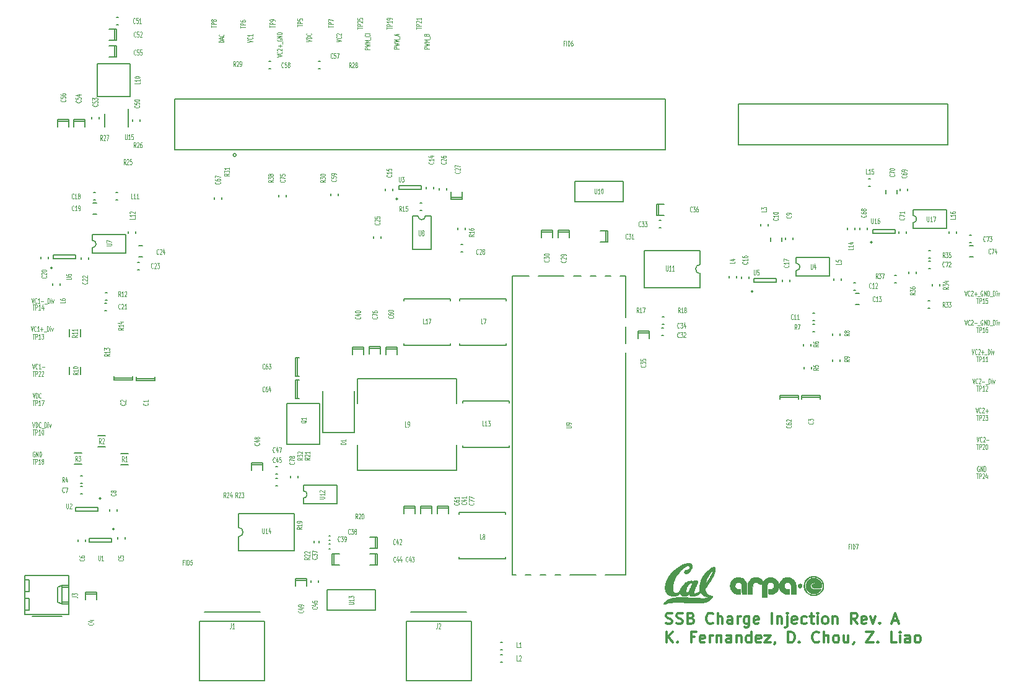
<source format=gbr>
G04 #@! TF.GenerationSoftware,KiCad,Pcbnew,(5.1.9)-1*
G04 #@! TF.CreationDate,2021-02-22T11:59:36-08:00*
G04 #@! TF.ProjectId,UnfolderBuffer,556e666f-6c64-4657-9242-75666665722e,rev?*
G04 #@! TF.SameCoordinates,Original*
G04 #@! TF.FileFunction,Legend,Top*
G04 #@! TF.FilePolarity,Positive*
%FSLAX46Y46*%
G04 Gerber Fmt 4.6, Leading zero omitted, Abs format (unit mm)*
G04 Created by KiCad (PCBNEW (5.1.9)-1) date 2021-02-22 11:59:36*
%MOMM*%
%LPD*%
G01*
G04 APERTURE LIST*
%ADD10C,0.300000*%
%ADD11C,0.111125*%
%ADD12C,0.010000*%
%ADD13C,0.150000*%
G04 APERTURE END LIST*
D10*
X87780714Y7867857D02*
X87995000Y7796428D01*
X88352142Y7796428D01*
X88495000Y7867857D01*
X88566428Y7939285D01*
X88637857Y8082142D01*
X88637857Y8225000D01*
X88566428Y8367857D01*
X88495000Y8439285D01*
X88352142Y8510714D01*
X88066428Y8582142D01*
X87923571Y8653571D01*
X87852142Y8725000D01*
X87780714Y8867857D01*
X87780714Y9010714D01*
X87852142Y9153571D01*
X87923571Y9225000D01*
X88066428Y9296428D01*
X88423571Y9296428D01*
X88637857Y9225000D01*
X89209285Y7867857D02*
X89423571Y7796428D01*
X89780714Y7796428D01*
X89923571Y7867857D01*
X89995000Y7939285D01*
X90066428Y8082142D01*
X90066428Y8225000D01*
X89995000Y8367857D01*
X89923571Y8439285D01*
X89780714Y8510714D01*
X89495000Y8582142D01*
X89352142Y8653571D01*
X89280714Y8725000D01*
X89209285Y8867857D01*
X89209285Y9010714D01*
X89280714Y9153571D01*
X89352142Y9225000D01*
X89495000Y9296428D01*
X89852142Y9296428D01*
X90066428Y9225000D01*
X91209285Y8582142D02*
X91423571Y8510714D01*
X91495000Y8439285D01*
X91566428Y8296428D01*
X91566428Y8082142D01*
X91495000Y7939285D01*
X91423571Y7867857D01*
X91280714Y7796428D01*
X90709285Y7796428D01*
X90709285Y9296428D01*
X91209285Y9296428D01*
X91352142Y9225000D01*
X91423571Y9153571D01*
X91495000Y9010714D01*
X91495000Y8867857D01*
X91423571Y8725000D01*
X91352142Y8653571D01*
X91209285Y8582142D01*
X90709285Y8582142D01*
X94209285Y7939285D02*
X94137857Y7867857D01*
X93923571Y7796428D01*
X93780714Y7796428D01*
X93566428Y7867857D01*
X93423571Y8010714D01*
X93352142Y8153571D01*
X93280714Y8439285D01*
X93280714Y8653571D01*
X93352142Y8939285D01*
X93423571Y9082142D01*
X93566428Y9225000D01*
X93780714Y9296428D01*
X93923571Y9296428D01*
X94137857Y9225000D01*
X94209285Y9153571D01*
X94852142Y7796428D02*
X94852142Y9296428D01*
X95495000Y7796428D02*
X95495000Y8582142D01*
X95423571Y8725000D01*
X95280714Y8796428D01*
X95066428Y8796428D01*
X94923571Y8725000D01*
X94852142Y8653571D01*
X96852142Y7796428D02*
X96852142Y8582142D01*
X96780714Y8725000D01*
X96637857Y8796428D01*
X96352142Y8796428D01*
X96209285Y8725000D01*
X96852142Y7867857D02*
X96709285Y7796428D01*
X96352142Y7796428D01*
X96209285Y7867857D01*
X96137857Y8010714D01*
X96137857Y8153571D01*
X96209285Y8296428D01*
X96352142Y8367857D01*
X96709285Y8367857D01*
X96852142Y8439285D01*
X97566428Y7796428D02*
X97566428Y8796428D01*
X97566428Y8510714D02*
X97637857Y8653571D01*
X97709285Y8725000D01*
X97852142Y8796428D01*
X97995000Y8796428D01*
X99137857Y8796428D02*
X99137857Y7582142D01*
X99066428Y7439285D01*
X98995000Y7367857D01*
X98852142Y7296428D01*
X98637857Y7296428D01*
X98495000Y7367857D01*
X99137857Y7867857D02*
X98995000Y7796428D01*
X98709285Y7796428D01*
X98566428Y7867857D01*
X98495000Y7939285D01*
X98423571Y8082142D01*
X98423571Y8510714D01*
X98495000Y8653571D01*
X98566428Y8725000D01*
X98709285Y8796428D01*
X98995000Y8796428D01*
X99137857Y8725000D01*
X100423571Y7867857D02*
X100280714Y7796428D01*
X99995000Y7796428D01*
X99852142Y7867857D01*
X99780714Y8010714D01*
X99780714Y8582142D01*
X99852142Y8725000D01*
X99995000Y8796428D01*
X100280714Y8796428D01*
X100423571Y8725000D01*
X100495000Y8582142D01*
X100495000Y8439285D01*
X99780714Y8296428D01*
X102280714Y7796428D02*
X102280714Y9296428D01*
X102995000Y8796428D02*
X102995000Y7796428D01*
X102995000Y8653571D02*
X103066428Y8725000D01*
X103209285Y8796428D01*
X103423571Y8796428D01*
X103566428Y8725000D01*
X103637857Y8582142D01*
X103637857Y7796428D01*
X104352142Y8796428D02*
X104352142Y7510714D01*
X104280714Y7367857D01*
X104137857Y7296428D01*
X104066428Y7296428D01*
X104352142Y9296428D02*
X104280714Y9225000D01*
X104352142Y9153571D01*
X104423571Y9225000D01*
X104352142Y9296428D01*
X104352142Y9153571D01*
X105637857Y7867857D02*
X105495000Y7796428D01*
X105209285Y7796428D01*
X105066428Y7867857D01*
X104995000Y8010714D01*
X104995000Y8582142D01*
X105066428Y8725000D01*
X105209285Y8796428D01*
X105495000Y8796428D01*
X105637857Y8725000D01*
X105709285Y8582142D01*
X105709285Y8439285D01*
X104995000Y8296428D01*
X106995000Y7867857D02*
X106852142Y7796428D01*
X106566428Y7796428D01*
X106423571Y7867857D01*
X106352142Y7939285D01*
X106280714Y8082142D01*
X106280714Y8510714D01*
X106352142Y8653571D01*
X106423571Y8725000D01*
X106566428Y8796428D01*
X106852142Y8796428D01*
X106995000Y8725000D01*
X107423571Y8796428D02*
X107995000Y8796428D01*
X107637857Y9296428D02*
X107637857Y8010714D01*
X107709285Y7867857D01*
X107852142Y7796428D01*
X107995000Y7796428D01*
X108495000Y7796428D02*
X108495000Y8796428D01*
X108495000Y9296428D02*
X108423571Y9225000D01*
X108495000Y9153571D01*
X108566428Y9225000D01*
X108495000Y9296428D01*
X108495000Y9153571D01*
X109423571Y7796428D02*
X109280714Y7867857D01*
X109209285Y7939285D01*
X109137857Y8082142D01*
X109137857Y8510714D01*
X109209285Y8653571D01*
X109280714Y8725000D01*
X109423571Y8796428D01*
X109637857Y8796428D01*
X109780714Y8725000D01*
X109852142Y8653571D01*
X109923571Y8510714D01*
X109923571Y8082142D01*
X109852142Y7939285D01*
X109780714Y7867857D01*
X109637857Y7796428D01*
X109423571Y7796428D01*
X110566428Y8796428D02*
X110566428Y7796428D01*
X110566428Y8653571D02*
X110637857Y8725000D01*
X110780714Y8796428D01*
X110995000Y8796428D01*
X111137857Y8725000D01*
X111209285Y8582142D01*
X111209285Y7796428D01*
X113923571Y7796428D02*
X113423571Y8510714D01*
X113066428Y7796428D02*
X113066428Y9296428D01*
X113637857Y9296428D01*
X113780714Y9225000D01*
X113852142Y9153571D01*
X113923571Y9010714D01*
X113923571Y8796428D01*
X113852142Y8653571D01*
X113780714Y8582142D01*
X113637857Y8510714D01*
X113066428Y8510714D01*
X115137857Y7867857D02*
X114995000Y7796428D01*
X114709285Y7796428D01*
X114566428Y7867857D01*
X114495000Y8010714D01*
X114495000Y8582142D01*
X114566428Y8725000D01*
X114709285Y8796428D01*
X114995000Y8796428D01*
X115137857Y8725000D01*
X115209285Y8582142D01*
X115209285Y8439285D01*
X114495000Y8296428D01*
X115709285Y8796428D02*
X116066428Y7796428D01*
X116423571Y8796428D01*
X116995000Y7939285D02*
X117066428Y7867857D01*
X116995000Y7796428D01*
X116923571Y7867857D01*
X116995000Y7939285D01*
X116995000Y7796428D01*
X118780714Y8225000D02*
X119495000Y8225000D01*
X118637857Y7796428D02*
X119137857Y9296428D01*
X119637857Y7796428D01*
X87852142Y5246428D02*
X87852142Y6746428D01*
X88709285Y5246428D02*
X88066428Y6103571D01*
X88709285Y6746428D02*
X87852142Y5889285D01*
X89352142Y5389285D02*
X89423571Y5317857D01*
X89352142Y5246428D01*
X89280714Y5317857D01*
X89352142Y5389285D01*
X89352142Y5246428D01*
X91709285Y6032142D02*
X91209285Y6032142D01*
X91209285Y5246428D02*
X91209285Y6746428D01*
X91923571Y6746428D01*
X93066428Y5317857D02*
X92923571Y5246428D01*
X92637857Y5246428D01*
X92495000Y5317857D01*
X92423571Y5460714D01*
X92423571Y6032142D01*
X92495000Y6175000D01*
X92637857Y6246428D01*
X92923571Y6246428D01*
X93066428Y6175000D01*
X93137857Y6032142D01*
X93137857Y5889285D01*
X92423571Y5746428D01*
X93780714Y5246428D02*
X93780714Y6246428D01*
X93780714Y5960714D02*
X93852142Y6103571D01*
X93923571Y6175000D01*
X94066428Y6246428D01*
X94209285Y6246428D01*
X94709285Y6246428D02*
X94709285Y5246428D01*
X94709285Y6103571D02*
X94780714Y6175000D01*
X94923571Y6246428D01*
X95137857Y6246428D01*
X95280714Y6175000D01*
X95352142Y6032142D01*
X95352142Y5246428D01*
X96709285Y5246428D02*
X96709285Y6032142D01*
X96637857Y6175000D01*
X96495000Y6246428D01*
X96209285Y6246428D01*
X96066428Y6175000D01*
X96709285Y5317857D02*
X96566428Y5246428D01*
X96209285Y5246428D01*
X96066428Y5317857D01*
X95995000Y5460714D01*
X95995000Y5603571D01*
X96066428Y5746428D01*
X96209285Y5817857D01*
X96566428Y5817857D01*
X96709285Y5889285D01*
X97423571Y6246428D02*
X97423571Y5246428D01*
X97423571Y6103571D02*
X97495000Y6175000D01*
X97637857Y6246428D01*
X97852142Y6246428D01*
X97995000Y6175000D01*
X98066428Y6032142D01*
X98066428Y5246428D01*
X99423571Y5246428D02*
X99423571Y6746428D01*
X99423571Y5317857D02*
X99280714Y5246428D01*
X98995000Y5246428D01*
X98852142Y5317857D01*
X98780714Y5389285D01*
X98709285Y5532142D01*
X98709285Y5960714D01*
X98780714Y6103571D01*
X98852142Y6175000D01*
X98995000Y6246428D01*
X99280714Y6246428D01*
X99423571Y6175000D01*
X100709285Y5317857D02*
X100566428Y5246428D01*
X100280714Y5246428D01*
X100137857Y5317857D01*
X100066428Y5460714D01*
X100066428Y6032142D01*
X100137857Y6175000D01*
X100280714Y6246428D01*
X100566428Y6246428D01*
X100709285Y6175000D01*
X100780714Y6032142D01*
X100780714Y5889285D01*
X100066428Y5746428D01*
X101280714Y6246428D02*
X102066428Y6246428D01*
X101280714Y5246428D01*
X102066428Y5246428D01*
X102709285Y5317857D02*
X102709285Y5246428D01*
X102637857Y5103571D01*
X102566428Y5032142D01*
X104495000Y5246428D02*
X104495000Y6746428D01*
X104852142Y6746428D01*
X105066428Y6675000D01*
X105209285Y6532142D01*
X105280714Y6389285D01*
X105352142Y6103571D01*
X105352142Y5889285D01*
X105280714Y5603571D01*
X105209285Y5460714D01*
X105066428Y5317857D01*
X104852142Y5246428D01*
X104495000Y5246428D01*
X105995000Y5389285D02*
X106066428Y5317857D01*
X105995000Y5246428D01*
X105923571Y5317857D01*
X105995000Y5389285D01*
X105995000Y5246428D01*
X108709285Y5389285D02*
X108637857Y5317857D01*
X108423571Y5246428D01*
X108280714Y5246428D01*
X108066428Y5317857D01*
X107923571Y5460714D01*
X107852142Y5603571D01*
X107780714Y5889285D01*
X107780714Y6103571D01*
X107852142Y6389285D01*
X107923571Y6532142D01*
X108066428Y6675000D01*
X108280714Y6746428D01*
X108423571Y6746428D01*
X108637857Y6675000D01*
X108709285Y6603571D01*
X109352142Y5246428D02*
X109352142Y6746428D01*
X109995000Y5246428D02*
X109995000Y6032142D01*
X109923571Y6175000D01*
X109780714Y6246428D01*
X109566428Y6246428D01*
X109423571Y6175000D01*
X109352142Y6103571D01*
X110923571Y5246428D02*
X110780714Y5317857D01*
X110709285Y5389285D01*
X110637857Y5532142D01*
X110637857Y5960714D01*
X110709285Y6103571D01*
X110780714Y6175000D01*
X110923571Y6246428D01*
X111137857Y6246428D01*
X111280714Y6175000D01*
X111352142Y6103571D01*
X111423571Y5960714D01*
X111423571Y5532142D01*
X111352142Y5389285D01*
X111280714Y5317857D01*
X111137857Y5246428D01*
X110923571Y5246428D01*
X112709285Y6246428D02*
X112709285Y5246428D01*
X112066428Y6246428D02*
X112066428Y5460714D01*
X112137857Y5317857D01*
X112280714Y5246428D01*
X112495000Y5246428D01*
X112637857Y5317857D01*
X112709285Y5389285D01*
X113495000Y5317857D02*
X113495000Y5246428D01*
X113423571Y5103571D01*
X113352142Y5032142D01*
X115137857Y6746428D02*
X116137857Y6746428D01*
X115137857Y5246428D01*
X116137857Y5246428D01*
X116709285Y5389285D02*
X116780714Y5317857D01*
X116709285Y5246428D01*
X116637857Y5317857D01*
X116709285Y5389285D01*
X116709285Y5246428D01*
X119280714Y5246428D02*
X118566428Y5246428D01*
X118566428Y6746428D01*
X119780714Y5246428D02*
X119780714Y6246428D01*
X119780714Y6746428D02*
X119709285Y6675000D01*
X119780714Y6603571D01*
X119852142Y6675000D01*
X119780714Y6746428D01*
X119780714Y6603571D01*
X121137857Y5246428D02*
X121137857Y6032142D01*
X121066428Y6175000D01*
X120923571Y6246428D01*
X120637857Y6246428D01*
X120495000Y6175000D01*
X121137857Y5317857D02*
X120995000Y5246428D01*
X120637857Y5246428D01*
X120495000Y5317857D01*
X120423571Y5460714D01*
X120423571Y5603571D01*
X120495000Y5746428D01*
X120637857Y5817857D01*
X120995000Y5817857D01*
X121137857Y5889285D01*
X122066428Y5246428D02*
X121923571Y5317857D01*
X121852142Y5389285D01*
X121780714Y5532142D01*
X121780714Y5960714D01*
X121852142Y6103571D01*
X121923571Y6175000D01*
X122066428Y6246428D01*
X122280714Y6246428D01*
X122423571Y6175000D01*
X122495000Y6103571D01*
X122566428Y5960714D01*
X122566428Y5532142D01*
X122495000Y5389285D01*
X122423571Y5317857D01*
X122280714Y5246428D01*
X122066428Y5246428D01*
D11*
X130561333Y29349250D02*
X130519000Y29382511D01*
X130455500Y29382511D01*
X130392000Y29349250D01*
X130349666Y29282726D01*
X130328500Y29216202D01*
X130307333Y29083154D01*
X130307333Y28983369D01*
X130328500Y28850321D01*
X130349666Y28783797D01*
X130392000Y28717273D01*
X130455500Y28684011D01*
X130497833Y28684011D01*
X130561333Y28717273D01*
X130582500Y28750535D01*
X130582500Y28983369D01*
X130497833Y28983369D01*
X130773000Y28684011D02*
X130773000Y29382511D01*
X131027000Y28684011D01*
X131027000Y29382511D01*
X131238666Y28684011D02*
X131238666Y29382511D01*
X131344500Y29382511D01*
X131408000Y29349250D01*
X131450333Y29282726D01*
X131471500Y29216202D01*
X131492666Y29083154D01*
X131492666Y28983369D01*
X131471500Y28850321D01*
X131450333Y28783797D01*
X131408000Y28717273D01*
X131344500Y28684011D01*
X131238666Y28684011D01*
X130242750Y33382511D02*
X130390916Y32684011D01*
X130539083Y33382511D01*
X130941250Y32750535D02*
X130920083Y32717273D01*
X130856583Y32684011D01*
X130814250Y32684011D01*
X130750750Y32717273D01*
X130708416Y32783797D01*
X130687250Y32850321D01*
X130666083Y32983369D01*
X130666083Y33083154D01*
X130687250Y33216202D01*
X130708416Y33282726D01*
X130750750Y33349250D01*
X130814250Y33382511D01*
X130856583Y33382511D01*
X130920083Y33349250D01*
X130941250Y33315988D01*
X131110583Y33315988D02*
X131131750Y33349250D01*
X131174083Y33382511D01*
X131279916Y33382511D01*
X131322250Y33349250D01*
X131343416Y33315988D01*
X131364583Y33249464D01*
X131364583Y33182940D01*
X131343416Y33083154D01*
X131089416Y32684011D01*
X131364583Y32684011D01*
X131555083Y32950107D02*
X131893750Y32950107D01*
X130142750Y37382511D02*
X130290916Y36684011D01*
X130439083Y37382511D01*
X130841250Y36750535D02*
X130820083Y36717273D01*
X130756583Y36684011D01*
X130714250Y36684011D01*
X130650750Y36717273D01*
X130608416Y36783797D01*
X130587250Y36850321D01*
X130566083Y36983369D01*
X130566083Y37083154D01*
X130587250Y37216202D01*
X130608416Y37282726D01*
X130650750Y37349250D01*
X130714250Y37382511D01*
X130756583Y37382511D01*
X130820083Y37349250D01*
X130841250Y37315988D01*
X131010583Y37315988D02*
X131031750Y37349250D01*
X131074083Y37382511D01*
X131179916Y37382511D01*
X131222250Y37349250D01*
X131243416Y37315988D01*
X131264583Y37249464D01*
X131264583Y37182940D01*
X131243416Y37083154D01*
X130989416Y36684011D01*
X131264583Y36684011D01*
X131455083Y36950107D02*
X131793750Y36950107D01*
X131624416Y36684011D02*
X131624416Y37216202D01*
X129676000Y41382511D02*
X129824166Y40684011D01*
X129972333Y41382511D01*
X130374500Y40750535D02*
X130353333Y40717273D01*
X130289833Y40684011D01*
X130247500Y40684011D01*
X130184000Y40717273D01*
X130141666Y40783797D01*
X130120500Y40850321D01*
X130099333Y40983369D01*
X130099333Y41083154D01*
X130120500Y41216202D01*
X130141666Y41282726D01*
X130184000Y41349250D01*
X130247500Y41382511D01*
X130289833Y41382511D01*
X130353333Y41349250D01*
X130374500Y41315988D01*
X130543833Y41315988D02*
X130565000Y41349250D01*
X130607333Y41382511D01*
X130713166Y41382511D01*
X130755500Y41349250D01*
X130776666Y41315988D01*
X130797833Y41249464D01*
X130797833Y41182940D01*
X130776666Y41083154D01*
X130522666Y40684011D01*
X130797833Y40684011D01*
X130988333Y40950107D02*
X131327000Y40950107D01*
X131432833Y40617488D02*
X131771500Y40617488D01*
X131877333Y40684011D02*
X131877333Y41382511D01*
X131983166Y41382511D01*
X132046666Y41349250D01*
X132089000Y41282726D01*
X132110166Y41216202D01*
X132131333Y41083154D01*
X132131333Y40983369D01*
X132110166Y40850321D01*
X132089000Y40783797D01*
X132046666Y40717273D01*
X131983166Y40684011D01*
X131877333Y40684011D01*
X132321833Y40684011D02*
X132321833Y41149678D01*
X132321833Y41382511D02*
X132300666Y41349250D01*
X132321833Y41315988D01*
X132343000Y41349250D01*
X132321833Y41382511D01*
X132321833Y41315988D01*
X132491166Y41149678D02*
X132597000Y40684011D01*
X132702833Y41149678D01*
X129576000Y45382511D02*
X129724166Y44684011D01*
X129872333Y45382511D01*
X130274500Y44750535D02*
X130253333Y44717273D01*
X130189833Y44684011D01*
X130147500Y44684011D01*
X130084000Y44717273D01*
X130041666Y44783797D01*
X130020500Y44850321D01*
X129999333Y44983369D01*
X129999333Y45083154D01*
X130020500Y45216202D01*
X130041666Y45282726D01*
X130084000Y45349250D01*
X130147500Y45382511D01*
X130189833Y45382511D01*
X130253333Y45349250D01*
X130274500Y45315988D01*
X130443833Y45315988D02*
X130465000Y45349250D01*
X130507333Y45382511D01*
X130613166Y45382511D01*
X130655500Y45349250D01*
X130676666Y45315988D01*
X130697833Y45249464D01*
X130697833Y45182940D01*
X130676666Y45083154D01*
X130422666Y44684011D01*
X130697833Y44684011D01*
X130888333Y44950107D02*
X131227000Y44950107D01*
X131057666Y44684011D02*
X131057666Y45216202D01*
X131332833Y44617488D02*
X131671500Y44617488D01*
X131777333Y44684011D02*
X131777333Y45382511D01*
X131883166Y45382511D01*
X131946666Y45349250D01*
X131989000Y45282726D01*
X132010166Y45216202D01*
X132031333Y45083154D01*
X132031333Y44983369D01*
X132010166Y44850321D01*
X131989000Y44783797D01*
X131946666Y44717273D01*
X131883166Y44684011D01*
X131777333Y44684011D01*
X132221833Y44684011D02*
X132221833Y45149678D01*
X132221833Y45382511D02*
X132200666Y45349250D01*
X132221833Y45315988D01*
X132243000Y45349250D01*
X132221833Y45382511D01*
X132221833Y45315988D01*
X132391166Y45149678D02*
X132497000Y44684011D01*
X132602833Y45149678D01*
X128629333Y49382511D02*
X128777500Y48684011D01*
X128925666Y49382511D01*
X129327833Y48750535D02*
X129306666Y48717273D01*
X129243166Y48684011D01*
X129200833Y48684011D01*
X129137333Y48717273D01*
X129095000Y48783797D01*
X129073833Y48850321D01*
X129052666Y48983369D01*
X129052666Y49083154D01*
X129073833Y49216202D01*
X129095000Y49282726D01*
X129137333Y49349250D01*
X129200833Y49382511D01*
X129243166Y49382511D01*
X129306666Y49349250D01*
X129327833Y49315988D01*
X129497166Y49315988D02*
X129518333Y49349250D01*
X129560666Y49382511D01*
X129666500Y49382511D01*
X129708833Y49349250D01*
X129730000Y49315988D01*
X129751166Y49249464D01*
X129751166Y49182940D01*
X129730000Y49083154D01*
X129476000Y48684011D01*
X129751166Y48684011D01*
X129941666Y48950107D02*
X130280333Y48950107D01*
X130386166Y48617488D02*
X130724833Y48617488D01*
X131063500Y49349250D02*
X131021166Y49382511D01*
X130957666Y49382511D01*
X130894166Y49349250D01*
X130851833Y49282726D01*
X130830666Y49216202D01*
X130809500Y49083154D01*
X130809500Y48983369D01*
X130830666Y48850321D01*
X130851833Y48783797D01*
X130894166Y48717273D01*
X130957666Y48684011D01*
X131000000Y48684011D01*
X131063500Y48717273D01*
X131084666Y48750535D01*
X131084666Y48983369D01*
X131000000Y48983369D01*
X131275166Y48684011D02*
X131275166Y49382511D01*
X131529166Y48684011D01*
X131529166Y49382511D01*
X131740833Y48684011D02*
X131740833Y49382511D01*
X131846666Y49382511D01*
X131910166Y49349250D01*
X131952500Y49282726D01*
X131973666Y49216202D01*
X131994833Y49083154D01*
X131994833Y48983369D01*
X131973666Y48850321D01*
X131952500Y48783797D01*
X131910166Y48717273D01*
X131846666Y48684011D01*
X131740833Y48684011D01*
X132079500Y48617488D02*
X132418166Y48617488D01*
X132524000Y48684011D02*
X132524000Y49382511D01*
X132629833Y49382511D01*
X132693333Y49349250D01*
X132735666Y49282726D01*
X132756833Y49216202D01*
X132778000Y49083154D01*
X132778000Y48983369D01*
X132756833Y48850321D01*
X132735666Y48783797D01*
X132693333Y48717273D01*
X132629833Y48684011D01*
X132524000Y48684011D01*
X132968500Y48684011D02*
X132968500Y49149678D01*
X132968500Y49382511D02*
X132947333Y49349250D01*
X132968500Y49315988D01*
X132989666Y49349250D01*
X132968500Y49382511D01*
X132968500Y49315988D01*
X133137833Y49149678D02*
X133243666Y48684011D01*
X133349500Y49149678D01*
X128629333Y53382511D02*
X128777500Y52684011D01*
X128925666Y53382511D01*
X129327833Y52750535D02*
X129306666Y52717273D01*
X129243166Y52684011D01*
X129200833Y52684011D01*
X129137333Y52717273D01*
X129095000Y52783797D01*
X129073833Y52850321D01*
X129052666Y52983369D01*
X129052666Y53083154D01*
X129073833Y53216202D01*
X129095000Y53282726D01*
X129137333Y53349250D01*
X129200833Y53382511D01*
X129243166Y53382511D01*
X129306666Y53349250D01*
X129327833Y53315988D01*
X129497166Y53315988D02*
X129518333Y53349250D01*
X129560666Y53382511D01*
X129666500Y53382511D01*
X129708833Y53349250D01*
X129730000Y53315988D01*
X129751166Y53249464D01*
X129751166Y53182940D01*
X129730000Y53083154D01*
X129476000Y52684011D01*
X129751166Y52684011D01*
X129941666Y52950107D02*
X130280333Y52950107D01*
X130111000Y52684011D02*
X130111000Y53216202D01*
X130386166Y52617488D02*
X130724833Y52617488D01*
X131063500Y53349250D02*
X131021166Y53382511D01*
X130957666Y53382511D01*
X130894166Y53349250D01*
X130851833Y53282726D01*
X130830666Y53216202D01*
X130809500Y53083154D01*
X130809500Y52983369D01*
X130830666Y52850321D01*
X130851833Y52783797D01*
X130894166Y52717273D01*
X130957666Y52684011D01*
X131000000Y52684011D01*
X131063500Y52717273D01*
X131084666Y52750535D01*
X131084666Y52983369D01*
X131000000Y52983369D01*
X131275166Y52684011D02*
X131275166Y53382511D01*
X131529166Y52684011D01*
X131529166Y53382511D01*
X131740833Y52684011D02*
X131740833Y53382511D01*
X131846666Y53382511D01*
X131910166Y53349250D01*
X131952500Y53282726D01*
X131973666Y53216202D01*
X131994833Y53083154D01*
X131994833Y52983369D01*
X131973666Y52850321D01*
X131952500Y52783797D01*
X131910166Y52717273D01*
X131846666Y52684011D01*
X131740833Y52684011D01*
X132079500Y52617488D02*
X132418166Y52617488D01*
X132524000Y52684011D02*
X132524000Y53382511D01*
X132629833Y53382511D01*
X132693333Y53349250D01*
X132735666Y53282726D01*
X132756833Y53216202D01*
X132778000Y53083154D01*
X132778000Y52983369D01*
X132756833Y52850321D01*
X132735666Y52783797D01*
X132693333Y52717273D01*
X132629833Y52684011D01*
X132524000Y52684011D01*
X132968500Y52684011D02*
X132968500Y53149678D01*
X132968500Y53382511D02*
X132947333Y53349250D01*
X132968500Y53315988D01*
X132989666Y53349250D01*
X132968500Y53382511D01*
X132968500Y53315988D01*
X133137833Y53149678D02*
X133243666Y52684011D01*
X133349500Y53149678D01*
X976000Y48532511D02*
X1124166Y47834011D01*
X1272333Y48532511D01*
X1674500Y47900535D02*
X1653333Y47867273D01*
X1589833Y47834011D01*
X1547500Y47834011D01*
X1484000Y47867273D01*
X1441666Y47933797D01*
X1420500Y48000321D01*
X1399333Y48133369D01*
X1399333Y48233154D01*
X1420500Y48366202D01*
X1441666Y48432726D01*
X1484000Y48499250D01*
X1547500Y48532511D01*
X1589833Y48532511D01*
X1653333Y48499250D01*
X1674500Y48465988D01*
X2097833Y47834011D02*
X1843833Y47834011D01*
X1970833Y47834011D02*
X1970833Y48532511D01*
X1928500Y48432726D01*
X1886166Y48366202D01*
X1843833Y48332940D01*
X2288333Y48100107D02*
X2627000Y48100107D01*
X2457666Y47834011D02*
X2457666Y48366202D01*
X2732833Y47767488D02*
X3071500Y47767488D01*
X3177333Y47834011D02*
X3177333Y48532511D01*
X3283166Y48532511D01*
X3346666Y48499250D01*
X3389000Y48432726D01*
X3410166Y48366202D01*
X3431333Y48233154D01*
X3431333Y48133369D01*
X3410166Y48000321D01*
X3389000Y47933797D01*
X3346666Y47867273D01*
X3283166Y47834011D01*
X3177333Y47834011D01*
X3621833Y47834011D02*
X3621833Y48299678D01*
X3621833Y48532511D02*
X3600666Y48499250D01*
X3621833Y48465988D01*
X3643000Y48499250D01*
X3621833Y48532511D01*
X3621833Y48465988D01*
X3791166Y48299678D02*
X3897000Y47834011D01*
X4002833Y48299678D01*
X1076000Y52382511D02*
X1224166Y51684011D01*
X1372333Y52382511D01*
X1774500Y51750535D02*
X1753333Y51717273D01*
X1689833Y51684011D01*
X1647500Y51684011D01*
X1584000Y51717273D01*
X1541666Y51783797D01*
X1520500Y51850321D01*
X1499333Y51983369D01*
X1499333Y52083154D01*
X1520500Y52216202D01*
X1541666Y52282726D01*
X1584000Y52349250D01*
X1647500Y52382511D01*
X1689833Y52382511D01*
X1753333Y52349250D01*
X1774500Y52315988D01*
X2197833Y51684011D02*
X1943833Y51684011D01*
X2070833Y51684011D02*
X2070833Y52382511D01*
X2028500Y52282726D01*
X1986166Y52216202D01*
X1943833Y52182940D01*
X2388333Y51950107D02*
X2727000Y51950107D01*
X2832833Y51617488D02*
X3171500Y51617488D01*
X3277333Y51684011D02*
X3277333Y52382511D01*
X3383166Y52382511D01*
X3446666Y52349250D01*
X3489000Y52282726D01*
X3510166Y52216202D01*
X3531333Y52083154D01*
X3531333Y51983369D01*
X3510166Y51850321D01*
X3489000Y51783797D01*
X3446666Y51717273D01*
X3383166Y51684011D01*
X3277333Y51684011D01*
X3721833Y51684011D02*
X3721833Y52149678D01*
X3721833Y52382511D02*
X3700666Y52349250D01*
X3721833Y52315988D01*
X3743000Y52349250D01*
X3721833Y52382511D01*
X3721833Y52315988D01*
X3891166Y52149678D02*
X3997000Y51684011D01*
X4102833Y52149678D01*
X1461333Y31349250D02*
X1419000Y31382511D01*
X1355500Y31382511D01*
X1292000Y31349250D01*
X1249666Y31282726D01*
X1228500Y31216202D01*
X1207333Y31083154D01*
X1207333Y30983369D01*
X1228500Y30850321D01*
X1249666Y30783797D01*
X1292000Y30717273D01*
X1355500Y30684011D01*
X1397833Y30684011D01*
X1461333Y30717273D01*
X1482500Y30750535D01*
X1482500Y30983369D01*
X1397833Y30983369D01*
X1673000Y30684011D02*
X1673000Y31382511D01*
X1927000Y30684011D01*
X1927000Y31382511D01*
X2138666Y30684011D02*
X2138666Y31382511D01*
X2244500Y31382511D01*
X2308000Y31349250D01*
X2350333Y31282726D01*
X2371500Y31216202D01*
X2392666Y31083154D01*
X2392666Y30983369D01*
X2371500Y30850321D01*
X2350333Y30783797D01*
X2308000Y30717273D01*
X2244500Y30684011D01*
X2138666Y30684011D01*
X1190583Y35382511D02*
X1338750Y34684011D01*
X1486916Y35382511D01*
X1635083Y34684011D02*
X1635083Y35382511D01*
X1740916Y35382511D01*
X1804416Y35349250D01*
X1846750Y35282726D01*
X1867916Y35216202D01*
X1889083Y35083154D01*
X1889083Y34983369D01*
X1867916Y34850321D01*
X1846750Y34783797D01*
X1804416Y34717273D01*
X1740916Y34684011D01*
X1635083Y34684011D01*
X2333583Y34750535D02*
X2312416Y34717273D01*
X2248916Y34684011D01*
X2206583Y34684011D01*
X2143083Y34717273D01*
X2100750Y34783797D01*
X2079583Y34850321D01*
X2058416Y34983369D01*
X2058416Y35083154D01*
X2079583Y35216202D01*
X2100750Y35282726D01*
X2143083Y35349250D01*
X2206583Y35382511D01*
X2248916Y35382511D01*
X2312416Y35349250D01*
X2333583Y35315988D01*
X2418250Y34617488D02*
X2756916Y34617488D01*
X2862750Y34684011D02*
X2862750Y35382511D01*
X2968583Y35382511D01*
X3032083Y35349250D01*
X3074416Y35282726D01*
X3095583Y35216202D01*
X3116750Y35083154D01*
X3116750Y34983369D01*
X3095583Y34850321D01*
X3074416Y34783797D01*
X3032083Y34717273D01*
X2968583Y34684011D01*
X2862750Y34684011D01*
X3307250Y34684011D02*
X3307250Y35149678D01*
X3307250Y35382511D02*
X3286083Y35349250D01*
X3307250Y35315988D01*
X3328416Y35349250D01*
X3307250Y35382511D01*
X3307250Y35315988D01*
X3476583Y35149678D02*
X3582416Y34684011D01*
X3688249Y35149678D01*
X1238000Y39382511D02*
X1386166Y38684011D01*
X1534333Y39382511D01*
X1682500Y38684011D02*
X1682500Y39382511D01*
X1788333Y39382511D01*
X1851833Y39349250D01*
X1894166Y39282726D01*
X1915333Y39216202D01*
X1936500Y39083154D01*
X1936500Y38983369D01*
X1915333Y38850321D01*
X1894166Y38783797D01*
X1851833Y38717273D01*
X1788333Y38684011D01*
X1682500Y38684011D01*
X2381000Y38750535D02*
X2359833Y38717273D01*
X2296333Y38684011D01*
X2254000Y38684011D01*
X2190500Y38717273D01*
X2148166Y38783797D01*
X2127000Y38850321D01*
X2105833Y38983369D01*
X2105833Y39083154D01*
X2127000Y39216202D01*
X2148166Y39282726D01*
X2190500Y39349250D01*
X2254000Y39382511D01*
X2296333Y39382511D01*
X2359833Y39349250D01*
X2381000Y39315988D01*
X1192750Y43382511D02*
X1340916Y42684011D01*
X1489083Y43382511D01*
X1891250Y42750535D02*
X1870083Y42717273D01*
X1806583Y42684011D01*
X1764250Y42684011D01*
X1700750Y42717273D01*
X1658416Y42783797D01*
X1637250Y42850321D01*
X1616083Y42983369D01*
X1616083Y43083154D01*
X1637250Y43216202D01*
X1658416Y43282726D01*
X1700750Y43349250D01*
X1764250Y43382511D01*
X1806583Y43382511D01*
X1870083Y43349250D01*
X1891250Y43315988D01*
X2314583Y42684011D02*
X2060583Y42684011D01*
X2187583Y42684011D02*
X2187583Y43382511D01*
X2145250Y43282726D01*
X2102916Y43216202D01*
X2060583Y43182940D01*
X2505083Y42950107D02*
X2843750Y42950107D01*
X55415988Y86484000D02*
X54717488Y86484000D01*
X54717488Y86653333D01*
X54750750Y86695666D01*
X54784011Y86716833D01*
X54850535Y86738000D01*
X54950321Y86738000D01*
X55016845Y86716833D01*
X55050107Y86695666D01*
X55083369Y86653333D01*
X55083369Y86484000D01*
X54717488Y86886166D02*
X55415988Y86992000D01*
X54917059Y87076666D01*
X55415988Y87161333D01*
X54717488Y87267166D01*
X55415988Y87436500D02*
X54717488Y87436500D01*
X55216416Y87584666D01*
X54717488Y87732833D01*
X55415988Y87732833D01*
X55482511Y87838666D02*
X55482511Y88177333D01*
X55050107Y88431333D02*
X55083369Y88494833D01*
X55116630Y88516000D01*
X55183154Y88537166D01*
X55282940Y88537166D01*
X55349464Y88516000D01*
X55382726Y88494833D01*
X55415988Y88452500D01*
X55415988Y88283166D01*
X54717488Y88283166D01*
X54717488Y88431333D01*
X54750750Y88473666D01*
X54784011Y88494833D01*
X54850535Y88516000D01*
X54917059Y88516000D01*
X54983583Y88494833D01*
X55016845Y88473666D01*
X55050107Y88431333D01*
X55050107Y88283166D01*
X51315988Y86515750D02*
X50617488Y86515750D01*
X50617488Y86685083D01*
X50650750Y86727416D01*
X50684011Y86748583D01*
X50750535Y86769750D01*
X50850321Y86769750D01*
X50916845Y86748583D01*
X50950107Y86727416D01*
X50983369Y86685083D01*
X50983369Y86515750D01*
X50617488Y86917916D02*
X51315988Y87023750D01*
X50817059Y87108416D01*
X51315988Y87193083D01*
X50617488Y87298916D01*
X51315988Y87468250D02*
X50617488Y87468250D01*
X51116416Y87616416D01*
X50617488Y87764583D01*
X51315988Y87764583D01*
X51382511Y87870416D02*
X51382511Y88209083D01*
X51116416Y88293750D02*
X51116416Y88505416D01*
X51315988Y88251416D02*
X50617488Y88399583D01*
X51315988Y88547750D01*
X47315988Y86378166D02*
X46617488Y86378166D01*
X46617488Y86547500D01*
X46650750Y86589833D01*
X46684011Y86611000D01*
X46750535Y86632166D01*
X46850321Y86632166D01*
X46916845Y86611000D01*
X46950107Y86589833D01*
X46983369Y86547500D01*
X46983369Y86378166D01*
X46617488Y86780333D02*
X47315988Y86886166D01*
X46817059Y86970833D01*
X47315988Y87055500D01*
X46617488Y87161333D01*
X47315988Y87330666D02*
X46617488Y87330666D01*
X47116416Y87478833D01*
X46617488Y87627000D01*
X47315988Y87627000D01*
X47382511Y87732833D02*
X47382511Y88071500D01*
X47249464Y88431333D02*
X47282726Y88410166D01*
X47315988Y88346666D01*
X47315988Y88304333D01*
X47282726Y88240833D01*
X47216202Y88198500D01*
X47149678Y88177333D01*
X47016630Y88156166D01*
X46916845Y88156166D01*
X46783797Y88177333D01*
X46717273Y88198500D01*
X46650750Y88240833D01*
X46617488Y88304333D01*
X46617488Y88346666D01*
X46650750Y88410166D01*
X46684011Y88431333D01*
X47315988Y88621833D02*
X46617488Y88621833D01*
X42717488Y87467916D02*
X43415988Y87616083D01*
X42717488Y87764250D01*
X43349464Y88166416D02*
X43382726Y88145250D01*
X43415988Y88081750D01*
X43415988Y88039416D01*
X43382726Y87975916D01*
X43316202Y87933583D01*
X43249678Y87912416D01*
X43116630Y87891250D01*
X43016845Y87891250D01*
X42883797Y87912416D01*
X42817273Y87933583D01*
X42750750Y87975916D01*
X42717488Y88039416D01*
X42717488Y88081750D01*
X42750750Y88145250D01*
X42784011Y88166416D01*
X42784011Y88335750D02*
X42750750Y88356916D01*
X42717488Y88399250D01*
X42717488Y88505083D01*
X42750750Y88547416D01*
X42784011Y88568583D01*
X42850535Y88589750D01*
X42917059Y88589750D01*
X43016845Y88568583D01*
X43415988Y88314583D01*
X43415988Y88589750D01*
X38617488Y87457333D02*
X39315988Y87605500D01*
X38617488Y87753666D01*
X39315988Y87901833D02*
X38617488Y87901833D01*
X38617488Y88007666D01*
X38650750Y88071166D01*
X38717273Y88113500D01*
X38783797Y88134666D01*
X38916845Y88155833D01*
X39016630Y88155833D01*
X39149678Y88134666D01*
X39216202Y88113500D01*
X39282726Y88071166D01*
X39315988Y88007666D01*
X39315988Y87901833D01*
X39249464Y88600333D02*
X39282726Y88579166D01*
X39315988Y88515666D01*
X39315988Y88473333D01*
X39282726Y88409833D01*
X39216202Y88367500D01*
X39149678Y88346333D01*
X39016630Y88325166D01*
X38916845Y88325166D01*
X38783797Y88346333D01*
X38717273Y88367500D01*
X38650750Y88409833D01*
X38617488Y88473333D01*
X38617488Y88515666D01*
X38650750Y88579166D01*
X38684011Y88600333D01*
X34617488Y85396083D02*
X35315988Y85544250D01*
X34617488Y85692416D01*
X35249464Y86094583D02*
X35282726Y86073416D01*
X35315988Y86009916D01*
X35315988Y85967583D01*
X35282726Y85904083D01*
X35216202Y85861750D01*
X35149678Y85840583D01*
X35016630Y85819416D01*
X34916845Y85819416D01*
X34783797Y85840583D01*
X34717273Y85861750D01*
X34650750Y85904083D01*
X34617488Y85967583D01*
X34617488Y86009916D01*
X34650750Y86073416D01*
X34684011Y86094583D01*
X34684011Y86263916D02*
X34650750Y86285083D01*
X34617488Y86327416D01*
X34617488Y86433250D01*
X34650750Y86475583D01*
X34684011Y86496750D01*
X34750535Y86517916D01*
X34817059Y86517916D01*
X34916845Y86496750D01*
X35315988Y86242750D01*
X35315988Y86517916D01*
X35049892Y86708416D02*
X35049892Y87047083D01*
X35315988Y86877750D02*
X34783797Y86877750D01*
X35382511Y87152916D02*
X35382511Y87491583D01*
X34650750Y87830250D02*
X34617488Y87787916D01*
X34617488Y87724416D01*
X34650750Y87660916D01*
X34717273Y87618583D01*
X34783797Y87597416D01*
X34916845Y87576250D01*
X35016630Y87576250D01*
X35149678Y87597416D01*
X35216202Y87618583D01*
X35282726Y87660916D01*
X35315988Y87724416D01*
X35315988Y87766750D01*
X35282726Y87830250D01*
X35249464Y87851416D01*
X35016630Y87851416D01*
X35016630Y87766750D01*
X35315988Y88041916D02*
X34617488Y88041916D01*
X35315988Y88295916D01*
X34617488Y88295916D01*
X35315988Y88507583D02*
X34617488Y88507583D01*
X34617488Y88613416D01*
X34650750Y88676916D01*
X34717273Y88719250D01*
X34783797Y88740416D01*
X34916845Y88761583D01*
X35016630Y88761583D01*
X35149678Y88740416D01*
X35216202Y88719250D01*
X35282726Y88676916D01*
X35315988Y88613416D01*
X35315988Y88507583D01*
X30567488Y87367916D02*
X31265988Y87516083D01*
X30567488Y87664250D01*
X31199464Y88066416D02*
X31232726Y88045250D01*
X31265988Y87981750D01*
X31265988Y87939416D01*
X31232726Y87875916D01*
X31166202Y87833583D01*
X31099678Y87812416D01*
X30966630Y87791250D01*
X30866845Y87791250D01*
X30733797Y87812416D01*
X30667273Y87833583D01*
X30600750Y87875916D01*
X30567488Y87939416D01*
X30567488Y87981750D01*
X30600750Y88045250D01*
X30634011Y88066416D01*
X31265988Y88489750D02*
X31265988Y88235750D01*
X31265988Y88362750D02*
X30567488Y88362750D01*
X30667273Y88320416D01*
X30733797Y88278083D01*
X30767059Y88235750D01*
X27365988Y87370833D02*
X26667488Y87370833D01*
X26667488Y87476666D01*
X26700750Y87540166D01*
X26767273Y87582500D01*
X26833797Y87603666D01*
X26966845Y87624833D01*
X27066630Y87624833D01*
X27199678Y87603666D01*
X27266202Y87582500D01*
X27332726Y87540166D01*
X27365988Y87476666D01*
X27365988Y87370833D01*
X27166416Y87794166D02*
X27166416Y88005833D01*
X27365988Y87751833D02*
X26667488Y87900000D01*
X27365988Y88048166D01*
X27299464Y88450333D02*
X27332726Y88429166D01*
X27365988Y88365666D01*
X27365988Y88323333D01*
X27332726Y88259833D01*
X27266202Y88217500D01*
X27199678Y88196333D01*
X27066630Y88175166D01*
X26966845Y88175166D01*
X26833797Y88196333D01*
X26767273Y88217500D01*
X26700750Y88259833D01*
X26667488Y88323333D01*
X26667488Y88365666D01*
X26700750Y88429166D01*
X26734011Y88450333D01*
D12*
G36*
X108041900Y14101295D02*
G01*
X108123924Y14095533D01*
X108195573Y14085099D01*
X108263826Y14068031D01*
X108335662Y14042368D01*
X108418061Y14006145D01*
X108471274Y13980590D01*
X108555571Y13932764D01*
X108642371Y13872166D01*
X108724880Y13804329D01*
X108796304Y13734786D01*
X108844632Y13676517D01*
X108904959Y13583616D01*
X108958683Y13483955D01*
X109001938Y13385475D01*
X109030860Y13296118D01*
X109031950Y13291656D01*
X109046380Y13215768D01*
X109055423Y13134715D01*
X109059065Y13054182D01*
X109057290Y12979855D01*
X109050084Y12917420D01*
X109037432Y12872562D01*
X109033058Y12864166D01*
X109015550Y12838349D01*
X108995763Y12816956D01*
X108971308Y12799617D01*
X108939797Y12785962D01*
X108898841Y12775622D01*
X108846051Y12768224D01*
X108779038Y12763401D01*
X108695412Y12760781D01*
X108592786Y12759994D01*
X108468770Y12760671D01*
X108372100Y12761764D01*
X108253250Y12763383D01*
X108156878Y12765020D01*
X108080063Y12766852D01*
X108019883Y12769059D01*
X107973417Y12771817D01*
X107937743Y12775304D01*
X107909940Y12779700D01*
X107887087Y12785180D01*
X107866261Y12791924D01*
X107864100Y12792703D01*
X107808064Y12819352D01*
X107765669Y12856384D01*
X107752975Y12871919D01*
X107733146Y12899269D01*
X107720956Y12922989D01*
X107714553Y12950567D01*
X107712085Y12989490D01*
X107711700Y13038865D01*
X107711700Y13151954D01*
X107765675Y13208086D01*
X107795993Y13236794D01*
X107826954Y13258197D01*
X107863249Y13273677D01*
X107909569Y13284617D01*
X107970604Y13292397D01*
X108051047Y13298400D01*
X108077453Y13299938D01*
X108142609Y13303827D01*
X108186435Y13307470D01*
X108212977Y13311792D01*
X108226278Y13317717D01*
X108230384Y13326169D01*
X108229853Y13334776D01*
X108215003Y13361531D01*
X108181639Y13390445D01*
X108135895Y13417535D01*
X108083904Y13438820D01*
X108059082Y13445678D01*
X108002999Y13453814D01*
X107941443Y13452038D01*
X107903931Y13447331D01*
X107798285Y13421438D01*
X107709153Y13376806D01*
X107634434Y13311978D01*
X107572026Y13225495D01*
X107564203Y13211670D01*
X107547353Y13178739D01*
X107536733Y13149248D01*
X107530930Y13115659D01*
X107528533Y13070436D01*
X107528119Y13019050D01*
X107528743Y12958775D01*
X107531599Y12916222D01*
X107538162Y12883723D01*
X107549908Y12853613D01*
X107565934Y12822578D01*
X107625863Y12735360D01*
X107702303Y12665511D01*
X107783095Y12617292D01*
X107864302Y12577314D01*
X108375376Y12571191D01*
X108505690Y12569320D01*
X108620526Y12567043D01*
X108718172Y12564421D01*
X108796920Y12561515D01*
X108855059Y12558386D01*
X108890879Y12555094D01*
X108902325Y12552379D01*
X108914428Y12537470D01*
X108915884Y12517033D01*
X108905562Y12486624D01*
X108882329Y12441796D01*
X108867683Y12416287D01*
X108805553Y12327684D01*
X108724921Y12239509D01*
X108632135Y12157453D01*
X108533541Y12087206D01*
X108448300Y12040275D01*
X108351081Y12001731D01*
X108242243Y11970092D01*
X108130985Y11947408D01*
X108026505Y11935730D01*
X107974989Y11934749D01*
X107927999Y11937795D01*
X107868945Y11944282D01*
X107811254Y11952706D01*
X107717734Y11974853D01*
X107614629Y12009892D01*
X107511488Y12054006D01*
X107417855Y12103379D01*
X107387850Y12122007D01*
X107283406Y12200610D01*
X107185533Y12294128D01*
X107098023Y12397737D01*
X107024669Y12506614D01*
X106969264Y12615935D01*
X106944361Y12686021D01*
X106916144Y12793035D01*
X106897894Y12887976D01*
X106889730Y12976752D01*
X106891767Y13065273D01*
X106904123Y13159447D01*
X106926916Y13265183D01*
X106958134Y13381000D01*
X107009611Y13515854D01*
X107083338Y13643742D01*
X107176422Y13761298D01*
X107285971Y13865155D01*
X107409092Y13951945D01*
X107483100Y13991941D01*
X107537935Y14018559D01*
X107585825Y14041917D01*
X107621268Y14059325D01*
X107637944Y14067663D01*
X107669456Y14077546D01*
X107720741Y14086408D01*
X107786181Y14093783D01*
X107860156Y14099202D01*
X107937046Y14102197D01*
X108011231Y14102301D01*
X108041900Y14101295D01*
G37*
X108041900Y14101295D02*
X108123924Y14095533D01*
X108195573Y14085099D01*
X108263826Y14068031D01*
X108335662Y14042368D01*
X108418061Y14006145D01*
X108471274Y13980590D01*
X108555571Y13932764D01*
X108642371Y13872166D01*
X108724880Y13804329D01*
X108796304Y13734786D01*
X108844632Y13676517D01*
X108904959Y13583616D01*
X108958683Y13483955D01*
X109001938Y13385475D01*
X109030860Y13296118D01*
X109031950Y13291656D01*
X109046380Y13215768D01*
X109055423Y13134715D01*
X109059065Y13054182D01*
X109057290Y12979855D01*
X109050084Y12917420D01*
X109037432Y12872562D01*
X109033058Y12864166D01*
X109015550Y12838349D01*
X108995763Y12816956D01*
X108971308Y12799617D01*
X108939797Y12785962D01*
X108898841Y12775622D01*
X108846051Y12768224D01*
X108779038Y12763401D01*
X108695412Y12760781D01*
X108592786Y12759994D01*
X108468770Y12760671D01*
X108372100Y12761764D01*
X108253250Y12763383D01*
X108156878Y12765020D01*
X108080063Y12766852D01*
X108019883Y12769059D01*
X107973417Y12771817D01*
X107937743Y12775304D01*
X107909940Y12779700D01*
X107887087Y12785180D01*
X107866261Y12791924D01*
X107864100Y12792703D01*
X107808064Y12819352D01*
X107765669Y12856384D01*
X107752975Y12871919D01*
X107733146Y12899269D01*
X107720956Y12922989D01*
X107714553Y12950567D01*
X107712085Y12989490D01*
X107711700Y13038865D01*
X107711700Y13151954D01*
X107765675Y13208086D01*
X107795993Y13236794D01*
X107826954Y13258197D01*
X107863249Y13273677D01*
X107909569Y13284617D01*
X107970604Y13292397D01*
X108051047Y13298400D01*
X108077453Y13299938D01*
X108142609Y13303827D01*
X108186435Y13307470D01*
X108212977Y13311792D01*
X108226278Y13317717D01*
X108230384Y13326169D01*
X108229853Y13334776D01*
X108215003Y13361531D01*
X108181639Y13390445D01*
X108135895Y13417535D01*
X108083904Y13438820D01*
X108059082Y13445678D01*
X108002999Y13453814D01*
X107941443Y13452038D01*
X107903931Y13447331D01*
X107798285Y13421438D01*
X107709153Y13376806D01*
X107634434Y13311978D01*
X107572026Y13225495D01*
X107564203Y13211670D01*
X107547353Y13178739D01*
X107536733Y13149248D01*
X107530930Y13115659D01*
X107528533Y13070436D01*
X107528119Y13019050D01*
X107528743Y12958775D01*
X107531599Y12916222D01*
X107538162Y12883723D01*
X107549908Y12853613D01*
X107565934Y12822578D01*
X107625863Y12735360D01*
X107702303Y12665511D01*
X107783095Y12617292D01*
X107864302Y12577314D01*
X108375376Y12571191D01*
X108505690Y12569320D01*
X108620526Y12567043D01*
X108718172Y12564421D01*
X108796920Y12561515D01*
X108855059Y12558386D01*
X108890879Y12555094D01*
X108902325Y12552379D01*
X108914428Y12537470D01*
X108915884Y12517033D01*
X108905562Y12486624D01*
X108882329Y12441796D01*
X108867683Y12416287D01*
X108805553Y12327684D01*
X108724921Y12239509D01*
X108632135Y12157453D01*
X108533541Y12087206D01*
X108448300Y12040275D01*
X108351081Y12001731D01*
X108242243Y11970092D01*
X108130985Y11947408D01*
X108026505Y11935730D01*
X107974989Y11934749D01*
X107927999Y11937795D01*
X107868945Y11944282D01*
X107811254Y11952706D01*
X107717734Y11974853D01*
X107614629Y12009892D01*
X107511488Y12054006D01*
X107417855Y12103379D01*
X107387850Y12122007D01*
X107283406Y12200610D01*
X107185533Y12294128D01*
X107098023Y12397737D01*
X107024669Y12506614D01*
X106969264Y12615935D01*
X106944361Y12686021D01*
X106916144Y12793035D01*
X106897894Y12887976D01*
X106889730Y12976752D01*
X106891767Y13065273D01*
X106904123Y13159447D01*
X106926916Y13265183D01*
X106958134Y13381000D01*
X107009611Y13515854D01*
X107083338Y13643742D01*
X107176422Y13761298D01*
X107285971Y13865155D01*
X107409092Y13951945D01*
X107483100Y13991941D01*
X107537935Y14018559D01*
X107585825Y14041917D01*
X107621268Y14059325D01*
X107637944Y14067663D01*
X107669456Y14077546D01*
X107720741Y14086408D01*
X107786181Y14093783D01*
X107860156Y14099202D01*
X107937046Y14102197D01*
X108011231Y14102301D01*
X108041900Y14101295D01*
G36*
X106154810Y13285535D02*
G01*
X106222683Y13259258D01*
X106282020Y13212980D01*
X106329342Y13147218D01*
X106346894Y13108555D01*
X106361874Y13035493D01*
X106354168Y12960600D01*
X106325548Y12888895D01*
X106277788Y12825395D01*
X106233769Y12788412D01*
X106191681Y12762548D01*
X106155598Y12750116D01*
X106113088Y12747072D01*
X106106938Y12747146D01*
X106058860Y12750346D01*
X106013595Y12757085D01*
X105998766Y12760626D01*
X105968252Y12775846D01*
X105929119Y12804029D01*
X105889661Y12839185D01*
X105888804Y12840039D01*
X105853063Y12877582D01*
X105831696Y12906910D01*
X105819991Y12936565D01*
X105813235Y12975092D01*
X105812913Y12977641D01*
X105809044Y13047829D01*
X105818892Y13103319D01*
X105844590Y13152022D01*
X105867541Y13180214D01*
X105934767Y13239149D01*
X106007373Y13276000D01*
X106081880Y13291289D01*
X106154810Y13285535D01*
G37*
X106154810Y13285535D02*
X106222683Y13259258D01*
X106282020Y13212980D01*
X106329342Y13147218D01*
X106346894Y13108555D01*
X106361874Y13035493D01*
X106354168Y12960600D01*
X106325548Y12888895D01*
X106277788Y12825395D01*
X106233769Y12788412D01*
X106191681Y12762548D01*
X106155598Y12750116D01*
X106113088Y12747072D01*
X106106938Y12747146D01*
X106058860Y12750346D01*
X106013595Y12757085D01*
X105998766Y12760626D01*
X105968252Y12775846D01*
X105929119Y12804029D01*
X105889661Y12839185D01*
X105888804Y12840039D01*
X105853063Y12877582D01*
X105831696Y12906910D01*
X105819991Y12936565D01*
X105813235Y12975092D01*
X105812913Y12977641D01*
X105809044Y13047829D01*
X105818892Y13103319D01*
X105844590Y13152022D01*
X105867541Y13180214D01*
X105934767Y13239149D01*
X106007373Y13276000D01*
X106081880Y13291289D01*
X106154810Y13285535D01*
G36*
X104514438Y14176370D02*
G01*
X104645290Y14151596D01*
X104758950Y14120604D01*
X104866962Y14077858D01*
X104978424Y14015716D01*
X105087749Y13938520D01*
X105189351Y13850611D01*
X105277642Y13756331D01*
X105342904Y13666750D01*
X105399333Y13570502D01*
X105441345Y13483916D01*
X105472176Y13398390D01*
X105495063Y13305327D01*
X105508920Y13225688D01*
X105513095Y13185981D01*
X105516783Y13126841D01*
X105519975Y13051200D01*
X105522666Y12961989D01*
X105524849Y12862139D01*
X105526515Y12754582D01*
X105527660Y12642248D01*
X105528274Y12528070D01*
X105528353Y12414978D01*
X105527888Y12305903D01*
X105526873Y12203778D01*
X105525301Y12111532D01*
X105523164Y12032099D01*
X105520457Y11968408D01*
X105517172Y11923391D01*
X105513302Y11899979D01*
X105512059Y11897640D01*
X105498195Y11892315D01*
X105467319Y11888229D01*
X105417577Y11885294D01*
X105347117Y11883419D01*
X105254088Y11882516D01*
X105196115Y11882400D01*
X105099713Y11882579D01*
X105025590Y11883250D01*
X104970627Y11884621D01*
X104931704Y11886896D01*
X104905702Y11890282D01*
X104889502Y11894985D01*
X104879984Y11901210D01*
X104877980Y11903388D01*
X104873267Y11913612D01*
X104869373Y11933357D01*
X104866208Y11964847D01*
X104863683Y12010307D01*
X104861707Y12071959D01*
X104860191Y12152030D01*
X104859044Y12252741D01*
X104858176Y12376317D01*
X104858072Y12395513D01*
X104856990Y12562220D01*
X104855582Y12705338D01*
X104853785Y12826679D01*
X104851534Y12928054D01*
X104848763Y13011273D01*
X104845409Y13078146D01*
X104841407Y13130484D01*
X104836691Y13170099D01*
X104831197Y13198800D01*
X104829072Y13206622D01*
X104806170Y13253562D01*
X104766261Y13306658D01*
X104714883Y13360367D01*
X104657576Y13409146D01*
X104599877Y13447451D01*
X104576791Y13459114D01*
X104531218Y13477787D01*
X104490826Y13488773D01*
X104445484Y13493976D01*
X104385057Y13495300D01*
X104384300Y13495301D01*
X104323675Y13494008D01*
X104278219Y13488857D01*
X104237774Y13477933D01*
X104192183Y13459324D01*
X104191415Y13458980D01*
X104099766Y13404237D01*
X104021839Y13329594D01*
X103961070Y13238376D01*
X103958750Y13233849D01*
X103941418Y13197551D01*
X103930327Y13166274D01*
X103924102Y13132466D01*
X103921368Y13088571D01*
X103920750Y13027037D01*
X103920750Y13025133D01*
X103921287Y12963419D01*
X103923905Y12919229D01*
X103930115Y12884695D01*
X103941428Y12851949D01*
X103959355Y12813122D01*
X103962804Y12806092D01*
X104020976Y12715891D01*
X104097695Y12642545D01*
X104191029Y12587882D01*
X104195288Y12586020D01*
X104263420Y12565998D01*
X104345421Y12556189D01*
X104431790Y12556855D01*
X104513026Y12568256D01*
X104543734Y12576437D01*
X104575438Y12586530D01*
X104600235Y12592800D01*
X104618938Y12592733D01*
X104632361Y12583819D01*
X104641317Y12563543D01*
X104646620Y12529393D01*
X104649082Y12478858D01*
X104649516Y12409425D01*
X104648737Y12318580D01*
X104648040Y12254192D01*
X104644650Y11926850D01*
X104562100Y11898725D01*
X104502043Y11881988D01*
X104439397Y11873330D01*
X104365250Y11871153D01*
X104313000Y11871811D01*
X104270182Y11873101D01*
X104243334Y11874795D01*
X104238250Y11875614D01*
X104220710Y11879874D01*
X104184875Y11887870D01*
X104137314Y11898146D01*
X104117600Y11902332D01*
X103964271Y11947490D01*
X103819811Y12015445D01*
X103686961Y12104343D01*
X103568463Y12212329D01*
X103467062Y12337550D01*
X103461325Y12345950D01*
X103373928Y12490696D01*
X103309574Y12633885D01*
X103267473Y12779200D01*
X103246835Y12930322D01*
X103246871Y13090933D01*
X103265715Y13258037D01*
X103295405Y13376866D01*
X103345726Y13500233D01*
X103413639Y13623459D01*
X103496106Y13741868D01*
X103590086Y13850781D01*
X103692543Y13945520D01*
X103732304Y13976274D01*
X103857481Y14056342D01*
X103987507Y14115207D01*
X104130284Y14156393D01*
X104142188Y14158964D01*
X104269433Y14179647D01*
X104391335Y14185585D01*
X104514438Y14176370D01*
G37*
X104514438Y14176370D02*
X104645290Y14151596D01*
X104758950Y14120604D01*
X104866962Y14077858D01*
X104978424Y14015716D01*
X105087749Y13938520D01*
X105189351Y13850611D01*
X105277642Y13756331D01*
X105342904Y13666750D01*
X105399333Y13570502D01*
X105441345Y13483916D01*
X105472176Y13398390D01*
X105495063Y13305327D01*
X105508920Y13225688D01*
X105513095Y13185981D01*
X105516783Y13126841D01*
X105519975Y13051200D01*
X105522666Y12961989D01*
X105524849Y12862139D01*
X105526515Y12754582D01*
X105527660Y12642248D01*
X105528274Y12528070D01*
X105528353Y12414978D01*
X105527888Y12305903D01*
X105526873Y12203778D01*
X105525301Y12111532D01*
X105523164Y12032099D01*
X105520457Y11968408D01*
X105517172Y11923391D01*
X105513302Y11899979D01*
X105512059Y11897640D01*
X105498195Y11892315D01*
X105467319Y11888229D01*
X105417577Y11885294D01*
X105347117Y11883419D01*
X105254088Y11882516D01*
X105196115Y11882400D01*
X105099713Y11882579D01*
X105025590Y11883250D01*
X104970627Y11884621D01*
X104931704Y11886896D01*
X104905702Y11890282D01*
X104889502Y11894985D01*
X104879984Y11901210D01*
X104877980Y11903388D01*
X104873267Y11913612D01*
X104869373Y11933357D01*
X104866208Y11964847D01*
X104863683Y12010307D01*
X104861707Y12071959D01*
X104860191Y12152030D01*
X104859044Y12252741D01*
X104858176Y12376317D01*
X104858072Y12395513D01*
X104856990Y12562220D01*
X104855582Y12705338D01*
X104853785Y12826679D01*
X104851534Y12928054D01*
X104848763Y13011273D01*
X104845409Y13078146D01*
X104841407Y13130484D01*
X104836691Y13170099D01*
X104831197Y13198800D01*
X104829072Y13206622D01*
X104806170Y13253562D01*
X104766261Y13306658D01*
X104714883Y13360367D01*
X104657576Y13409146D01*
X104599877Y13447451D01*
X104576791Y13459114D01*
X104531218Y13477787D01*
X104490826Y13488773D01*
X104445484Y13493976D01*
X104385057Y13495300D01*
X104384300Y13495301D01*
X104323675Y13494008D01*
X104278219Y13488857D01*
X104237774Y13477933D01*
X104192183Y13459324D01*
X104191415Y13458980D01*
X104099766Y13404237D01*
X104021839Y13329594D01*
X103961070Y13238376D01*
X103958750Y13233849D01*
X103941418Y13197551D01*
X103930327Y13166274D01*
X103924102Y13132466D01*
X103921368Y13088571D01*
X103920750Y13027037D01*
X103920750Y13025133D01*
X103921287Y12963419D01*
X103923905Y12919229D01*
X103930115Y12884695D01*
X103941428Y12851949D01*
X103959355Y12813122D01*
X103962804Y12806092D01*
X104020976Y12715891D01*
X104097695Y12642545D01*
X104191029Y12587882D01*
X104195288Y12586020D01*
X104263420Y12565998D01*
X104345421Y12556189D01*
X104431790Y12556855D01*
X104513026Y12568256D01*
X104543734Y12576437D01*
X104575438Y12586530D01*
X104600235Y12592800D01*
X104618938Y12592733D01*
X104632361Y12583819D01*
X104641317Y12563543D01*
X104646620Y12529393D01*
X104649082Y12478858D01*
X104649516Y12409425D01*
X104648737Y12318580D01*
X104648040Y12254192D01*
X104644650Y11926850D01*
X104562100Y11898725D01*
X104502043Y11881988D01*
X104439397Y11873330D01*
X104365250Y11871153D01*
X104313000Y11871811D01*
X104270182Y11873101D01*
X104243334Y11874795D01*
X104238250Y11875614D01*
X104220710Y11879874D01*
X104184875Y11887870D01*
X104137314Y11898146D01*
X104117600Y11902332D01*
X103964271Y11947490D01*
X103819811Y12015445D01*
X103686961Y12104343D01*
X103568463Y12212329D01*
X103467062Y12337550D01*
X103461325Y12345950D01*
X103373928Y12490696D01*
X103309574Y12633885D01*
X103267473Y12779200D01*
X103246835Y12930322D01*
X103246871Y13090933D01*
X103265715Y13258037D01*
X103295405Y13376866D01*
X103345726Y13500233D01*
X103413639Y13623459D01*
X103496106Y13741868D01*
X103590086Y13850781D01*
X103692543Y13945520D01*
X103732304Y13976274D01*
X103857481Y14056342D01*
X103987507Y14115207D01*
X104130284Y14156393D01*
X104142188Y14158964D01*
X104269433Y14179647D01*
X104391335Y14185585D01*
X104514438Y14176370D01*
G36*
X97673238Y14188236D02*
G01*
X97857429Y14162005D01*
X98029373Y14116753D01*
X98187532Y14053303D01*
X98330369Y13972479D01*
X98456345Y13875104D01*
X98563921Y13762002D01*
X98623893Y13679450D01*
X98670591Y13603397D01*
X98706505Y13534024D01*
X98735184Y13462819D01*
X98760174Y13381265D01*
X98778703Y13307880D01*
X98786286Y13275342D01*
X98792617Y13245457D01*
X98797837Y13215558D01*
X98802090Y13182980D01*
X98805519Y13145055D01*
X98808264Y13099118D01*
X98810470Y13042502D01*
X98812279Y12972542D01*
X98813833Y12886572D01*
X98815275Y12781925D01*
X98816748Y12655935D01*
X98817575Y12580900D01*
X98819019Y12436372D01*
X98819899Y12315124D01*
X98820177Y12215041D01*
X98819821Y12134008D01*
X98818794Y12069911D01*
X98817062Y12020635D01*
X98814589Y11984065D01*
X98811341Y11958087D01*
X98807282Y11940585D01*
X98806943Y11939550D01*
X98789853Y11888750D01*
X98489410Y11885348D01*
X98392679Y11884444D01*
X98318209Y11884305D01*
X98262867Y11885097D01*
X98223523Y11886982D01*
X98197043Y11890126D01*
X98180296Y11894692D01*
X98170150Y11900843D01*
X98168784Y11902130D01*
X98163985Y11909197D01*
X98160000Y11921395D01*
X98156757Y11940919D01*
X98154180Y11969961D01*
X98152198Y12010716D01*
X98150734Y12065376D01*
X98149717Y12136134D01*
X98149072Y12225185D01*
X98148725Y12334721D01*
X98148604Y12466935D01*
X98148600Y12502389D01*
X98148600Y13082464D01*
X98115069Y13183148D01*
X98069819Y13282683D01*
X98006967Y13364342D01*
X97927773Y13427261D01*
X97833499Y13470574D01*
X97725404Y13493417D01*
X97657755Y13496946D01*
X97601719Y13495723D01*
X97559996Y13490389D01*
X97521549Y13478382D01*
X97475339Y13457136D01*
X97465767Y13452345D01*
X97371123Y13390946D01*
X97293986Y13311342D01*
X97236131Y13215900D01*
X97220425Y13178709D01*
X97210642Y13143640D01*
X97205438Y13102639D01*
X97203466Y13047647D01*
X97203280Y13019050D01*
X97204231Y12954188D01*
X97208124Y12907017D01*
X97216094Y12869896D01*
X97229277Y12835180D01*
X97231236Y12830873D01*
X97272567Y12762766D01*
X97330750Y12695277D01*
X97398189Y12635917D01*
X97467289Y12592197D01*
X97477421Y12587410D01*
X97514205Y12571818D01*
X97545471Y12562082D01*
X97578714Y12557159D01*
X97621430Y12556008D01*
X97681115Y12557585D01*
X97689659Y12557904D01*
X97763465Y12562258D01*
X97816879Y12569352D01*
X97854831Y12579966D01*
X97868279Y12586152D01*
X97890256Y12596801D01*
X97907611Y12601160D01*
X97920889Y12596856D01*
X97930634Y12581516D01*
X97937389Y12552769D01*
X97941699Y12508241D01*
X97944108Y12445559D01*
X97945160Y12362353D01*
X97945399Y12256247D01*
X97945400Y12249828D01*
X97945061Y12145360D01*
X97943972Y12063985D01*
X97942020Y12003405D01*
X97939091Y11961321D01*
X97935074Y11935434D01*
X97929856Y11923446D01*
X97929414Y11923044D01*
X97895150Y11905777D01*
X97841120Y11891676D01*
X97772806Y11881132D01*
X97695691Y11874538D01*
X97615258Y11872285D01*
X97536987Y11874767D01*
X97466362Y11882376D01*
X97437400Y11887828D01*
X97278184Y11935844D01*
X97127559Y12006441D01*
X96989314Y12097630D01*
X96910307Y12164732D01*
X96836973Y12236639D01*
X96778878Y12302221D01*
X96730029Y12369099D01*
X96684437Y12444894D01*
X96671777Y12468119D01*
X96597886Y12629013D01*
X96549304Y12789112D01*
X96525991Y12949192D01*
X96527905Y13110025D01*
X96555005Y13272387D01*
X96607248Y13437052D01*
X96618335Y13464626D01*
X96695957Y13620589D01*
X96793334Y13760871D01*
X96910816Y13885866D01*
X97048752Y13995967D01*
X97145300Y14057273D01*
X97229237Y14098556D01*
X97326669Y14134297D01*
X97430078Y14162632D01*
X97531947Y14181695D01*
X97624761Y14189623D01*
X97673238Y14188236D01*
G37*
X97673238Y14188236D02*
X97857429Y14162005D01*
X98029373Y14116753D01*
X98187532Y14053303D01*
X98330369Y13972479D01*
X98456345Y13875104D01*
X98563921Y13762002D01*
X98623893Y13679450D01*
X98670591Y13603397D01*
X98706505Y13534024D01*
X98735184Y13462819D01*
X98760174Y13381265D01*
X98778703Y13307880D01*
X98786286Y13275342D01*
X98792617Y13245457D01*
X98797837Y13215558D01*
X98802090Y13182980D01*
X98805519Y13145055D01*
X98808264Y13099118D01*
X98810470Y13042502D01*
X98812279Y12972542D01*
X98813833Y12886572D01*
X98815275Y12781925D01*
X98816748Y12655935D01*
X98817575Y12580900D01*
X98819019Y12436372D01*
X98819899Y12315124D01*
X98820177Y12215041D01*
X98819821Y12134008D01*
X98818794Y12069911D01*
X98817062Y12020635D01*
X98814589Y11984065D01*
X98811341Y11958087D01*
X98807282Y11940585D01*
X98806943Y11939550D01*
X98789853Y11888750D01*
X98489410Y11885348D01*
X98392679Y11884444D01*
X98318209Y11884305D01*
X98262867Y11885097D01*
X98223523Y11886982D01*
X98197043Y11890126D01*
X98180296Y11894692D01*
X98170150Y11900843D01*
X98168784Y11902130D01*
X98163985Y11909197D01*
X98160000Y11921395D01*
X98156757Y11940919D01*
X98154180Y11969961D01*
X98152198Y12010716D01*
X98150734Y12065376D01*
X98149717Y12136134D01*
X98149072Y12225185D01*
X98148725Y12334721D01*
X98148604Y12466935D01*
X98148600Y12502389D01*
X98148600Y13082464D01*
X98115069Y13183148D01*
X98069819Y13282683D01*
X98006967Y13364342D01*
X97927773Y13427261D01*
X97833499Y13470574D01*
X97725404Y13493417D01*
X97657755Y13496946D01*
X97601719Y13495723D01*
X97559996Y13490389D01*
X97521549Y13478382D01*
X97475339Y13457136D01*
X97465767Y13452345D01*
X97371123Y13390946D01*
X97293986Y13311342D01*
X97236131Y13215900D01*
X97220425Y13178709D01*
X97210642Y13143640D01*
X97205438Y13102639D01*
X97203466Y13047647D01*
X97203280Y13019050D01*
X97204231Y12954188D01*
X97208124Y12907017D01*
X97216094Y12869896D01*
X97229277Y12835180D01*
X97231236Y12830873D01*
X97272567Y12762766D01*
X97330750Y12695277D01*
X97398189Y12635917D01*
X97467289Y12592197D01*
X97477421Y12587410D01*
X97514205Y12571818D01*
X97545471Y12562082D01*
X97578714Y12557159D01*
X97621430Y12556008D01*
X97681115Y12557585D01*
X97689659Y12557904D01*
X97763465Y12562258D01*
X97816879Y12569352D01*
X97854831Y12579966D01*
X97868279Y12586152D01*
X97890256Y12596801D01*
X97907611Y12601160D01*
X97920889Y12596856D01*
X97930634Y12581516D01*
X97937389Y12552769D01*
X97941699Y12508241D01*
X97944108Y12445559D01*
X97945160Y12362353D01*
X97945399Y12256247D01*
X97945400Y12249828D01*
X97945061Y12145360D01*
X97943972Y12063985D01*
X97942020Y12003405D01*
X97939091Y11961321D01*
X97935074Y11935434D01*
X97929856Y11923446D01*
X97929414Y11923044D01*
X97895150Y11905777D01*
X97841120Y11891676D01*
X97772806Y11881132D01*
X97695691Y11874538D01*
X97615258Y11872285D01*
X97536987Y11874767D01*
X97466362Y11882376D01*
X97437400Y11887828D01*
X97278184Y11935844D01*
X97127559Y12006441D01*
X96989314Y12097630D01*
X96910307Y12164732D01*
X96836973Y12236639D01*
X96778878Y12302221D01*
X96730029Y12369099D01*
X96684437Y12444894D01*
X96671777Y12468119D01*
X96597886Y12629013D01*
X96549304Y12789112D01*
X96525991Y12949192D01*
X96527905Y13110025D01*
X96555005Y13272387D01*
X96607248Y13437052D01*
X96618335Y13464626D01*
X96695957Y13620589D01*
X96793334Y13760871D01*
X96910816Y13885866D01*
X97048752Y13995967D01*
X97145300Y14057273D01*
X97229237Y14098556D01*
X97326669Y14134297D01*
X97430078Y14162632D01*
X97531947Y14181695D01*
X97624761Y14189623D01*
X97673238Y14188236D01*
G36*
X108067969Y14344134D02*
G01*
X108175219Y14333998D01*
X108208351Y14328332D01*
X108391511Y14279957D01*
X108563542Y14209275D01*
X108722984Y14117188D01*
X108868375Y14004599D01*
X108998256Y13872411D01*
X109050217Y13808134D01*
X109144026Y13666535D01*
X109219138Y13512107D01*
X109276727Y13342144D01*
X109306427Y13216558D01*
X109322610Y13078052D01*
X109318742Y12929290D01*
X109295456Y12774760D01*
X109253385Y12618949D01*
X109204084Y12490573D01*
X109123840Y12338534D01*
X109021633Y12195198D01*
X108900210Y12063392D01*
X108762321Y11945945D01*
X108610713Y11845686D01*
X108540867Y11807998D01*
X108493605Y11787000D01*
X108431625Y11763348D01*
X108364814Y11740691D01*
X108329254Y11729880D01*
X108266140Y11712819D01*
X108210349Y11701074D01*
X108153240Y11693416D01*
X108086175Y11688618D01*
X108020786Y11686052D01*
X107946940Y11684870D01*
X107873202Y11685624D01*
X107807787Y11688114D01*
X107758909Y11692140D01*
X107756150Y11692497D01*
X107606778Y11723806D01*
X107455484Y11776479D01*
X107307379Y11847645D01*
X107167577Y11934437D01*
X107041188Y12033985D01*
X106933324Y12143419D01*
X106916342Y12163857D01*
X106816442Y12299685D01*
X106738602Y12434281D01*
X106680440Y12573326D01*
X106639575Y12722502D01*
X106613824Y12885700D01*
X106606267Y12960977D01*
X106602780Y13020573D01*
X106602904Y13032016D01*
X106719525Y13032016D01*
X106723120Y12932890D01*
X106731832Y12836845D01*
X106745525Y12750842D01*
X106751765Y12723205D01*
X106805783Y12554016D01*
X106879740Y12399736D01*
X106973133Y12261173D01*
X107085457Y12139135D01*
X107150760Y12082810D01*
X107250203Y12008079D01*
X107343832Y11948495D01*
X107437715Y11901484D01*
X107537918Y11864472D01*
X107650510Y11834883D01*
X107781559Y11810145D01*
X107800600Y11807098D01*
X107872871Y11799577D01*
X107957540Y11796688D01*
X108045107Y11798274D01*
X108126072Y11804175D01*
X108187950Y11813576D01*
X108333637Y11852670D01*
X108473196Y11904927D01*
X108600390Y11967652D01*
X108708980Y12038157D01*
X108709754Y12038743D01*
X108766099Y12085323D01*
X108826795Y12141909D01*
X108886492Y12202898D01*
X108939841Y12262687D01*
X108981493Y12315672D01*
X108997830Y12340478D01*
X109047660Y12428640D01*
X109089808Y12510946D01*
X109121660Y12582064D01*
X109137376Y12625350D01*
X109164422Y12729721D01*
X109183894Y12839341D01*
X109195377Y12948380D01*
X109198455Y13051009D01*
X109192712Y13141400D01*
X109179035Y13209551D01*
X109167712Y13252952D01*
X109160716Y13291445D01*
X109159637Y13305241D01*
X109154084Y13341317D01*
X109139068Y13393712D01*
X109116717Y13456146D01*
X109089164Y13522339D01*
X109077031Y13548740D01*
X109010838Y13668843D01*
X108929404Y13778791D01*
X108885560Y13828035D01*
X108782121Y13929435D01*
X108676426Y14013224D01*
X108563516Y14082191D01*
X108438434Y14139127D01*
X108296224Y14186822D01*
X108204915Y14211110D01*
X108147973Y14221017D01*
X108074947Y14227826D01*
X107992831Y14231485D01*
X107908618Y14231942D01*
X107829301Y14229146D01*
X107761876Y14223045D01*
X107717180Y14214698D01*
X107665998Y14201214D01*
X107608529Y14186882D01*
X107584700Y14181205D01*
X107524245Y14162135D01*
X107450607Y14131243D01*
X107370897Y14091979D01*
X107292226Y14047797D01*
X107235636Y14011785D01*
X107195006Y13981001D01*
X107144268Y13937882D01*
X107090592Y13888714D01*
X107051329Y13850238D01*
X106966132Y13754672D01*
X106894925Y13653683D01*
X106834981Y13542247D01*
X106783571Y13415341D01*
X106740821Y13278284D01*
X106728238Y13211674D01*
X106721186Y13127265D01*
X106719525Y13032016D01*
X106602904Y13032016D01*
X106603362Y13073882D01*
X106608014Y13130296D01*
X106613844Y13177800D01*
X106628578Y13277394D01*
X106644780Y13359229D01*
X106664586Y13430935D01*
X106690136Y13500146D01*
X106723566Y13574491D01*
X106726939Y13581498D01*
X106784666Y13688368D01*
X106852310Y13792902D01*
X106924862Y13888070D01*
X106997316Y13966843D01*
X107009863Y13978649D01*
X107135080Y14078969D01*
X107277777Y14168050D01*
X107431181Y14242207D01*
X107588520Y14297751D01*
X107603750Y14302014D01*
X107707921Y14324196D01*
X107825737Y14338859D01*
X107948614Y14345629D01*
X108067969Y14344134D01*
G37*
X108067969Y14344134D02*
X108175219Y14333998D01*
X108208351Y14328332D01*
X108391511Y14279957D01*
X108563542Y14209275D01*
X108722984Y14117188D01*
X108868375Y14004599D01*
X108998256Y13872411D01*
X109050217Y13808134D01*
X109144026Y13666535D01*
X109219138Y13512107D01*
X109276727Y13342144D01*
X109306427Y13216558D01*
X109322610Y13078052D01*
X109318742Y12929290D01*
X109295456Y12774760D01*
X109253385Y12618949D01*
X109204084Y12490573D01*
X109123840Y12338534D01*
X109021633Y12195198D01*
X108900210Y12063392D01*
X108762321Y11945945D01*
X108610713Y11845686D01*
X108540867Y11807998D01*
X108493605Y11787000D01*
X108431625Y11763348D01*
X108364814Y11740691D01*
X108329254Y11729880D01*
X108266140Y11712819D01*
X108210349Y11701074D01*
X108153240Y11693416D01*
X108086175Y11688618D01*
X108020786Y11686052D01*
X107946940Y11684870D01*
X107873202Y11685624D01*
X107807787Y11688114D01*
X107758909Y11692140D01*
X107756150Y11692497D01*
X107606778Y11723806D01*
X107455484Y11776479D01*
X107307379Y11847645D01*
X107167577Y11934437D01*
X107041188Y12033985D01*
X106933324Y12143419D01*
X106916342Y12163857D01*
X106816442Y12299685D01*
X106738602Y12434281D01*
X106680440Y12573326D01*
X106639575Y12722502D01*
X106613824Y12885700D01*
X106606267Y12960977D01*
X106602780Y13020573D01*
X106602904Y13032016D01*
X106719525Y13032016D01*
X106723120Y12932890D01*
X106731832Y12836845D01*
X106745525Y12750842D01*
X106751765Y12723205D01*
X106805783Y12554016D01*
X106879740Y12399736D01*
X106973133Y12261173D01*
X107085457Y12139135D01*
X107150760Y12082810D01*
X107250203Y12008079D01*
X107343832Y11948495D01*
X107437715Y11901484D01*
X107537918Y11864472D01*
X107650510Y11834883D01*
X107781559Y11810145D01*
X107800600Y11807098D01*
X107872871Y11799577D01*
X107957540Y11796688D01*
X108045107Y11798274D01*
X108126072Y11804175D01*
X108187950Y11813576D01*
X108333637Y11852670D01*
X108473196Y11904927D01*
X108600390Y11967652D01*
X108708980Y12038157D01*
X108709754Y12038743D01*
X108766099Y12085323D01*
X108826795Y12141909D01*
X108886492Y12202898D01*
X108939841Y12262687D01*
X108981493Y12315672D01*
X108997830Y12340478D01*
X109047660Y12428640D01*
X109089808Y12510946D01*
X109121660Y12582064D01*
X109137376Y12625350D01*
X109164422Y12729721D01*
X109183894Y12839341D01*
X109195377Y12948380D01*
X109198455Y13051009D01*
X109192712Y13141400D01*
X109179035Y13209551D01*
X109167712Y13252952D01*
X109160716Y13291445D01*
X109159637Y13305241D01*
X109154084Y13341317D01*
X109139068Y13393712D01*
X109116717Y13456146D01*
X109089164Y13522339D01*
X109077031Y13548740D01*
X109010838Y13668843D01*
X108929404Y13778791D01*
X108885560Y13828035D01*
X108782121Y13929435D01*
X108676426Y14013224D01*
X108563516Y14082191D01*
X108438434Y14139127D01*
X108296224Y14186822D01*
X108204915Y14211110D01*
X108147973Y14221017D01*
X108074947Y14227826D01*
X107992831Y14231485D01*
X107908618Y14231942D01*
X107829301Y14229146D01*
X107761876Y14223045D01*
X107717180Y14214698D01*
X107665998Y14201214D01*
X107608529Y14186882D01*
X107584700Y14181205D01*
X107524245Y14162135D01*
X107450607Y14131243D01*
X107370897Y14091979D01*
X107292226Y14047797D01*
X107235636Y14011785D01*
X107195006Y13981001D01*
X107144268Y13937882D01*
X107090592Y13888714D01*
X107051329Y13850238D01*
X106966132Y13754672D01*
X106894925Y13653683D01*
X106834981Y13542247D01*
X106783571Y13415341D01*
X106740821Y13278284D01*
X106728238Y13211674D01*
X106721186Y13127265D01*
X106719525Y13032016D01*
X106602904Y13032016D01*
X106603362Y13073882D01*
X106608014Y13130296D01*
X106613844Y13177800D01*
X106628578Y13277394D01*
X106644780Y13359229D01*
X106664586Y13430935D01*
X106690136Y13500146D01*
X106723566Y13574491D01*
X106726939Y13581498D01*
X106784666Y13688368D01*
X106852310Y13792902D01*
X106924862Y13888070D01*
X106997316Y13966843D01*
X107009863Y13978649D01*
X107135080Y14078969D01*
X107277777Y14168050D01*
X107431181Y14242207D01*
X107588520Y14297751D01*
X107603750Y14302014D01*
X107707921Y14324196D01*
X107825737Y14338859D01*
X107948614Y14345629D01*
X108067969Y14344134D01*
G36*
X102169210Y14187422D02*
G01*
X102261748Y14170192D01*
X102359679Y14144322D01*
X102455403Y14112106D01*
X102541317Y14075838D01*
X102609820Y14037810D01*
X102612650Y14035906D01*
X102741674Y13942013D01*
X102848801Y13850090D01*
X102937010Y13756976D01*
X103009280Y13659512D01*
X103068592Y13554538D01*
X103070795Y13550018D01*
X103108719Y13469613D01*
X103137082Y13402317D01*
X103157259Y13341807D01*
X103170628Y13281760D01*
X103178567Y13215855D01*
X103182453Y13137769D01*
X103183662Y13041180D01*
X103183686Y13031750D01*
X103183050Y12933933D01*
X103179832Y12855098D01*
X103172729Y12788863D01*
X103160441Y12728842D01*
X103141668Y12668652D01*
X103115107Y12601907D01*
X103080160Y12523750D01*
X103003175Y12385150D01*
X102906802Y12259140D01*
X102793846Y12147552D01*
X102667110Y12052215D01*
X102529398Y11974963D01*
X102383514Y11917625D01*
X102232262Y11882033D01*
X102079250Y11870017D01*
X102018713Y11873381D01*
X101952718Y11882258D01*
X101888930Y11895100D01*
X101835016Y11910356D01*
X101798645Y11926476D01*
X101798062Y11926854D01*
X101768100Y11946486D01*
X101768100Y12262335D01*
X101768326Y12362845D01*
X101769106Y12440685D01*
X101770590Y12498581D01*
X101772928Y12539257D01*
X101776270Y12565440D01*
X101780767Y12579857D01*
X101785898Y12585013D01*
X101807103Y12585618D01*
X101843772Y12580177D01*
X101877973Y12572369D01*
X101952345Y12559674D01*
X102035584Y12556412D01*
X102119011Y12562076D01*
X102193946Y12576162D01*
X102242842Y12593583D01*
X102310264Y12635883D01*
X102376776Y12694801D01*
X102434662Y12762485D01*
X102476153Y12830977D01*
X102508286Y12928810D01*
X102517070Y13029364D01*
X102503806Y13129231D01*
X102469795Y13225000D01*
X102416337Y13313261D01*
X102344732Y13390606D01*
X102256282Y13453624D01*
X102234132Y13465510D01*
X102197752Y13481877D01*
X102162349Y13491769D01*
X102119360Y13496761D01*
X102060220Y13498429D01*
X102054968Y13498463D01*
X101995223Y13497769D01*
X101951227Y13493685D01*
X101913376Y13484404D01*
X101872068Y13468123D01*
X101856614Y13461168D01*
X101767827Y13412038D01*
X101697917Y13352994D01*
X101642723Y13281930D01*
X101627612Y13257694D01*
X101614606Y13234172D01*
X101603545Y13209344D01*
X101594271Y13181184D01*
X101586627Y13147671D01*
X101580455Y13106780D01*
X101575596Y13056490D01*
X101571893Y12994776D01*
X101569186Y12919616D01*
X101567319Y12828986D01*
X101566134Y12720863D01*
X101565471Y12593225D01*
X101565174Y12444047D01*
X101565087Y12288166D01*
X101564920Y12118863D01*
X101564487Y11973537D01*
X101563762Y11850766D01*
X101562716Y11749127D01*
X101561321Y11667198D01*
X101559549Y11603558D01*
X101557372Y11556784D01*
X101554763Y11525454D01*
X101551693Y11508146D01*
X101549660Y11503941D01*
X101532851Y11499329D01*
X101495238Y11495481D01*
X101441072Y11492411D01*
X101374608Y11490135D01*
X101300098Y11488667D01*
X101221796Y11488024D01*
X101143954Y11488221D01*
X101070827Y11489273D01*
X101006668Y11491195D01*
X100955729Y11494004D01*
X100922265Y11497713D01*
X100910706Y11501633D01*
X100909168Y11516518D01*
X100907779Y11554340D01*
X100906564Y11612637D01*
X100905548Y11688947D01*
X100904757Y11780808D01*
X100904215Y11885758D01*
X100903948Y12001333D01*
X100903981Y12125073D01*
X100904032Y12153493D01*
X100905037Y12377004D01*
X100907095Y12575961D01*
X100910231Y12751188D01*
X100914470Y12903510D01*
X100919836Y13033752D01*
X100926356Y13142738D01*
X100934054Y13231294D01*
X100937761Y13263525D01*
X100941753Y13302305D01*
X100940041Y13322203D01*
X100931039Y13329403D01*
X100920681Y13330200D01*
X100892937Y13322586D01*
X100862650Y13304577D01*
X100805709Y13268767D01*
X100741501Y13242323D01*
X100680888Y13229471D01*
X100668158Y13228879D01*
X100615367Y13237680D01*
X100551103Y13262793D01*
X100480780Y13301556D01*
X100409814Y13351309D01*
X100395200Y13363016D01*
X100344996Y13400605D01*
X100287320Y13438666D01*
X100250975Y13459920D01*
X100211556Y13480122D01*
X100179015Y13492393D01*
X100144509Y13498621D01*
X100099192Y13500695D01*
X100059950Y13500711D01*
X100001349Y13499365D01*
X99958962Y13494957D01*
X99923628Y13485571D01*
X99886187Y13469291D01*
X99869450Y13460872D01*
X99770001Y13398205D01*
X99689853Y13322827D01*
X99631356Y13236953D01*
X99631107Y13236473D01*
X99590918Y13158750D01*
X99580026Y12549150D01*
X99577203Y12400069D01*
X99574455Y12274722D01*
X99571712Y12171445D01*
X99568902Y12088573D01*
X99565951Y12024441D01*
X99562790Y11977385D01*
X99559345Y11945739D01*
X99555544Y11927840D01*
X99552977Y11922913D01*
X99541357Y11917226D01*
X99517225Y11912893D01*
X99477988Y11909772D01*
X99421055Y11907723D01*
X99343835Y11906605D01*
X99247150Y11906276D01*
X99147866Y11906625D01*
X99071380Y11907764D01*
X99015101Y11909834D01*
X98976434Y11912978D01*
X98952787Y11917336D01*
X98941693Y11922913D01*
X98936738Y11940499D01*
X98932175Y11980354D01*
X98928058Y12039351D01*
X98924442Y12114362D01*
X98921384Y12202259D01*
X98918939Y12299914D01*
X98917162Y12404200D01*
X98916109Y12511988D01*
X98915834Y12620150D01*
X98916394Y12725559D01*
X98917843Y12825087D01*
X98920238Y12915605D01*
X98922948Y12980950D01*
X98931808Y13113454D01*
X98944517Y13225876D01*
X98962069Y13323374D01*
X98985457Y13411106D01*
X99015675Y13494231D01*
X99026951Y13520700D01*
X99092137Y13641736D01*
X99177995Y13759554D01*
X99279840Y13869468D01*
X99392986Y13966787D01*
X99512749Y14046823D01*
X99594177Y14088363D01*
X99659117Y14111978D01*
X99741989Y14134239D01*
X99835326Y14153564D01*
X99931664Y14168368D01*
X100007366Y14176002D01*
X100089607Y14176402D01*
X100186329Y14168042D01*
X100288744Y14152343D01*
X100388060Y14130723D01*
X100475488Y14104604D01*
X100495446Y14097150D01*
X100555801Y14069129D01*
X100625437Y14030080D01*
X100698166Y13984158D01*
X100767802Y13935520D01*
X100828157Y13888321D01*
X100873045Y13846719D01*
X100880368Y13838570D01*
X100913549Y13796283D01*
X100942447Y13750322D01*
X100971197Y13693433D01*
X100998288Y13631825D01*
X101013555Y13601964D01*
X101027200Y13585392D01*
X101030362Y13584200D01*
X101042325Y13594414D01*
X101061919Y13621118D01*
X101083656Y13656422D01*
X101141319Y13739887D01*
X101217953Y13825226D01*
X101307994Y13907740D01*
X101405878Y13982732D01*
X101506041Y14045505D01*
X101595368Y14088406D01*
X101660795Y14111113D01*
X101740874Y14133721D01*
X101828509Y14154719D01*
X101916603Y14172595D01*
X101998058Y14185837D01*
X102065779Y14192932D01*
X102089666Y14193717D01*
X102169210Y14187422D01*
G37*
X102169210Y14187422D02*
X102261748Y14170192D01*
X102359679Y14144322D01*
X102455403Y14112106D01*
X102541317Y14075838D01*
X102609820Y14037810D01*
X102612650Y14035906D01*
X102741674Y13942013D01*
X102848801Y13850090D01*
X102937010Y13756976D01*
X103009280Y13659512D01*
X103068592Y13554538D01*
X103070795Y13550018D01*
X103108719Y13469613D01*
X103137082Y13402317D01*
X103157259Y13341807D01*
X103170628Y13281760D01*
X103178567Y13215855D01*
X103182453Y13137769D01*
X103183662Y13041180D01*
X103183686Y13031750D01*
X103183050Y12933933D01*
X103179832Y12855098D01*
X103172729Y12788863D01*
X103160441Y12728842D01*
X103141668Y12668652D01*
X103115107Y12601907D01*
X103080160Y12523750D01*
X103003175Y12385150D01*
X102906802Y12259140D01*
X102793846Y12147552D01*
X102667110Y12052215D01*
X102529398Y11974963D01*
X102383514Y11917625D01*
X102232262Y11882033D01*
X102079250Y11870017D01*
X102018713Y11873381D01*
X101952718Y11882258D01*
X101888930Y11895100D01*
X101835016Y11910356D01*
X101798645Y11926476D01*
X101798062Y11926854D01*
X101768100Y11946486D01*
X101768100Y12262335D01*
X101768326Y12362845D01*
X101769106Y12440685D01*
X101770590Y12498581D01*
X101772928Y12539257D01*
X101776270Y12565440D01*
X101780767Y12579857D01*
X101785898Y12585013D01*
X101807103Y12585618D01*
X101843772Y12580177D01*
X101877973Y12572369D01*
X101952345Y12559674D01*
X102035584Y12556412D01*
X102119011Y12562076D01*
X102193946Y12576162D01*
X102242842Y12593583D01*
X102310264Y12635883D01*
X102376776Y12694801D01*
X102434662Y12762485D01*
X102476153Y12830977D01*
X102508286Y12928810D01*
X102517070Y13029364D01*
X102503806Y13129231D01*
X102469795Y13225000D01*
X102416337Y13313261D01*
X102344732Y13390606D01*
X102256282Y13453624D01*
X102234132Y13465510D01*
X102197752Y13481877D01*
X102162349Y13491769D01*
X102119360Y13496761D01*
X102060220Y13498429D01*
X102054968Y13498463D01*
X101995223Y13497769D01*
X101951227Y13493685D01*
X101913376Y13484404D01*
X101872068Y13468123D01*
X101856614Y13461168D01*
X101767827Y13412038D01*
X101697917Y13352994D01*
X101642723Y13281930D01*
X101627612Y13257694D01*
X101614606Y13234172D01*
X101603545Y13209344D01*
X101594271Y13181184D01*
X101586627Y13147671D01*
X101580455Y13106780D01*
X101575596Y13056490D01*
X101571893Y12994776D01*
X101569186Y12919616D01*
X101567319Y12828986D01*
X101566134Y12720863D01*
X101565471Y12593225D01*
X101565174Y12444047D01*
X101565087Y12288166D01*
X101564920Y12118863D01*
X101564487Y11973537D01*
X101563762Y11850766D01*
X101562716Y11749127D01*
X101561321Y11667198D01*
X101559549Y11603558D01*
X101557372Y11556784D01*
X101554763Y11525454D01*
X101551693Y11508146D01*
X101549660Y11503941D01*
X101532851Y11499329D01*
X101495238Y11495481D01*
X101441072Y11492411D01*
X101374608Y11490135D01*
X101300098Y11488667D01*
X101221796Y11488024D01*
X101143954Y11488221D01*
X101070827Y11489273D01*
X101006668Y11491195D01*
X100955729Y11494004D01*
X100922265Y11497713D01*
X100910706Y11501633D01*
X100909168Y11516518D01*
X100907779Y11554340D01*
X100906564Y11612637D01*
X100905548Y11688947D01*
X100904757Y11780808D01*
X100904215Y11885758D01*
X100903948Y12001333D01*
X100903981Y12125073D01*
X100904032Y12153493D01*
X100905037Y12377004D01*
X100907095Y12575961D01*
X100910231Y12751188D01*
X100914470Y12903510D01*
X100919836Y13033752D01*
X100926356Y13142738D01*
X100934054Y13231294D01*
X100937761Y13263525D01*
X100941753Y13302305D01*
X100940041Y13322203D01*
X100931039Y13329403D01*
X100920681Y13330200D01*
X100892937Y13322586D01*
X100862650Y13304577D01*
X100805709Y13268767D01*
X100741501Y13242323D01*
X100680888Y13229471D01*
X100668158Y13228879D01*
X100615367Y13237680D01*
X100551103Y13262793D01*
X100480780Y13301556D01*
X100409814Y13351309D01*
X100395200Y13363016D01*
X100344996Y13400605D01*
X100287320Y13438666D01*
X100250975Y13459920D01*
X100211556Y13480122D01*
X100179015Y13492393D01*
X100144509Y13498621D01*
X100099192Y13500695D01*
X100059950Y13500711D01*
X100001349Y13499365D01*
X99958962Y13494957D01*
X99923628Y13485571D01*
X99886187Y13469291D01*
X99869450Y13460872D01*
X99770001Y13398205D01*
X99689853Y13322827D01*
X99631356Y13236953D01*
X99631107Y13236473D01*
X99590918Y13158750D01*
X99580026Y12549150D01*
X99577203Y12400069D01*
X99574455Y12274722D01*
X99571712Y12171445D01*
X99568902Y12088573D01*
X99565951Y12024441D01*
X99562790Y11977385D01*
X99559345Y11945739D01*
X99555544Y11927840D01*
X99552977Y11922913D01*
X99541357Y11917226D01*
X99517225Y11912893D01*
X99477988Y11909772D01*
X99421055Y11907723D01*
X99343835Y11906605D01*
X99247150Y11906276D01*
X99147866Y11906625D01*
X99071380Y11907764D01*
X99015101Y11909834D01*
X98976434Y11912978D01*
X98952787Y11917336D01*
X98941693Y11922913D01*
X98936738Y11940499D01*
X98932175Y11980354D01*
X98928058Y12039351D01*
X98924442Y12114362D01*
X98921384Y12202259D01*
X98918939Y12299914D01*
X98917162Y12404200D01*
X98916109Y12511988D01*
X98915834Y12620150D01*
X98916394Y12725559D01*
X98917843Y12825087D01*
X98920238Y12915605D01*
X98922948Y12980950D01*
X98931808Y13113454D01*
X98944517Y13225876D01*
X98962069Y13323374D01*
X98985457Y13411106D01*
X99015675Y13494231D01*
X99026951Y13520700D01*
X99092137Y13641736D01*
X99177995Y13759554D01*
X99279840Y13869468D01*
X99392986Y13966787D01*
X99512749Y14046823D01*
X99594177Y14088363D01*
X99659117Y14111978D01*
X99741989Y14134239D01*
X99835326Y14153564D01*
X99931664Y14168368D01*
X100007366Y14176002D01*
X100089607Y14176402D01*
X100186329Y14168042D01*
X100288744Y14152343D01*
X100388060Y14130723D01*
X100475488Y14104604D01*
X100495446Y14097150D01*
X100555801Y14069129D01*
X100625437Y14030080D01*
X100698166Y13984158D01*
X100767802Y13935520D01*
X100828157Y13888321D01*
X100873045Y13846719D01*
X100880368Y13838570D01*
X100913549Y13796283D01*
X100942447Y13750322D01*
X100971197Y13693433D01*
X100998288Y13631825D01*
X101013555Y13601964D01*
X101027200Y13585392D01*
X101030362Y13584200D01*
X101042325Y13594414D01*
X101061919Y13621118D01*
X101083656Y13656422D01*
X101141319Y13739887D01*
X101217953Y13825226D01*
X101307994Y13907740D01*
X101405878Y13982732D01*
X101506041Y14045505D01*
X101595368Y14088406D01*
X101660795Y14111113D01*
X101740874Y14133721D01*
X101828509Y14154719D01*
X101916603Y14172595D01*
X101998058Y14185837D01*
X102065779Y14192932D01*
X102089666Y14193717D01*
X102169210Y14187422D01*
G36*
X90968984Y16110583D02*
G01*
X91040825Y16097713D01*
X91104844Y16076704D01*
X91161533Y16047421D01*
X91211382Y16009733D01*
X91224376Y15997462D01*
X91264759Y15949275D01*
X91295931Y15893727D01*
X91317962Y15830618D01*
X91330921Y15759749D01*
X91334888Y15682762D01*
X91331351Y15609773D01*
X91320897Y15539166D01*
X91302896Y15468455D01*
X91276714Y15395156D01*
X91241766Y15316881D01*
X91200382Y15239151D01*
X91152482Y15162562D01*
X91099118Y15088138D01*
X91041344Y15016903D01*
X90980214Y14949883D01*
X90916779Y14888103D01*
X90852094Y14832588D01*
X90787213Y14784362D01*
X90723187Y14744451D01*
X90661071Y14713879D01*
X90601918Y14693672D01*
X90601113Y14693466D01*
X90570098Y14687567D01*
X90538510Y14686278D01*
X90514446Y14687715D01*
X90451396Y14696824D01*
X90398175Y14712467D01*
X90354244Y14734953D01*
X90319062Y14764587D01*
X90292090Y14801679D01*
X90283114Y14819479D01*
X90274501Y14840397D01*
X90269395Y14858905D01*
X90266958Y14879619D01*
X90266352Y14907153D01*
X90266365Y14911690D01*
X90267635Y14946094D01*
X90271559Y14973278D01*
X90278855Y14997962D01*
X90279962Y15000905D01*
X90304889Y15049133D01*
X90340466Y15091691D01*
X90386645Y15128550D01*
X90443376Y15159683D01*
X90510612Y15185060D01*
X90588303Y15204651D01*
X90639348Y15213533D01*
X90710869Y15229513D01*
X90776695Y15255021D01*
X90835902Y15289418D01*
X90887564Y15332063D01*
X90930754Y15382315D01*
X90963732Y15437833D01*
X90985224Y15491184D01*
X90996806Y15543096D01*
X90999318Y15597677D01*
X90998794Y15609478D01*
X90991724Y15657703D01*
X90976497Y15697442D01*
X90952975Y15728770D01*
X90921021Y15751765D01*
X90880494Y15766502D01*
X90831258Y15773058D01*
X90773173Y15771509D01*
X90718092Y15764115D01*
X90661179Y15751730D01*
X90603221Y15733937D01*
X90541646Y15709827D01*
X90473883Y15678495D01*
X90469771Y15676468D01*
X90367167Y15620455D01*
X90262791Y15553337D01*
X90157217Y15475877D01*
X90051019Y15388835D01*
X89944770Y15292973D01*
X89839044Y15189052D01*
X89734413Y15077833D01*
X89631452Y14960079D01*
X89530734Y14836549D01*
X89432833Y14708007D01*
X89338321Y14575212D01*
X89247773Y14438926D01*
X89161761Y14299912D01*
X89080860Y14158929D01*
X89005642Y14016741D01*
X88936682Y13874107D01*
X88874553Y13731789D01*
X88819827Y13590549D01*
X88773079Y13451148D01*
X88759545Y13405833D01*
X88723408Y13268252D01*
X88696520Y13136818D01*
X88678696Y13010107D01*
X88669754Y12886697D01*
X88669509Y12765163D01*
X88671403Y12723521D01*
X88680801Y12611340D01*
X88695525Y12509792D01*
X88715662Y12418608D01*
X88741298Y12337521D01*
X88772521Y12266260D01*
X88809419Y12204558D01*
X88852078Y12152145D01*
X88859168Y12144880D01*
X88908697Y12102595D01*
X88962240Y12071219D01*
X89020950Y12050250D01*
X89085980Y12039181D01*
X89104071Y12037862D01*
X89183927Y12039246D01*
X89260530Y12052203D01*
X89333612Y12076583D01*
X89402905Y12112238D01*
X89468142Y12159019D01*
X89529053Y12216778D01*
X89585370Y12285365D01*
X89591737Y12294534D01*
X90483226Y12294534D01*
X90484296Y12258653D01*
X90486989Y12228930D01*
X90491304Y12208404D01*
X90508099Y12172977D01*
X90531673Y12146502D01*
X90562719Y12128588D01*
X90601930Y12118844D01*
X90650001Y12116879D01*
X90653307Y12117005D01*
X90685924Y12120272D01*
X90713639Y12128023D01*
X90731695Y12135967D01*
X90757039Y12151618D01*
X90786393Y12174932D01*
X90817172Y12203431D01*
X90846787Y12234640D01*
X90872651Y12266085D01*
X90883270Y12280976D01*
X90895736Y12300094D01*
X90907111Y12318982D01*
X90918196Y12339319D01*
X90929793Y12362788D01*
X90942701Y12391067D01*
X90957722Y12425838D01*
X90975656Y12468780D01*
X90993656Y12512637D01*
X91034712Y12611987D01*
X91078168Y12714806D01*
X91124758Y12822784D01*
X91175211Y12937612D01*
X91230261Y13060983D01*
X91248015Y13100428D01*
X91268446Y13146246D01*
X91287309Y13189517D01*
X91303997Y13228774D01*
X91317901Y13262546D01*
X91328415Y13289365D01*
X91334930Y13307761D01*
X91336823Y13315119D01*
X91336634Y13336362D01*
X91328780Y13355070D01*
X91325593Y13359950D01*
X91305569Y13381682D01*
X91279202Y13396491D01*
X91244766Y13405119D01*
X91213539Y13407938D01*
X91175543Y13407487D01*
X91140875Y13401926D01*
X91105241Y13390244D01*
X91069548Y13374034D01*
X91016773Y13342427D01*
X90962903Y13299958D01*
X90908616Y13247729D01*
X90854592Y13186841D01*
X90801510Y13118398D01*
X90750051Y13043501D01*
X90700893Y12963251D01*
X90654716Y12878752D01*
X90612199Y12791105D01*
X90574023Y12701412D01*
X90540866Y12610775D01*
X90513408Y12520297D01*
X90494406Y12441238D01*
X90489370Y12409925D01*
X90485802Y12373090D01*
X90483741Y12333653D01*
X90483226Y12294534D01*
X89591737Y12294534D01*
X89607522Y12317262D01*
X89629310Y12351147D01*
X89649433Y12384716D01*
X89669180Y12420370D01*
X89689838Y12460508D01*
X89712697Y12507531D01*
X89733564Y12551998D01*
X89808671Y12702718D01*
X89889177Y12842798D01*
X89975026Y12972142D01*
X90042144Y13061119D01*
X90071410Y13096017D01*
X90107524Y13136237D01*
X90148450Y13179736D01*
X90192152Y13224473D01*
X90236595Y13268405D01*
X90279744Y13309491D01*
X90319563Y13345690D01*
X90354015Y13374958D01*
X90358952Y13378908D01*
X90460411Y13453634D01*
X90564678Y13519653D01*
X90670780Y13576576D01*
X90777745Y13624018D01*
X90884600Y13661592D01*
X90990374Y13688910D01*
X91094093Y13705588D01*
X91194785Y13711238D01*
X91194844Y13711238D01*
X91259680Y13708089D01*
X91316427Y13698180D01*
X91367460Y13680817D01*
X91415155Y13655306D01*
X91436635Y13640640D01*
X91465055Y13619942D01*
X91475369Y13639888D01*
X91495877Y13673377D01*
X91516941Y13695906D01*
X91527354Y13702756D01*
X91533505Y13704901D01*
X91543626Y13706669D01*
X91558756Y13708094D01*
X91579936Y13709207D01*
X91608204Y13710041D01*
X91644601Y13710629D01*
X91690164Y13711002D01*
X91745935Y13711194D01*
X91799728Y13711238D01*
X91862072Y13711225D01*
X91913508Y13711149D01*
X91955222Y13710953D01*
X91988399Y13710579D01*
X92014228Y13709970D01*
X92033893Y13709069D01*
X92048583Y13707820D01*
X92059482Y13706164D01*
X92067779Y13704045D01*
X92074658Y13701406D01*
X92081307Y13698190D01*
X92082404Y13697631D01*
X92106824Y13680217D01*
X92122949Y13656441D01*
X92131522Y13624837D01*
X92133431Y13596920D01*
X92133434Y13587978D01*
X92133059Y13579312D01*
X92131996Y13570135D01*
X92129937Y13559661D01*
X92126571Y13547100D01*
X92121591Y13531667D01*
X92114687Y13512574D01*
X92105550Y13489033D01*
X92093871Y13460256D01*
X92079340Y13425457D01*
X92061649Y13383847D01*
X92040488Y13334640D01*
X92015548Y13277048D01*
X91986520Y13210283D01*
X91953096Y13133558D01*
X91937336Y13097404D01*
X91886686Y12980884D01*
X91840859Y12874734D01*
X91799605Y12778343D01*
X91762676Y12691101D01*
X91729822Y12612396D01*
X91700795Y12541619D01*
X91675345Y12478158D01*
X91653224Y12421404D01*
X91634182Y12370744D01*
X91617971Y12325569D01*
X91604342Y12285268D01*
X91597629Y12264231D01*
X91588416Y12232872D01*
X91582646Y12207241D01*
X91579541Y12182203D01*
X91578325Y12152622D01*
X91578184Y12135833D01*
X91579596Y12089328D01*
X91584875Y12053547D01*
X91595189Y12027425D01*
X91611706Y12009896D01*
X91635594Y11999896D01*
X91668019Y11996359D01*
X91710150Y11998219D01*
X91727128Y11999917D01*
X91792767Y12010613D01*
X91859108Y12028549D01*
X91926880Y12054135D01*
X91996810Y12087779D01*
X92069624Y12129887D01*
X92146050Y12180868D01*
X92226815Y12241130D01*
X92312646Y12311081D01*
X92369719Y12360371D01*
X92404934Y12391386D01*
X92392072Y12454109D01*
X92373933Y12564766D01*
X92363841Y12681093D01*
X92361784Y12803937D01*
X92367747Y12934144D01*
X92381718Y13072560D01*
X92382184Y13076238D01*
X92404208Y13212499D01*
X93118780Y13212499D01*
X93121087Y13209522D01*
X93126098Y13214275D01*
X93136619Y13227145D01*
X93151248Y13246329D01*
X93168580Y13270020D01*
X93173970Y13277558D01*
X93201615Y13316973D01*
X93234433Y13364685D01*
X93271142Y13418760D01*
X93310462Y13477268D01*
X93351109Y13538275D01*
X93391803Y13599850D01*
X93431261Y13660059D01*
X93468203Y13716971D01*
X93501345Y13768653D01*
X93529408Y13813173D01*
X93531832Y13817071D01*
X93592714Y13916251D01*
X93652236Y14015451D01*
X93710073Y14114027D01*
X93765900Y14211334D01*
X93819391Y14306728D01*
X93870222Y14399564D01*
X93918068Y14489197D01*
X93962602Y14574984D01*
X94003501Y14656279D01*
X94040438Y14732438D01*
X94073090Y14802816D01*
X94101131Y14866769D01*
X94124235Y14923653D01*
X94142078Y14972822D01*
X94154334Y15013632D01*
X94160679Y15045439D01*
X94161191Y15064829D01*
X94157665Y15082225D01*
X94152369Y15094304D01*
X94150161Y15096543D01*
X94137701Y15097342D01*
X94118957Y15088997D01*
X94094628Y15072239D01*
X94065414Y15047799D01*
X94032014Y15016411D01*
X93995125Y14978805D01*
X93955447Y14935713D01*
X93913679Y14887868D01*
X93870520Y14836001D01*
X93826668Y14780843D01*
X93782823Y14723127D01*
X93748385Y14675833D01*
X93647306Y14526784D01*
X93552795Y14372270D01*
X93465463Y14213647D01*
X93385924Y14052271D01*
X93314788Y13889498D01*
X93252667Y13726683D01*
X93200174Y13565184D01*
X93157920Y13406355D01*
X93141204Y13330238D01*
X93134446Y13297086D01*
X93128362Y13267278D01*
X93123443Y13243213D01*
X93120179Y13227290D01*
X93119271Y13222893D01*
X93118780Y13212499D01*
X92404208Y13212499D01*
X92409152Y13243083D01*
X92447652Y13411370D01*
X92497312Y13580384D01*
X92557762Y13749411D01*
X92628632Y13917735D01*
X92709551Y14084643D01*
X92800148Y14249421D01*
X92900053Y14411353D01*
X93008896Y14569726D01*
X93126305Y14723824D01*
X93251912Y14872934D01*
X93385344Y15016342D01*
X93391707Y15022833D01*
X93493352Y15122770D01*
X93593498Y15214234D01*
X93691653Y15296868D01*
X93787324Y15370317D01*
X93880019Y15434224D01*
X93969247Y15488232D01*
X94054515Y15531986D01*
X94135332Y15565128D01*
X94144975Y15568466D01*
X94190662Y15581028D01*
X94238442Y15589044D01*
X94285107Y15592294D01*
X94327449Y15590560D01*
X94362258Y15583619D01*
X94362880Y15583417D01*
X94405637Y15564499D01*
X94440130Y15537993D01*
X94467129Y15503008D01*
X94487405Y15458652D01*
X94496141Y15429264D01*
X94503344Y15388377D01*
X94507026Y15338959D01*
X94507267Y15284024D01*
X94504148Y15226589D01*
X94497751Y15169667D01*
X94488154Y15116276D01*
X94487712Y15114285D01*
X94465661Y15026182D01*
X94438020Y14934138D01*
X94404300Y14836735D01*
X94364012Y14732555D01*
X94321150Y14630476D01*
X94259648Y14494776D01*
X94190099Y14352259D01*
X94113356Y14204299D01*
X94030271Y14052269D01*
X93941698Y13897541D01*
X93848489Y13741491D01*
X93751499Y13585490D01*
X93651578Y13430912D01*
X93549582Y13279130D01*
X93446362Y13131519D01*
X93342772Y12989450D01*
X93239664Y12854298D01*
X93142865Y12733474D01*
X93087279Y12665877D01*
X93092936Y12603450D01*
X93107936Y12484380D01*
X93130549Y12374579D01*
X93160845Y12273864D01*
X93198892Y12182051D01*
X93244759Y12098956D01*
X93298515Y12024394D01*
X93318412Y12001166D01*
X93369316Y11948616D01*
X93423875Y11901193D01*
X93483314Y11858223D01*
X93548856Y11819035D01*
X93621725Y11782956D01*
X93703143Y11749314D01*
X93794335Y11717436D01*
X93884640Y11690024D01*
X93938125Y11674224D01*
X93981264Y11660215D01*
X94015559Y11647354D01*
X94042512Y11634995D01*
X94063623Y11622495D01*
X94080395Y11609209D01*
X94086190Y11603567D01*
X94104981Y11577635D01*
X94119082Y11545559D01*
X94126193Y11512996D01*
X94126619Y11504101D01*
X94123381Y11488229D01*
X94114543Y11465107D01*
X94101416Y11437406D01*
X94085313Y11407801D01*
X94067545Y11378966D01*
X94059247Y11366799D01*
X93993170Y11283109D01*
X93916080Y11202946D01*
X93828659Y11126766D01*
X93731591Y11055021D01*
X93625561Y10988167D01*
X93511251Y10926657D01*
X93389347Y10870945D01*
X93260532Y10821485D01*
X93214646Y10805966D01*
X93106807Y10773385D01*
X92995427Y10745131D01*
X92878708Y10720853D01*
X92754853Y10700200D01*
X92622064Y10682820D01*
X92539119Y10673991D01*
X92512303Y10672069D01*
X92474852Y10670435D01*
X92428221Y10669089D01*
X92373868Y10668029D01*
X92313249Y10667255D01*
X92247820Y10666767D01*
X92179038Y10666564D01*
X92108358Y10666646D01*
X92037238Y10667011D01*
X91967134Y10667660D01*
X91899502Y10668592D01*
X91835798Y10669806D01*
X91777480Y10671302D01*
X91726002Y10673080D01*
X91698500Y10674306D01*
X91659690Y10676239D01*
X91610958Y10678687D01*
X91554460Y10681540D01*
X91492352Y10684689D01*
X91426792Y10688024D01*
X91359935Y10691436D01*
X91293938Y10694815D01*
X91260048Y10696555D01*
X91104938Y10704474D01*
X90960860Y10711705D01*
X90826772Y10718286D01*
X90701633Y10724255D01*
X90584400Y10729651D01*
X90474033Y10734511D01*
X90369490Y10738872D01*
X90269729Y10742774D01*
X90173707Y10746253D01*
X90080385Y10749348D01*
X89988720Y10752097D01*
X89897670Y10754537D01*
X89806194Y10756707D01*
X89713251Y10758644D01*
X89617797Y10760387D01*
X89518793Y10761973D01*
X89427619Y10763273D01*
X89237044Y10764545D01*
X89057532Y10762988D01*
X88888365Y10758519D01*
X88728826Y10751057D01*
X88578199Y10740519D01*
X88435767Y10726823D01*
X88300813Y10709886D01*
X88172620Y10689627D01*
X88050470Y10665964D01*
X87933648Y10638814D01*
X87821437Y10608096D01*
X87713119Y10573726D01*
X87683115Y10563340D01*
X87638634Y10547858D01*
X87603746Y10536296D01*
X87576741Y10528261D01*
X87555914Y10523356D01*
X87539555Y10521188D01*
X87525958Y10521361D01*
X87513415Y10523482D01*
X87512073Y10523806D01*
X87489785Y10532214D01*
X87476145Y10545778D01*
X87468864Y10563809D01*
X87466993Y10591982D01*
X87474964Y10625941D01*
X87492400Y10665001D01*
X87518924Y10708476D01*
X87554162Y10755679D01*
X87597734Y10805927D01*
X87607510Y10816380D01*
X87693820Y10899371D01*
X87790733Y10977367D01*
X87897743Y11050164D01*
X88014346Y11117559D01*
X88140040Y11179347D01*
X88274319Y11235326D01*
X88416680Y11285290D01*
X88566618Y11329036D01*
X88723630Y11366360D01*
X88887211Y11397059D01*
X89056857Y11420928D01*
X89119190Y11427797D01*
X89168015Y11432586D01*
X89214621Y11436673D01*
X89260350Y11440096D01*
X89306540Y11442893D01*
X89354532Y11445100D01*
X89405666Y11446755D01*
X89461282Y11447897D01*
X89522720Y11448564D01*
X89591319Y11448791D01*
X89668419Y11448619D01*
X89755361Y11448083D01*
X89820714Y11447532D01*
X89901257Y11446710D01*
X89978602Y11445729D01*
X90053741Y11444554D01*
X90127664Y11443146D01*
X90201359Y11441472D01*
X90275818Y11439493D01*
X90352030Y11437174D01*
X90430986Y11434479D01*
X90513675Y11431371D01*
X90601087Y11427815D01*
X90694212Y11423773D01*
X90794040Y11419209D01*
X90901561Y11414088D01*
X91017766Y11408373D01*
X91143644Y11402028D01*
X91280185Y11395016D01*
X91341690Y11391825D01*
X91444218Y11386493D01*
X91535519Y11381745D01*
X91616443Y11377538D01*
X91687844Y11373828D01*
X91750572Y11370571D01*
X91805479Y11367724D01*
X91853416Y11365241D01*
X91895236Y11363079D01*
X91931790Y11361193D01*
X91963929Y11359541D01*
X91992504Y11358078D01*
X92018369Y11356759D01*
X92042373Y11355542D01*
X92065369Y11354381D01*
X92088208Y11353233D01*
X92097643Y11352760D01*
X92189638Y11348231D01*
X92271522Y11344396D01*
X92345252Y11341199D01*
X92412789Y11338586D01*
X92476091Y11336499D01*
X92537120Y11334883D01*
X92597833Y11333682D01*
X92660191Y11332840D01*
X92726153Y11332300D01*
X92797678Y11332008D01*
X92826381Y11331950D01*
X92896030Y11331893D01*
X92954851Y11331977D01*
X93004109Y11332239D01*
X93045070Y11332715D01*
X93079001Y11333442D01*
X93107166Y11334455D01*
X93130833Y11335792D01*
X93151267Y11337489D01*
X93169734Y11339582D01*
X93187500Y11342107D01*
X93189238Y11342377D01*
X93259471Y11354991D01*
X93323468Y11369753D01*
X93379998Y11386271D01*
X93427833Y11404149D01*
X93465742Y11422996D01*
X93487195Y11437755D01*
X93501233Y11451027D01*
X93508631Y11462835D01*
X93508731Y11473549D01*
X93500874Y11483538D01*
X93484403Y11493174D01*
X93458660Y11502825D01*
X93422988Y11512863D01*
X93376728Y11523658D01*
X93319223Y11535580D01*
X93310190Y11537369D01*
X93194450Y11565864D01*
X93083809Y11604488D01*
X92978934Y11652790D01*
X92880491Y11710320D01*
X92789150Y11776626D01*
X92705575Y11851259D01*
X92630436Y11933767D01*
X92564398Y12023702D01*
X92545437Y12053745D01*
X92523216Y12090325D01*
X92467668Y12043399D01*
X92368927Y11964018D01*
X92271891Y11894422D01*
X92174169Y11833013D01*
X92073373Y11778193D01*
X92064108Y11773548D01*
X91952842Y11722603D01*
X91843551Y11682011D01*
X91733531Y11651049D01*
X91620081Y11628995D01*
X91500498Y11615126D01*
X91460775Y11612316D01*
X91386660Y11609583D01*
X91321708Y11611159D01*
X91263708Y11617240D01*
X91210449Y11628018D01*
X91179081Y11637068D01*
X91117452Y11662004D01*
X91065171Y11694419D01*
X91021652Y11734889D01*
X90986311Y11783991D01*
X90958563Y11842301D01*
X90951842Y11861049D01*
X90936029Y11908177D01*
X90906026Y11871632D01*
X90888511Y11852221D01*
X90864975Y11828750D01*
X90838921Y11804616D01*
X90820780Y11788912D01*
X90742774Y11730587D01*
X90661933Y11683788D01*
X90577867Y11648413D01*
X90490189Y11624361D01*
X90398510Y11611532D01*
X90302441Y11609824D01*
X90201594Y11619137D01*
X90180548Y11622357D01*
X90094730Y11641228D01*
X90015368Y11668632D01*
X89943227Y11704122D01*
X89879071Y11747250D01*
X89823664Y11797567D01*
X89777771Y11854626D01*
X89773652Y11860812D01*
X89749856Y11903063D01*
X89728095Y11953002D01*
X89715222Y11989918D01*
X89712281Y11995027D01*
X89706869Y11994404D01*
X89696911Y11987041D01*
X89682602Y11974052D01*
X89632339Y11930732D01*
X89572924Y11885717D01*
X89506858Y11840554D01*
X89436642Y11796790D01*
X89364776Y11755976D01*
X89293760Y11719657D01*
X89226095Y11689384D01*
X89216605Y11685545D01*
X89141194Y11657714D01*
X89071400Y11637031D01*
X89003633Y11622801D01*
X88934306Y11614324D01*
X88859829Y11610904D01*
X88831929Y11610772D01*
X88694683Y11615809D01*
X88565418Y11629649D01*
X88444211Y11652239D01*
X88331139Y11683525D01*
X88226280Y11723456D01*
X88129711Y11771976D01*
X88041510Y11829034D01*
X87961754Y11894576D01*
X87890520Y11968548D01*
X87827885Y12050898D01*
X87773928Y12141572D01*
X87728726Y12240516D01*
X87692356Y12347679D01*
X87677357Y12404952D01*
X87666864Y12451381D01*
X87658525Y12494198D01*
X87652064Y12535941D01*
X87647207Y12579149D01*
X87643677Y12626360D01*
X87641198Y12680113D01*
X87639495Y12742946D01*
X87639244Y12755714D01*
X87638646Y12844618D01*
X87640629Y12924936D01*
X87645548Y12999968D01*
X87653763Y13073019D01*
X87665630Y13147390D01*
X87681507Y13226384D01*
X87697903Y13297482D01*
X87741608Y13455027D01*
X87796960Y13614056D01*
X87863678Y13774059D01*
X87941479Y13934527D01*
X88030080Y14094952D01*
X88129200Y14254823D01*
X88238556Y14413631D01*
X88357866Y14570868D01*
X88486847Y14726022D01*
X88494429Y14734729D01*
X88516064Y14758908D01*
X88544410Y14789670D01*
X88577612Y14825055D01*
X88613818Y14863103D01*
X88651176Y14901855D01*
X88687832Y14939351D01*
X88689495Y14941039D01*
X88831054Y15079752D01*
X88972464Y15208400D01*
X89115906Y15328786D01*
X89263560Y15442714D01*
X89417606Y15551987D01*
X89472976Y15589162D01*
X89544522Y15635875D01*
X89610201Y15677193D01*
X89673168Y15714934D01*
X89736575Y15750917D01*
X89803576Y15786961D01*
X89877325Y15824883D01*
X89911429Y15841987D01*
X90053182Y15909138D01*
X90189346Y15966378D01*
X90320844Y16013986D01*
X90448598Y16052243D01*
X90573529Y16081431D01*
X90696562Y16101830D01*
X90799876Y16112435D01*
X90888831Y16115446D01*
X90968984Y16110583D01*
G37*
X90968984Y16110583D02*
X91040825Y16097713D01*
X91104844Y16076704D01*
X91161533Y16047421D01*
X91211382Y16009733D01*
X91224376Y15997462D01*
X91264759Y15949275D01*
X91295931Y15893727D01*
X91317962Y15830618D01*
X91330921Y15759749D01*
X91334888Y15682762D01*
X91331351Y15609773D01*
X91320897Y15539166D01*
X91302896Y15468455D01*
X91276714Y15395156D01*
X91241766Y15316881D01*
X91200382Y15239151D01*
X91152482Y15162562D01*
X91099118Y15088138D01*
X91041344Y15016903D01*
X90980214Y14949883D01*
X90916779Y14888103D01*
X90852094Y14832588D01*
X90787213Y14784362D01*
X90723187Y14744451D01*
X90661071Y14713879D01*
X90601918Y14693672D01*
X90601113Y14693466D01*
X90570098Y14687567D01*
X90538510Y14686278D01*
X90514446Y14687715D01*
X90451396Y14696824D01*
X90398175Y14712467D01*
X90354244Y14734953D01*
X90319062Y14764587D01*
X90292090Y14801679D01*
X90283114Y14819479D01*
X90274501Y14840397D01*
X90269395Y14858905D01*
X90266958Y14879619D01*
X90266352Y14907153D01*
X90266365Y14911690D01*
X90267635Y14946094D01*
X90271559Y14973278D01*
X90278855Y14997962D01*
X90279962Y15000905D01*
X90304889Y15049133D01*
X90340466Y15091691D01*
X90386645Y15128550D01*
X90443376Y15159683D01*
X90510612Y15185060D01*
X90588303Y15204651D01*
X90639348Y15213533D01*
X90710869Y15229513D01*
X90776695Y15255021D01*
X90835902Y15289418D01*
X90887564Y15332063D01*
X90930754Y15382315D01*
X90963732Y15437833D01*
X90985224Y15491184D01*
X90996806Y15543096D01*
X90999318Y15597677D01*
X90998794Y15609478D01*
X90991724Y15657703D01*
X90976497Y15697442D01*
X90952975Y15728770D01*
X90921021Y15751765D01*
X90880494Y15766502D01*
X90831258Y15773058D01*
X90773173Y15771509D01*
X90718092Y15764115D01*
X90661179Y15751730D01*
X90603221Y15733937D01*
X90541646Y15709827D01*
X90473883Y15678495D01*
X90469771Y15676468D01*
X90367167Y15620455D01*
X90262791Y15553337D01*
X90157217Y15475877D01*
X90051019Y15388835D01*
X89944770Y15292973D01*
X89839044Y15189052D01*
X89734413Y15077833D01*
X89631452Y14960079D01*
X89530734Y14836549D01*
X89432833Y14708007D01*
X89338321Y14575212D01*
X89247773Y14438926D01*
X89161761Y14299912D01*
X89080860Y14158929D01*
X89005642Y14016741D01*
X88936682Y13874107D01*
X88874553Y13731789D01*
X88819827Y13590549D01*
X88773079Y13451148D01*
X88759545Y13405833D01*
X88723408Y13268252D01*
X88696520Y13136818D01*
X88678696Y13010107D01*
X88669754Y12886697D01*
X88669509Y12765163D01*
X88671403Y12723521D01*
X88680801Y12611340D01*
X88695525Y12509792D01*
X88715662Y12418608D01*
X88741298Y12337521D01*
X88772521Y12266260D01*
X88809419Y12204558D01*
X88852078Y12152145D01*
X88859168Y12144880D01*
X88908697Y12102595D01*
X88962240Y12071219D01*
X89020950Y12050250D01*
X89085980Y12039181D01*
X89104071Y12037862D01*
X89183927Y12039246D01*
X89260530Y12052203D01*
X89333612Y12076583D01*
X89402905Y12112238D01*
X89468142Y12159019D01*
X89529053Y12216778D01*
X89585370Y12285365D01*
X89591737Y12294534D01*
X90483226Y12294534D01*
X90484296Y12258653D01*
X90486989Y12228930D01*
X90491304Y12208404D01*
X90508099Y12172977D01*
X90531673Y12146502D01*
X90562719Y12128588D01*
X90601930Y12118844D01*
X90650001Y12116879D01*
X90653307Y12117005D01*
X90685924Y12120272D01*
X90713639Y12128023D01*
X90731695Y12135967D01*
X90757039Y12151618D01*
X90786393Y12174932D01*
X90817172Y12203431D01*
X90846787Y12234640D01*
X90872651Y12266085D01*
X90883270Y12280976D01*
X90895736Y12300094D01*
X90907111Y12318982D01*
X90918196Y12339319D01*
X90929793Y12362788D01*
X90942701Y12391067D01*
X90957722Y12425838D01*
X90975656Y12468780D01*
X90993656Y12512637D01*
X91034712Y12611987D01*
X91078168Y12714806D01*
X91124758Y12822784D01*
X91175211Y12937612D01*
X91230261Y13060983D01*
X91248015Y13100428D01*
X91268446Y13146246D01*
X91287309Y13189517D01*
X91303997Y13228774D01*
X91317901Y13262546D01*
X91328415Y13289365D01*
X91334930Y13307761D01*
X91336823Y13315119D01*
X91336634Y13336362D01*
X91328780Y13355070D01*
X91325593Y13359950D01*
X91305569Y13381682D01*
X91279202Y13396491D01*
X91244766Y13405119D01*
X91213539Y13407938D01*
X91175543Y13407487D01*
X91140875Y13401926D01*
X91105241Y13390244D01*
X91069548Y13374034D01*
X91016773Y13342427D01*
X90962903Y13299958D01*
X90908616Y13247729D01*
X90854592Y13186841D01*
X90801510Y13118398D01*
X90750051Y13043501D01*
X90700893Y12963251D01*
X90654716Y12878752D01*
X90612199Y12791105D01*
X90574023Y12701412D01*
X90540866Y12610775D01*
X90513408Y12520297D01*
X90494406Y12441238D01*
X90489370Y12409925D01*
X90485802Y12373090D01*
X90483741Y12333653D01*
X90483226Y12294534D01*
X89591737Y12294534D01*
X89607522Y12317262D01*
X89629310Y12351147D01*
X89649433Y12384716D01*
X89669180Y12420370D01*
X89689838Y12460508D01*
X89712697Y12507531D01*
X89733564Y12551998D01*
X89808671Y12702718D01*
X89889177Y12842798D01*
X89975026Y12972142D01*
X90042144Y13061119D01*
X90071410Y13096017D01*
X90107524Y13136237D01*
X90148450Y13179736D01*
X90192152Y13224473D01*
X90236595Y13268405D01*
X90279744Y13309491D01*
X90319563Y13345690D01*
X90354015Y13374958D01*
X90358952Y13378908D01*
X90460411Y13453634D01*
X90564678Y13519653D01*
X90670780Y13576576D01*
X90777745Y13624018D01*
X90884600Y13661592D01*
X90990374Y13688910D01*
X91094093Y13705588D01*
X91194785Y13711238D01*
X91194844Y13711238D01*
X91259680Y13708089D01*
X91316427Y13698180D01*
X91367460Y13680817D01*
X91415155Y13655306D01*
X91436635Y13640640D01*
X91465055Y13619942D01*
X91475369Y13639888D01*
X91495877Y13673377D01*
X91516941Y13695906D01*
X91527354Y13702756D01*
X91533505Y13704901D01*
X91543626Y13706669D01*
X91558756Y13708094D01*
X91579936Y13709207D01*
X91608204Y13710041D01*
X91644601Y13710629D01*
X91690164Y13711002D01*
X91745935Y13711194D01*
X91799728Y13711238D01*
X91862072Y13711225D01*
X91913508Y13711149D01*
X91955222Y13710953D01*
X91988399Y13710579D01*
X92014228Y13709970D01*
X92033893Y13709069D01*
X92048583Y13707820D01*
X92059482Y13706164D01*
X92067779Y13704045D01*
X92074658Y13701406D01*
X92081307Y13698190D01*
X92082404Y13697631D01*
X92106824Y13680217D01*
X92122949Y13656441D01*
X92131522Y13624837D01*
X92133431Y13596920D01*
X92133434Y13587978D01*
X92133059Y13579312D01*
X92131996Y13570135D01*
X92129937Y13559661D01*
X92126571Y13547100D01*
X92121591Y13531667D01*
X92114687Y13512574D01*
X92105550Y13489033D01*
X92093871Y13460256D01*
X92079340Y13425457D01*
X92061649Y13383847D01*
X92040488Y13334640D01*
X92015548Y13277048D01*
X91986520Y13210283D01*
X91953096Y13133558D01*
X91937336Y13097404D01*
X91886686Y12980884D01*
X91840859Y12874734D01*
X91799605Y12778343D01*
X91762676Y12691101D01*
X91729822Y12612396D01*
X91700795Y12541619D01*
X91675345Y12478158D01*
X91653224Y12421404D01*
X91634182Y12370744D01*
X91617971Y12325569D01*
X91604342Y12285268D01*
X91597629Y12264231D01*
X91588416Y12232872D01*
X91582646Y12207241D01*
X91579541Y12182203D01*
X91578325Y12152622D01*
X91578184Y12135833D01*
X91579596Y12089328D01*
X91584875Y12053547D01*
X91595189Y12027425D01*
X91611706Y12009896D01*
X91635594Y11999896D01*
X91668019Y11996359D01*
X91710150Y11998219D01*
X91727128Y11999917D01*
X91792767Y12010613D01*
X91859108Y12028549D01*
X91926880Y12054135D01*
X91996810Y12087779D01*
X92069624Y12129887D01*
X92146050Y12180868D01*
X92226815Y12241130D01*
X92312646Y12311081D01*
X92369719Y12360371D01*
X92404934Y12391386D01*
X92392072Y12454109D01*
X92373933Y12564766D01*
X92363841Y12681093D01*
X92361784Y12803937D01*
X92367747Y12934144D01*
X92381718Y13072560D01*
X92382184Y13076238D01*
X92404208Y13212499D01*
X93118780Y13212499D01*
X93121087Y13209522D01*
X93126098Y13214275D01*
X93136619Y13227145D01*
X93151248Y13246329D01*
X93168580Y13270020D01*
X93173970Y13277558D01*
X93201615Y13316973D01*
X93234433Y13364685D01*
X93271142Y13418760D01*
X93310462Y13477268D01*
X93351109Y13538275D01*
X93391803Y13599850D01*
X93431261Y13660059D01*
X93468203Y13716971D01*
X93501345Y13768653D01*
X93529408Y13813173D01*
X93531832Y13817071D01*
X93592714Y13916251D01*
X93652236Y14015451D01*
X93710073Y14114027D01*
X93765900Y14211334D01*
X93819391Y14306728D01*
X93870222Y14399564D01*
X93918068Y14489197D01*
X93962602Y14574984D01*
X94003501Y14656279D01*
X94040438Y14732438D01*
X94073090Y14802816D01*
X94101131Y14866769D01*
X94124235Y14923653D01*
X94142078Y14972822D01*
X94154334Y15013632D01*
X94160679Y15045439D01*
X94161191Y15064829D01*
X94157665Y15082225D01*
X94152369Y15094304D01*
X94150161Y15096543D01*
X94137701Y15097342D01*
X94118957Y15088997D01*
X94094628Y15072239D01*
X94065414Y15047799D01*
X94032014Y15016411D01*
X93995125Y14978805D01*
X93955447Y14935713D01*
X93913679Y14887868D01*
X93870520Y14836001D01*
X93826668Y14780843D01*
X93782823Y14723127D01*
X93748385Y14675833D01*
X93647306Y14526784D01*
X93552795Y14372270D01*
X93465463Y14213647D01*
X93385924Y14052271D01*
X93314788Y13889498D01*
X93252667Y13726683D01*
X93200174Y13565184D01*
X93157920Y13406355D01*
X93141204Y13330238D01*
X93134446Y13297086D01*
X93128362Y13267278D01*
X93123443Y13243213D01*
X93120179Y13227290D01*
X93119271Y13222893D01*
X93118780Y13212499D01*
X92404208Y13212499D01*
X92409152Y13243083D01*
X92447652Y13411370D01*
X92497312Y13580384D01*
X92557762Y13749411D01*
X92628632Y13917735D01*
X92709551Y14084643D01*
X92800148Y14249421D01*
X92900053Y14411353D01*
X93008896Y14569726D01*
X93126305Y14723824D01*
X93251912Y14872934D01*
X93385344Y15016342D01*
X93391707Y15022833D01*
X93493352Y15122770D01*
X93593498Y15214234D01*
X93691653Y15296868D01*
X93787324Y15370317D01*
X93880019Y15434224D01*
X93969247Y15488232D01*
X94054515Y15531986D01*
X94135332Y15565128D01*
X94144975Y15568466D01*
X94190662Y15581028D01*
X94238442Y15589044D01*
X94285107Y15592294D01*
X94327449Y15590560D01*
X94362258Y15583619D01*
X94362880Y15583417D01*
X94405637Y15564499D01*
X94440130Y15537993D01*
X94467129Y15503008D01*
X94487405Y15458652D01*
X94496141Y15429264D01*
X94503344Y15388377D01*
X94507026Y15338959D01*
X94507267Y15284024D01*
X94504148Y15226589D01*
X94497751Y15169667D01*
X94488154Y15116276D01*
X94487712Y15114285D01*
X94465661Y15026182D01*
X94438020Y14934138D01*
X94404300Y14836735D01*
X94364012Y14732555D01*
X94321150Y14630476D01*
X94259648Y14494776D01*
X94190099Y14352259D01*
X94113356Y14204299D01*
X94030271Y14052269D01*
X93941698Y13897541D01*
X93848489Y13741491D01*
X93751499Y13585490D01*
X93651578Y13430912D01*
X93549582Y13279130D01*
X93446362Y13131519D01*
X93342772Y12989450D01*
X93239664Y12854298D01*
X93142865Y12733474D01*
X93087279Y12665877D01*
X93092936Y12603450D01*
X93107936Y12484380D01*
X93130549Y12374579D01*
X93160845Y12273864D01*
X93198892Y12182051D01*
X93244759Y12098956D01*
X93298515Y12024394D01*
X93318412Y12001166D01*
X93369316Y11948616D01*
X93423875Y11901193D01*
X93483314Y11858223D01*
X93548856Y11819035D01*
X93621725Y11782956D01*
X93703143Y11749314D01*
X93794335Y11717436D01*
X93884640Y11690024D01*
X93938125Y11674224D01*
X93981264Y11660215D01*
X94015559Y11647354D01*
X94042512Y11634995D01*
X94063623Y11622495D01*
X94080395Y11609209D01*
X94086190Y11603567D01*
X94104981Y11577635D01*
X94119082Y11545559D01*
X94126193Y11512996D01*
X94126619Y11504101D01*
X94123381Y11488229D01*
X94114543Y11465107D01*
X94101416Y11437406D01*
X94085313Y11407801D01*
X94067545Y11378966D01*
X94059247Y11366799D01*
X93993170Y11283109D01*
X93916080Y11202946D01*
X93828659Y11126766D01*
X93731591Y11055021D01*
X93625561Y10988167D01*
X93511251Y10926657D01*
X93389347Y10870945D01*
X93260532Y10821485D01*
X93214646Y10805966D01*
X93106807Y10773385D01*
X92995427Y10745131D01*
X92878708Y10720853D01*
X92754853Y10700200D01*
X92622064Y10682820D01*
X92539119Y10673991D01*
X92512303Y10672069D01*
X92474852Y10670435D01*
X92428221Y10669089D01*
X92373868Y10668029D01*
X92313249Y10667255D01*
X92247820Y10666767D01*
X92179038Y10666564D01*
X92108358Y10666646D01*
X92037238Y10667011D01*
X91967134Y10667660D01*
X91899502Y10668592D01*
X91835798Y10669806D01*
X91777480Y10671302D01*
X91726002Y10673080D01*
X91698500Y10674306D01*
X91659690Y10676239D01*
X91610958Y10678687D01*
X91554460Y10681540D01*
X91492352Y10684689D01*
X91426792Y10688024D01*
X91359935Y10691436D01*
X91293938Y10694815D01*
X91260048Y10696555D01*
X91104938Y10704474D01*
X90960860Y10711705D01*
X90826772Y10718286D01*
X90701633Y10724255D01*
X90584400Y10729651D01*
X90474033Y10734511D01*
X90369490Y10738872D01*
X90269729Y10742774D01*
X90173707Y10746253D01*
X90080385Y10749348D01*
X89988720Y10752097D01*
X89897670Y10754537D01*
X89806194Y10756707D01*
X89713251Y10758644D01*
X89617797Y10760387D01*
X89518793Y10761973D01*
X89427619Y10763273D01*
X89237044Y10764545D01*
X89057532Y10762988D01*
X88888365Y10758519D01*
X88728826Y10751057D01*
X88578199Y10740519D01*
X88435767Y10726823D01*
X88300813Y10709886D01*
X88172620Y10689627D01*
X88050470Y10665964D01*
X87933648Y10638814D01*
X87821437Y10608096D01*
X87713119Y10573726D01*
X87683115Y10563340D01*
X87638634Y10547858D01*
X87603746Y10536296D01*
X87576741Y10528261D01*
X87555914Y10523356D01*
X87539555Y10521188D01*
X87525958Y10521361D01*
X87513415Y10523482D01*
X87512073Y10523806D01*
X87489785Y10532214D01*
X87476145Y10545778D01*
X87468864Y10563809D01*
X87466993Y10591982D01*
X87474964Y10625941D01*
X87492400Y10665001D01*
X87518924Y10708476D01*
X87554162Y10755679D01*
X87597734Y10805927D01*
X87607510Y10816380D01*
X87693820Y10899371D01*
X87790733Y10977367D01*
X87897743Y11050164D01*
X88014346Y11117559D01*
X88140040Y11179347D01*
X88274319Y11235326D01*
X88416680Y11285290D01*
X88566618Y11329036D01*
X88723630Y11366360D01*
X88887211Y11397059D01*
X89056857Y11420928D01*
X89119190Y11427797D01*
X89168015Y11432586D01*
X89214621Y11436673D01*
X89260350Y11440096D01*
X89306540Y11442893D01*
X89354532Y11445100D01*
X89405666Y11446755D01*
X89461282Y11447897D01*
X89522720Y11448564D01*
X89591319Y11448791D01*
X89668419Y11448619D01*
X89755361Y11448083D01*
X89820714Y11447532D01*
X89901257Y11446710D01*
X89978602Y11445729D01*
X90053741Y11444554D01*
X90127664Y11443146D01*
X90201359Y11441472D01*
X90275818Y11439493D01*
X90352030Y11437174D01*
X90430986Y11434479D01*
X90513675Y11431371D01*
X90601087Y11427815D01*
X90694212Y11423773D01*
X90794040Y11419209D01*
X90901561Y11414088D01*
X91017766Y11408373D01*
X91143644Y11402028D01*
X91280185Y11395016D01*
X91341690Y11391825D01*
X91444218Y11386493D01*
X91535519Y11381745D01*
X91616443Y11377538D01*
X91687844Y11373828D01*
X91750572Y11370571D01*
X91805479Y11367724D01*
X91853416Y11365241D01*
X91895236Y11363079D01*
X91931790Y11361193D01*
X91963929Y11359541D01*
X91992504Y11358078D01*
X92018369Y11356759D01*
X92042373Y11355542D01*
X92065369Y11354381D01*
X92088208Y11353233D01*
X92097643Y11352760D01*
X92189638Y11348231D01*
X92271522Y11344396D01*
X92345252Y11341199D01*
X92412789Y11338586D01*
X92476091Y11336499D01*
X92537120Y11334883D01*
X92597833Y11333682D01*
X92660191Y11332840D01*
X92726153Y11332300D01*
X92797678Y11332008D01*
X92826381Y11331950D01*
X92896030Y11331893D01*
X92954851Y11331977D01*
X93004109Y11332239D01*
X93045070Y11332715D01*
X93079001Y11333442D01*
X93107166Y11334455D01*
X93130833Y11335792D01*
X93151267Y11337489D01*
X93169734Y11339582D01*
X93187500Y11342107D01*
X93189238Y11342377D01*
X93259471Y11354991D01*
X93323468Y11369753D01*
X93379998Y11386271D01*
X93427833Y11404149D01*
X93465742Y11422996D01*
X93487195Y11437755D01*
X93501233Y11451027D01*
X93508631Y11462835D01*
X93508731Y11473549D01*
X93500874Y11483538D01*
X93484403Y11493174D01*
X93458660Y11502825D01*
X93422988Y11512863D01*
X93376728Y11523658D01*
X93319223Y11535580D01*
X93310190Y11537369D01*
X93194450Y11565864D01*
X93083809Y11604488D01*
X92978934Y11652790D01*
X92880491Y11710320D01*
X92789150Y11776626D01*
X92705575Y11851259D01*
X92630436Y11933767D01*
X92564398Y12023702D01*
X92545437Y12053745D01*
X92523216Y12090325D01*
X92467668Y12043399D01*
X92368927Y11964018D01*
X92271891Y11894422D01*
X92174169Y11833013D01*
X92073373Y11778193D01*
X92064108Y11773548D01*
X91952842Y11722603D01*
X91843551Y11682011D01*
X91733531Y11651049D01*
X91620081Y11628995D01*
X91500498Y11615126D01*
X91460775Y11612316D01*
X91386660Y11609583D01*
X91321708Y11611159D01*
X91263708Y11617240D01*
X91210449Y11628018D01*
X91179081Y11637068D01*
X91117452Y11662004D01*
X91065171Y11694419D01*
X91021652Y11734889D01*
X90986311Y11783991D01*
X90958563Y11842301D01*
X90951842Y11861049D01*
X90936029Y11908177D01*
X90906026Y11871632D01*
X90888511Y11852221D01*
X90864975Y11828750D01*
X90838921Y11804616D01*
X90820780Y11788912D01*
X90742774Y11730587D01*
X90661933Y11683788D01*
X90577867Y11648413D01*
X90490189Y11624361D01*
X90398510Y11611532D01*
X90302441Y11609824D01*
X90201594Y11619137D01*
X90180548Y11622357D01*
X90094730Y11641228D01*
X90015368Y11668632D01*
X89943227Y11704122D01*
X89879071Y11747250D01*
X89823664Y11797567D01*
X89777771Y11854626D01*
X89773652Y11860812D01*
X89749856Y11903063D01*
X89728095Y11953002D01*
X89715222Y11989918D01*
X89712281Y11995027D01*
X89706869Y11994404D01*
X89696911Y11987041D01*
X89682602Y11974052D01*
X89632339Y11930732D01*
X89572924Y11885717D01*
X89506858Y11840554D01*
X89436642Y11796790D01*
X89364776Y11755976D01*
X89293760Y11719657D01*
X89226095Y11689384D01*
X89216605Y11685545D01*
X89141194Y11657714D01*
X89071400Y11637031D01*
X89003633Y11622801D01*
X88934306Y11614324D01*
X88859829Y11610904D01*
X88831929Y11610772D01*
X88694683Y11615809D01*
X88565418Y11629649D01*
X88444211Y11652239D01*
X88331139Y11683525D01*
X88226280Y11723456D01*
X88129711Y11771976D01*
X88041510Y11829034D01*
X87961754Y11894576D01*
X87890520Y11968548D01*
X87827885Y12050898D01*
X87773928Y12141572D01*
X87728726Y12240516D01*
X87692356Y12347679D01*
X87677357Y12404952D01*
X87666864Y12451381D01*
X87658525Y12494198D01*
X87652064Y12535941D01*
X87647207Y12579149D01*
X87643677Y12626360D01*
X87641198Y12680113D01*
X87639495Y12742946D01*
X87639244Y12755714D01*
X87638646Y12844618D01*
X87640629Y12924936D01*
X87645548Y12999968D01*
X87653763Y13073019D01*
X87665630Y13147390D01*
X87681507Y13226384D01*
X87697903Y13297482D01*
X87741608Y13455027D01*
X87796960Y13614056D01*
X87863678Y13774059D01*
X87941479Y13934527D01*
X88030080Y14094952D01*
X88129200Y14254823D01*
X88238556Y14413631D01*
X88357866Y14570868D01*
X88486847Y14726022D01*
X88494429Y14734729D01*
X88516064Y14758908D01*
X88544410Y14789670D01*
X88577612Y14825055D01*
X88613818Y14863103D01*
X88651176Y14901855D01*
X88687832Y14939351D01*
X88689495Y14941039D01*
X88831054Y15079752D01*
X88972464Y15208400D01*
X89115906Y15328786D01*
X89263560Y15442714D01*
X89417606Y15551987D01*
X89472976Y15589162D01*
X89544522Y15635875D01*
X89610201Y15677193D01*
X89673168Y15714934D01*
X89736575Y15750917D01*
X89803576Y15786961D01*
X89877325Y15824883D01*
X89911429Y15841987D01*
X90053182Y15909138D01*
X90189346Y15966378D01*
X90320844Y16013986D01*
X90448598Y16052243D01*
X90573529Y16081431D01*
X90696562Y16101830D01*
X90799876Y16112435D01*
X90888831Y16115446D01*
X90968984Y16110583D01*
D13*
X36492000Y28027000D02*
X36492000Y27773000D01*
X37508000Y28027000D02*
X37508000Y27773000D01*
X47292000Y15878340D02*
X48308000Y15878340D01*
X48308000Y15878340D02*
X48308000Y17402340D01*
X48308000Y17402340D02*
X47292000Y17402340D01*
X48054000Y15878340D02*
X48054000Y17402340D01*
X6238000Y47092000D02*
X6238000Y48108000D01*
X7762000Y48108000D02*
X7762000Y47092000D01*
X9962000Y11092000D02*
X9962000Y12108000D01*
X9962000Y12108000D02*
X8438000Y12108000D01*
X8438000Y12108000D02*
X8438000Y11092000D01*
X9962000Y11854000D02*
X8438000Y11854000D01*
X770000Y13840000D02*
X170000Y13840000D01*
X770000Y12240000D02*
X770000Y13840000D01*
X170000Y12240000D02*
X770000Y12240000D01*
X770000Y11300000D02*
X170000Y11300000D01*
X770000Y9700000D02*
X770000Y11300000D01*
X170000Y9700000D02*
X770000Y9700000D01*
X6190000Y12790000D02*
X5190000Y12790000D01*
X6190000Y10750000D02*
X5190000Y10750000D01*
X4660000Y12790000D02*
X5190000Y13040000D01*
X4660000Y10750000D02*
X4660000Y12790000D01*
X5190000Y10500000D02*
X4660000Y10750000D01*
X5190000Y13040000D02*
X6190000Y13040000D01*
X5190000Y10500000D02*
X5190000Y13040000D01*
X6190000Y10500000D02*
X5190000Y10500000D01*
X1200000Y8830000D02*
X5200000Y8830000D01*
X170000Y14420000D02*
X170000Y9120000D01*
X6190000Y14420000D02*
X170000Y14420000D01*
X6190000Y9120000D02*
X6190000Y14420000D01*
X170000Y9120000D02*
X6190000Y9120000D01*
X14310000Y75800000D02*
X14310000Y78250000D01*
X11090000Y77600000D02*
X11090000Y75800000D01*
X75300000Y65600000D02*
X75300000Y68400000D01*
X75300000Y68400000D02*
X81900000Y68400000D01*
X81900000Y68400000D02*
X81900000Y65600000D01*
X81900000Y65600000D02*
X75300000Y65600000D01*
X14550000Y79950000D02*
X10050000Y79950000D01*
X14550000Y84450000D02*
X14550000Y79950000D01*
X10050000Y84450000D02*
X14550000Y84450000D01*
X10050000Y79950000D02*
X10050000Y84450000D01*
X6162000Y75792000D02*
X6162000Y76808000D01*
X6162000Y76808000D02*
X4638000Y76808000D01*
X4638000Y76808000D02*
X4638000Y75792000D01*
X6162000Y76554000D02*
X4638000Y76554000D01*
X11692000Y85338000D02*
X12708000Y85338000D01*
X12708000Y85338000D02*
X12708000Y86862000D01*
X12708000Y86862000D02*
X11692000Y86862000D01*
X12454000Y85338000D02*
X12454000Y86862000D01*
X8362000Y75792000D02*
X8362000Y76808000D01*
X8362000Y76808000D02*
X6838000Y76808000D01*
X6838000Y76808000D02*
X6838000Y75792000D01*
X8362000Y76554000D02*
X6838000Y76554000D01*
X10308000Y77127000D02*
X10308000Y76873000D01*
X9292000Y77127000D02*
X9292000Y76873000D01*
X11692000Y87638000D02*
X12708000Y87638000D01*
X12708000Y87638000D02*
X12708000Y89162000D01*
X12708000Y89162000D02*
X11692000Y89162000D01*
X12454000Y87638000D02*
X12454000Y89162000D01*
X12927000Y89792000D02*
X12673000Y89792000D01*
X12927000Y90808000D02*
X12673000Y90808000D01*
X15908000Y76827000D02*
X15908000Y76573000D01*
X14892000Y76827000D02*
X14892000Y76573000D01*
X79554000Y60038000D02*
X79554000Y61562000D01*
X79808000Y61562000D02*
X78792000Y61562000D01*
X79808000Y60038000D02*
X79808000Y61562000D01*
X78792000Y60038000D02*
X79808000Y60038000D01*
X72262000Y60692000D02*
X72262000Y61708000D01*
X72262000Y61708000D02*
X70738000Y61708000D01*
X70738000Y61708000D02*
X70738000Y60692000D01*
X72262000Y61454000D02*
X70738000Y61454000D01*
X74562000Y61454000D02*
X73038000Y61454000D01*
X73038000Y61708000D02*
X73038000Y60692000D01*
X74562000Y61708000D02*
X73038000Y61708000D01*
X74562000Y60692000D02*
X74562000Y61708000D01*
X20605000Y79660000D02*
X20605000Y72660000D01*
X87655000Y79660000D02*
X20605000Y79660000D01*
X20605000Y72660000D02*
X87655000Y72660000D01*
X87655000Y72660000D02*
X87655000Y79660000D01*
X29030000Y71960000D02*
G75*
G03*
X29030000Y71960000I-200000J0D01*
G01*
X106612000Y45873000D02*
X106612000Y46127000D01*
X107628000Y45873000D02*
X107628000Y46127000D01*
X66385000Y32239000D02*
X66385000Y31985000D01*
X60035000Y32239000D02*
X60035000Y31985000D01*
X66385000Y38335000D02*
X66385000Y38081000D01*
X60035000Y38335000D02*
X60035000Y38081000D01*
X60035000Y38335000D02*
X66385000Y38335000D01*
X60035000Y31985000D02*
X66385000Y31985000D01*
X107829120Y48808000D02*
X108083120Y48808000D01*
X107829120Y47792000D02*
X108083120Y47792000D01*
X52908800Y9450000D02*
X60528800Y9450000D01*
X61163800Y52000D02*
X61163800Y3100000D01*
X52273800Y52000D02*
X61163800Y52000D01*
X52273800Y3100000D02*
X52273800Y52000D01*
X61163800Y8180000D02*
X61163800Y3100000D01*
X52273800Y8180000D02*
X61163800Y8180000D01*
X52273800Y3100000D02*
X52273800Y8180000D01*
X24690000Y9410000D02*
X32310000Y9410000D01*
X32945000Y12000D02*
X32945000Y3060000D01*
X24055000Y12000D02*
X32945000Y12000D01*
X24055000Y3060000D02*
X24055000Y12000D01*
X32945000Y8140000D02*
X32945000Y3060000D01*
X24055000Y8140000D02*
X32945000Y8140000D01*
X24055000Y3060000D02*
X24055000Y8140000D01*
X41699040Y18105640D02*
X41899040Y18105640D01*
X41699040Y18705640D02*
X41899040Y18705640D01*
X41706660Y19235940D02*
X41906660Y19235940D01*
X41706660Y19835940D02*
X41906660Y19835940D01*
X39724520Y19140640D02*
X39724520Y18940640D01*
X40324520Y19140640D02*
X40324520Y18940640D01*
X97700000Y78960000D02*
X97700000Y73360000D01*
X126300000Y78960000D02*
X97700000Y78960000D01*
X126300000Y73360000D02*
X126300000Y78960000D01*
X97700000Y73360000D02*
X126300000Y73360000D01*
X13838000Y19637000D02*
X13838000Y19383000D01*
X12822000Y19637000D02*
X12822000Y19383000D01*
X8479600Y19304100D02*
X8479600Y19050100D01*
X7463600Y19304100D02*
X7463600Y19050100D01*
X7761920Y26618520D02*
X8015920Y26618520D01*
X7761920Y25602520D02*
X8015920Y25602520D01*
X11742000Y23273000D02*
X11742000Y23527000D01*
X12758000Y23273000D02*
X12758000Y23527000D01*
X104092000Y60627000D02*
X104092000Y60373000D01*
X105108000Y60627000D02*
X105108000Y60373000D01*
X103592400Y60618440D02*
X103592400Y60110440D01*
X102068400Y60618440D02*
X102068400Y60110440D01*
X107811340Y50331440D02*
X108065340Y50331440D01*
X107811340Y49315440D02*
X108065340Y49315440D01*
X113727000Y54508000D02*
X113473000Y54508000D01*
X113727000Y53492000D02*
X113473000Y53492000D01*
X114154000Y51538000D02*
X113646000Y51538000D01*
X114154000Y53062000D02*
X113646000Y53062000D01*
X55032820Y67380220D02*
X55032820Y67634220D01*
X56048820Y67380220D02*
X56048820Y67634220D01*
X50478000Y67073000D02*
X50478000Y67327000D01*
X49462000Y67073000D02*
X49462000Y67327000D01*
X98067900Y55083780D02*
X98067900Y55337780D01*
X99083900Y55083780D02*
X99083900Y55337780D01*
X103711780Y54613880D02*
X103711780Y54867880D01*
X104727780Y54613880D02*
X104727780Y54867880D01*
X9827000Y66808000D02*
X9573000Y66808000D01*
X9827000Y65792000D02*
X9573000Y65792000D01*
X9956500Y65385580D02*
X9448500Y65385580D01*
X9956500Y63861580D02*
X9448500Y63861580D01*
X2339040Y57742720D02*
X2339040Y57996720D01*
X3355040Y57742720D02*
X3355040Y57996720D01*
X11090260Y51654760D02*
X11344260Y51654760D01*
X11090260Y50638760D02*
X11344260Y50638760D01*
X7858460Y57651280D02*
X7858460Y57905280D01*
X8874460Y57651280D02*
X8874460Y57905280D01*
X15827000Y57308000D02*
X15573000Y57308000D01*
X15827000Y56292000D02*
X15573000Y56292000D01*
X16254000Y58038000D02*
X15746000Y58038000D01*
X16254000Y59562000D02*
X15746000Y59562000D01*
X47792000Y60827000D02*
X47792000Y60573000D01*
X48808000Y60827000D02*
X48808000Y60573000D01*
X56762000Y67173000D02*
X56762000Y67427000D01*
X57778000Y67173000D02*
X57778000Y67427000D01*
X58367760Y66175560D02*
X59891760Y66175560D01*
X59891760Y65921560D02*
X59891760Y66937560D01*
X58367760Y65921560D02*
X59891760Y65921560D01*
X58367760Y66937560D02*
X58367760Y65921560D01*
X59723000Y59728000D02*
X59977000Y59728000D01*
X59723000Y58712000D02*
X59977000Y58712000D01*
X87213660Y48325560D02*
X87467660Y48325560D01*
X87213660Y47309560D02*
X87467660Y47309560D01*
X86873000Y61992000D02*
X87127000Y61992000D01*
X86873000Y63008000D02*
X87127000Y63008000D01*
X87246680Y49778440D02*
X87500680Y49778440D01*
X87246680Y48762440D02*
X87500680Y48762440D01*
X85482000Y47584000D02*
X83958000Y47584000D01*
X83958000Y47838000D02*
X83958000Y46822000D01*
X85482000Y47838000D02*
X83958000Y47838000D01*
X85482000Y46822000D02*
X85482000Y47838000D01*
X87508000Y65262000D02*
X86492000Y65262000D01*
X86492000Y65262000D02*
X86492000Y63738000D01*
X86492000Y63738000D02*
X87508000Y63738000D01*
X86746000Y65262000D02*
X86746000Y63738000D01*
X48054000Y18168000D02*
X48054000Y19692000D01*
X48308000Y19692000D02*
X47292000Y19692000D01*
X48308000Y18168000D02*
X48308000Y19692000D01*
X47292000Y18168000D02*
X48308000Y18168000D01*
X43160480Y17387100D02*
X42144480Y17387100D01*
X42144480Y17387100D02*
X42144480Y15863100D01*
X42144480Y15863100D02*
X43160480Y15863100D01*
X42398480Y17387100D02*
X42398480Y15863100D01*
X34727000Y26692000D02*
X34473000Y26692000D01*
X34727000Y27708000D02*
X34473000Y27708000D01*
X39292000Y13727000D02*
X39292000Y13473000D01*
X40308000Y13727000D02*
X40308000Y13473000D01*
X34727000Y29308000D02*
X34473000Y29308000D01*
X34727000Y28292000D02*
X34473000Y28292000D01*
X32662000Y29554000D02*
X31138000Y29554000D01*
X31138000Y29808000D02*
X31138000Y28792000D01*
X32662000Y29808000D02*
X31138000Y29808000D01*
X32662000Y28792000D02*
X32662000Y29808000D01*
X38662000Y12992000D02*
X38662000Y14008000D01*
X38662000Y14008000D02*
X37138000Y14008000D01*
X37138000Y14008000D02*
X37138000Y12992000D01*
X38662000Y13754000D02*
X37138000Y13754000D01*
X40557000Y83772000D02*
X40303000Y83772000D01*
X40557000Y84788000D02*
X40303000Y84788000D01*
X33493000Y84808000D02*
X33747000Y84808000D01*
X33493000Y83792000D02*
X33747000Y83792000D01*
X41932000Y66677000D02*
X41932000Y66423000D01*
X42948000Y66677000D02*
X42948000Y66423000D01*
X26092000Y66187000D02*
X26092000Y65933000D01*
X27108000Y66187000D02*
X27108000Y65933000D01*
X40850000Y33950000D02*
X40850000Y39690500D01*
X45150000Y33950000D02*
X45150000Y39690500D01*
X40850000Y33950000D02*
X45150000Y33950000D01*
X65170800Y4247280D02*
X65424800Y4247280D01*
X65170800Y5263280D02*
X65424800Y5263280D01*
X65164080Y3584340D02*
X65418080Y3584340D01*
X65164080Y2568340D02*
X65418080Y2568340D01*
X101718000Y62507000D02*
X101718000Y62253000D01*
X100702000Y62507000D02*
X100702000Y62253000D01*
X96404200Y55377000D02*
X96404200Y55123000D01*
X97420200Y55377000D02*
X97420200Y55123000D01*
X110692000Y54773000D02*
X110692000Y55027000D01*
X111708000Y54773000D02*
X111708000Y55027000D01*
X3992000Y54173000D02*
X3992000Y54427000D01*
X5008000Y54173000D02*
X5008000Y54427000D01*
X65975000Y52275000D02*
X59625000Y52275000D01*
X65975000Y45925000D02*
X59625000Y45925000D01*
X65975000Y45925000D02*
X65975000Y46179000D01*
X59625000Y45925000D02*
X59625000Y46179000D01*
X65975000Y52021000D02*
X65975000Y52275000D01*
X59625000Y52021000D02*
X59625000Y52275000D01*
X59525000Y22771000D02*
X59525000Y23025000D01*
X65875000Y22771000D02*
X65875000Y23025000D01*
X59525000Y16675000D02*
X59525000Y16929000D01*
X65875000Y16675000D02*
X65875000Y16929000D01*
X65875000Y16675000D02*
X59525000Y16675000D01*
X65875000Y23025000D02*
X59525000Y23025000D01*
X45650000Y41350000D02*
X45650000Y37950000D01*
X45650000Y32250000D02*
X45650000Y28850000D01*
X59150000Y41350000D02*
X59150000Y37950000D01*
X59150000Y32250000D02*
X59150000Y28850000D01*
X45650000Y41350000D02*
X59150000Y41350000D01*
X45650000Y28850000D02*
X59150000Y28850000D01*
X12827000Y66808000D02*
X12573000Y66808000D01*
X12827000Y65792000D02*
X12573000Y65792000D01*
X15328000Y61283000D02*
X15328000Y61537000D01*
X14312000Y61283000D02*
X14312000Y61537000D01*
X35970000Y37935000D02*
X40450000Y37935000D01*
X35970000Y32385000D02*
X40450000Y32385000D01*
X40450000Y32385000D02*
X40450000Y37935000D01*
X35970000Y32385000D02*
X35970000Y37935000D01*
X14328000Y29568000D02*
X13312000Y29568000D01*
X13312000Y31092000D02*
X14328000Y31092000D01*
X11178000Y32038000D02*
X10162000Y32038000D01*
X10162000Y33562000D02*
X11178000Y33562000D01*
X6932000Y31152000D02*
X7948000Y31152000D01*
X7948000Y29628000D02*
X6932000Y29628000D01*
X7772080Y28048540D02*
X8026080Y28048540D01*
X7772080Y27032540D02*
X8026080Y27032540D01*
X107648000Y42673000D02*
X107648000Y42927000D01*
X106632000Y42673000D02*
X106632000Y42927000D01*
X110542000Y47527000D02*
X110542000Y47273000D01*
X111558000Y47527000D02*
X111558000Y47273000D01*
X110542000Y43967000D02*
X110542000Y43713000D01*
X111558000Y43967000D02*
X111558000Y43713000D01*
X7782000Y42968000D02*
X7782000Y41952000D01*
X6258000Y41952000D02*
X6258000Y42968000D01*
X11115660Y53145740D02*
X11369660Y53145740D01*
X11115660Y52129740D02*
X11369660Y52129740D01*
X54197080Y65398320D02*
X54451080Y65398320D01*
X54197080Y64382320D02*
X54451080Y64382320D01*
X59328820Y62037520D02*
X59328820Y61783520D01*
X60344820Y62037520D02*
X60344820Y61783520D01*
X12403900Y20792540D02*
G75*
G03*
X12403900Y20792540I-127000J0D01*
G01*
X8974900Y19522540D02*
X12022900Y19522540D01*
X8974900Y19014540D02*
X8974900Y19522540D01*
X12022900Y19014540D02*
X8974900Y19014540D01*
X12022900Y19522540D02*
X12022900Y19014540D01*
X10164000Y23704000D02*
X10164000Y23196000D01*
X10164000Y23196000D02*
X7116000Y23196000D01*
X7116000Y23196000D02*
X7116000Y23704000D01*
X7116000Y23704000D02*
X10164000Y23704000D01*
X10545000Y24974000D02*
G75*
G03*
X10545000Y24974000I-127000J0D01*
G01*
X51119000Y65968880D02*
G75*
G03*
X51119000Y65968880I-127000J0D01*
G01*
X54294000Y67238880D02*
X51246000Y67238880D01*
X54294000Y67746880D02*
X54294000Y67238880D01*
X51246000Y67746880D02*
X54294000Y67746880D01*
X51246000Y67238880D02*
X51246000Y67746880D01*
X99815420Y54578320D02*
X99815420Y55086320D01*
X99815420Y55086320D02*
X102863420Y55086320D01*
X102863420Y55086320D02*
X102863420Y54578320D01*
X102863420Y54578320D02*
X99815420Y54578320D01*
X99688420Y53308320D02*
G75*
G03*
X99688420Y53308320I-127000J0D01*
G01*
X3939240Y56508280D02*
G75*
G03*
X3939240Y56508280I-127000J0D01*
G01*
X7114240Y57778280D02*
X4066240Y57778280D01*
X7114240Y58286280D02*
X7114240Y57778280D01*
X4066240Y58286280D02*
X7114240Y58286280D01*
X4066240Y57778280D02*
X4066240Y58286280D01*
X53113439Y63622480D02*
X53875440Y63622480D01*
X55653441Y63622480D02*
X54891440Y63622480D01*
X55653441Y59050480D02*
X55653441Y63622480D01*
X53113439Y59050480D02*
X55653441Y59050480D01*
X53113439Y63622480D02*
X53113439Y59050480D01*
X53875440Y63622480D02*
G75*
G03*
X54891440Y63622480I508000J0D01*
G01*
X67262400Y14541420D02*
X66754400Y14541420D01*
X69294400Y14541420D02*
X68532400Y14541420D01*
X71326400Y14541420D02*
X70564400Y14541420D01*
X73358400Y14541420D02*
X72596400Y14541420D01*
X78184400Y14541420D02*
X74628400Y14541420D01*
X82248400Y48450420D02*
X82248400Y46164420D01*
X82248400Y55435420D02*
X82248400Y49720420D01*
X69040400Y55435420D02*
X66754400Y55435420D01*
X82248400Y55435420D02*
X81486400Y55435420D01*
X80216400Y55435420D02*
X79454400Y55435420D01*
X78184400Y55435420D02*
X77422400Y55435420D01*
X76152400Y55435420D02*
X75136400Y55435420D01*
X66754400Y55435420D02*
X66754400Y14541420D01*
X79454400Y14541420D02*
X82248400Y14541420D01*
X82248400Y44894420D02*
X82248400Y14541420D01*
X70310400Y55435420D02*
X73850400Y55435420D01*
X92472280Y58895020D02*
X92472280Y56990020D01*
X92472280Y55720020D02*
X92472280Y53815020D01*
X84852280Y53815020D02*
X84852280Y58895020D01*
X92472280Y58895020D02*
X84852280Y58895020D01*
X84852280Y53815020D02*
X92472280Y53815020D01*
X92472280Y56990020D02*
G75*
G03*
X92472280Y55720020I0J-635000D01*
G01*
X38214000Y24230000D02*
X38214000Y24992000D01*
X38214000Y26770000D02*
X38214000Y26008000D01*
X42786000Y26770000D02*
X38214000Y26770000D01*
X42786000Y24230000D02*
X42786000Y26770000D01*
X38214000Y24230000D02*
X42786000Y24230000D01*
X38214000Y24992000D02*
G75*
G03*
X38214000Y26008000I0J508000D01*
G01*
X41440360Y12508220D02*
X48040360Y12508220D01*
X41440360Y9708220D02*
X41440360Y12508220D01*
X48040360Y9708220D02*
X41440360Y9708220D01*
X48040360Y12508220D02*
X48040360Y9708220D01*
X36963640Y22901440D02*
X29343640Y22901440D01*
X29343640Y17821440D02*
X36963640Y17821440D01*
X36963640Y22901440D02*
X36963640Y17821440D01*
X29343640Y20996440D02*
X29343640Y22901440D01*
X29343640Y17821440D02*
X29343640Y19726440D01*
X29343640Y19726440D02*
G75*
G03*
X29343640Y20996440I0J635000D01*
G01*
X15430000Y41634000D02*
X15430000Y41126000D01*
X15430000Y41126000D02*
X17970000Y41126000D01*
X17970000Y41126000D02*
X17970000Y41634000D01*
X15430000Y41380000D02*
X17970000Y41380000D01*
X12310000Y41654000D02*
X12310000Y41146000D01*
X12310000Y41146000D02*
X14850000Y41146000D01*
X14850000Y41146000D02*
X14850000Y41654000D01*
X12310000Y41400000D02*
X14850000Y41400000D01*
X108880000Y38790000D02*
X106340000Y38790000D01*
X106340000Y39044000D02*
X106340000Y38536000D01*
X108880000Y39044000D02*
X106340000Y39044000D01*
X108880000Y38536000D02*
X108880000Y39044000D01*
X46462000Y45454000D02*
X44938000Y45454000D01*
X44938000Y45708000D02*
X44938000Y44692000D01*
X46462000Y45708000D02*
X44938000Y45708000D01*
X46462000Y44692000D02*
X46462000Y45708000D01*
X55762000Y22892000D02*
X55762000Y23908000D01*
X55762000Y23908000D02*
X54238000Y23908000D01*
X54238000Y23908000D02*
X54238000Y22892000D01*
X55762000Y23654000D02*
X54238000Y23654000D01*
X105880000Y38790000D02*
X103340000Y38790000D01*
X103340000Y39044000D02*
X103340000Y38536000D01*
X105880000Y39044000D02*
X103340000Y39044000D01*
X105880000Y38536000D02*
X105880000Y39044000D01*
X37654000Y44270000D02*
X37146000Y44270000D01*
X37146000Y44270000D02*
X37146000Y41730000D01*
X37146000Y41730000D02*
X37654000Y41730000D01*
X37400000Y44270000D02*
X37400000Y41730000D01*
X37400000Y41170000D02*
X37400000Y38630000D01*
X37146000Y38630000D02*
X37654000Y38630000D01*
X37146000Y41170000D02*
X37146000Y38630000D01*
X37654000Y41170000D02*
X37146000Y41170000D01*
X115268000Y61743000D02*
X115268000Y61997000D01*
X114252000Y61743000D02*
X114252000Y61997000D01*
X119632000Y61233000D02*
X119632000Y61487000D01*
X120648000Y61233000D02*
X120648000Y61487000D01*
X112582000Y61987000D02*
X112582000Y61733000D01*
X113598000Y61987000D02*
X113598000Y61733000D01*
X58275000Y52255000D02*
X51925000Y52255000D01*
X58275000Y45905000D02*
X51925000Y45905000D01*
X58275000Y45905000D02*
X58275000Y46159000D01*
X51925000Y45905000D02*
X51925000Y46159000D01*
X58275000Y52001000D02*
X58275000Y52255000D01*
X51925000Y52001000D02*
X51925000Y52255000D01*
X105574000Y55389999D02*
X105574000Y56152000D01*
X105574000Y57930001D02*
X105574000Y57168000D01*
X110146000Y57930001D02*
X105574000Y57930001D01*
X110146000Y55389999D02*
X110146000Y57930001D01*
X105574000Y55389999D02*
X110146000Y55389999D01*
X105574000Y56152000D02*
G75*
G03*
X105574000Y57168000I0J508000D01*
G01*
X9374000Y58509999D02*
X13946000Y58509999D01*
X13946000Y58509999D02*
X13946000Y61050001D01*
X13946000Y61050001D02*
X9374000Y61050001D01*
X9374000Y61050001D02*
X9374000Y60288000D01*
X9374000Y58509999D02*
X9374000Y59272000D01*
X9374000Y59272000D02*
G75*
G03*
X9374000Y60288000I0J508000D01*
G01*
X116096000Y61256000D02*
X116096000Y61764000D01*
X116096000Y61764000D02*
X119144000Y61764000D01*
X119144000Y61764000D02*
X119144000Y61256000D01*
X119144000Y61256000D02*
X116096000Y61256000D01*
X115969000Y59986000D02*
G75*
G03*
X115969000Y59986000I-127000J0D01*
G01*
X121524000Y61929999D02*
X121524000Y62692000D01*
X121524000Y64470001D02*
X121524000Y63708000D01*
X126096000Y64470001D02*
X121524000Y64470001D01*
X126096000Y61929999D02*
X126096000Y64470001D01*
X121524000Y61929999D02*
X126096000Y61929999D01*
X121524000Y62692000D02*
G75*
G03*
X121524000Y63708000I0J508000D01*
G01*
X119782000Y67327000D02*
X119782000Y67073000D01*
X120798000Y67327000D02*
X120798000Y67073000D01*
X117838000Y67214000D02*
X117838000Y66706000D01*
X119362000Y67214000D02*
X119362000Y66706000D01*
X123967000Y56382000D02*
X123713000Y56382000D01*
X123967000Y57398000D02*
X123713000Y57398000D01*
X129547000Y59982000D02*
X129293000Y59982000D01*
X129547000Y60998000D02*
X129293000Y60998000D01*
X129814000Y58068000D02*
X129306000Y58068000D01*
X129814000Y59592000D02*
X129306000Y59592000D01*
X34832000Y66507000D02*
X34832000Y66253000D01*
X35848000Y66507000D02*
X35848000Y66253000D01*
X115503000Y68678000D02*
X115757000Y68678000D01*
X115503000Y67662000D02*
X115757000Y67662000D01*
X127468000Y61273000D02*
X127468000Y61527000D01*
X126452000Y61273000D02*
X126452000Y61527000D01*
X123583000Y52028000D02*
X123837000Y52028000D01*
X123583000Y51012000D02*
X123837000Y51012000D01*
X124172000Y54053000D02*
X124172000Y54307000D01*
X125188000Y54053000D02*
X125188000Y54307000D01*
X123957000Y58858000D02*
X123703000Y58858000D01*
X123957000Y57842000D02*
X123703000Y57842000D01*
X120962000Y55987000D02*
X120962000Y55733000D01*
X121978000Y55987000D02*
X121978000Y55733000D01*
X119297000Y55518000D02*
X119043000Y55518000D01*
X119297000Y54502000D02*
X119043000Y54502000D01*
X51062000Y45454000D02*
X49538000Y45454000D01*
X49538000Y45708000D02*
X49538000Y44692000D01*
X51062000Y45708000D02*
X49538000Y45708000D01*
X51062000Y44692000D02*
X51062000Y45708000D01*
X53462000Y22892000D02*
X53462000Y23908000D01*
X53462000Y23908000D02*
X51938000Y23908000D01*
X51938000Y23908000D02*
X51938000Y22892000D01*
X53462000Y23654000D02*
X51938000Y23654000D01*
X48712000Y45504000D02*
X47188000Y45504000D01*
X47188000Y45758000D02*
X47188000Y44742000D01*
X48712000Y45758000D02*
X47188000Y45758000D01*
X48712000Y44742000D02*
X48712000Y45758000D01*
X58062000Y22892000D02*
X58062000Y23908000D01*
X58062000Y23908000D02*
X56538000Y23908000D01*
X56538000Y23908000D02*
X56538000Y22892000D01*
X58062000Y23654000D02*
X56538000Y23654000D01*
D11*
X45617488Y89227416D02*
X45617488Y89481416D01*
X46315988Y89354416D02*
X45617488Y89354416D01*
X46315988Y89629583D02*
X45617488Y89629583D01*
X45617488Y89798916D01*
X45650750Y89841250D01*
X45684011Y89862416D01*
X45750535Y89883583D01*
X45850321Y89883583D01*
X45916845Y89862416D01*
X45950107Y89841250D01*
X45983369Y89798916D01*
X45983369Y89629583D01*
X45684011Y90052916D02*
X45650750Y90074083D01*
X45617488Y90116416D01*
X45617488Y90222250D01*
X45650750Y90264583D01*
X45684011Y90285750D01*
X45750535Y90306916D01*
X45817059Y90306916D01*
X45916845Y90285750D01*
X46315988Y90031750D01*
X46315988Y90306916D01*
X45617488Y90709083D02*
X45617488Y90497416D01*
X45950107Y90476250D01*
X45916845Y90497416D01*
X45883583Y90539750D01*
X45883583Y90645583D01*
X45916845Y90687916D01*
X45950107Y90709083D01*
X46016630Y90730250D01*
X46182940Y90730250D01*
X46249464Y90709083D01*
X46282726Y90687916D01*
X46315988Y90645583D01*
X46315988Y90539750D01*
X46282726Y90497416D01*
X46249464Y90476250D01*
X53617488Y89227416D02*
X53617488Y89481416D01*
X54315988Y89354416D02*
X53617488Y89354416D01*
X54315988Y89629583D02*
X53617488Y89629583D01*
X53617488Y89798916D01*
X53650750Y89841250D01*
X53684011Y89862416D01*
X53750535Y89883583D01*
X53850321Y89883583D01*
X53916845Y89862416D01*
X53950107Y89841250D01*
X53983369Y89798916D01*
X53983369Y89629583D01*
X53684011Y90052916D02*
X53650750Y90074083D01*
X53617488Y90116416D01*
X53617488Y90222250D01*
X53650750Y90264583D01*
X53684011Y90285750D01*
X53750535Y90306916D01*
X53817059Y90306916D01*
X53916845Y90285750D01*
X54315988Y90031750D01*
X54315988Y90306916D01*
X54315988Y90730250D02*
X54315988Y90476250D01*
X54315988Y90603250D02*
X53617488Y90603250D01*
X53717273Y90560916D01*
X53783797Y90518583D01*
X53817059Y90476250D01*
X49617488Y89227416D02*
X49617488Y89481416D01*
X50315988Y89354416D02*
X49617488Y89354416D01*
X50315988Y89629583D02*
X49617488Y89629583D01*
X49617488Y89798916D01*
X49650750Y89841250D01*
X49684011Y89862416D01*
X49750535Y89883583D01*
X49850321Y89883583D01*
X49916845Y89862416D01*
X49950107Y89841250D01*
X49983369Y89798916D01*
X49983369Y89629583D01*
X50315988Y90306916D02*
X50315988Y90052916D01*
X50315988Y90179916D02*
X49617488Y90179916D01*
X49717273Y90137583D01*
X49783797Y90095250D01*
X49817059Y90052916D01*
X50315988Y90518583D02*
X50315988Y90603250D01*
X50282726Y90645583D01*
X50249464Y90666750D01*
X50149678Y90709083D01*
X50016630Y90730250D01*
X49750535Y90730250D01*
X49684011Y90709083D01*
X49650750Y90687916D01*
X49617488Y90645583D01*
X49617488Y90560916D01*
X49650750Y90518583D01*
X49684011Y90497416D01*
X49750535Y90476250D01*
X49916845Y90476250D01*
X49983369Y90497416D01*
X50016630Y90518583D01*
X50049892Y90560916D01*
X50049892Y90645583D01*
X50016630Y90687916D01*
X49983369Y90709083D01*
X49916845Y90730250D01*
X130227416Y28382511D02*
X130481416Y28382511D01*
X130354416Y27684011D02*
X130354416Y28382511D01*
X130629583Y27684011D02*
X130629583Y28382511D01*
X130798916Y28382511D01*
X130841250Y28349250D01*
X130862416Y28315988D01*
X130883583Y28249464D01*
X130883583Y28149678D01*
X130862416Y28083154D01*
X130841250Y28049892D01*
X130798916Y28016630D01*
X130629583Y28016630D01*
X131052916Y28315988D02*
X131074083Y28349250D01*
X131116416Y28382511D01*
X131222250Y28382511D01*
X131264583Y28349250D01*
X131285750Y28315988D01*
X131306916Y28249464D01*
X131306916Y28182940D01*
X131285750Y28083154D01*
X131031750Y27684011D01*
X131306916Y27684011D01*
X131687916Y28149678D02*
X131687916Y27684011D01*
X131582083Y28415773D02*
X131476250Y27916845D01*
X131751416Y27916845D01*
X130227416Y36382511D02*
X130481416Y36382511D01*
X130354416Y35684011D02*
X130354416Y36382511D01*
X130629583Y35684011D02*
X130629583Y36382511D01*
X130798916Y36382511D01*
X130841250Y36349250D01*
X130862416Y36315988D01*
X130883583Y36249464D01*
X130883583Y36149678D01*
X130862416Y36083154D01*
X130841250Y36049892D01*
X130798916Y36016630D01*
X130629583Y36016630D01*
X131052916Y36315988D02*
X131074083Y36349250D01*
X131116416Y36382511D01*
X131222250Y36382511D01*
X131264583Y36349250D01*
X131285750Y36315988D01*
X131306916Y36249464D01*
X131306916Y36182940D01*
X131285750Y36083154D01*
X131031750Y35684011D01*
X131306916Y35684011D01*
X131455083Y36382511D02*
X131730250Y36382511D01*
X131582083Y36116416D01*
X131645583Y36116416D01*
X131687916Y36083154D01*
X131709083Y36049892D01*
X131730250Y35983369D01*
X131730250Y35817059D01*
X131709083Y35750535D01*
X131687916Y35717273D01*
X131645583Y35684011D01*
X131518583Y35684011D01*
X131476250Y35717273D01*
X131455083Y35750535D01*
X1227416Y42382511D02*
X1481416Y42382511D01*
X1354416Y41684011D02*
X1354416Y42382511D01*
X1629583Y41684011D02*
X1629583Y42382511D01*
X1798916Y42382511D01*
X1841249Y42349250D01*
X1862416Y42315988D01*
X1883583Y42249464D01*
X1883583Y42149678D01*
X1862416Y42083154D01*
X1841249Y42049892D01*
X1798916Y42016630D01*
X1629583Y42016630D01*
X2052916Y42315988D02*
X2074083Y42349250D01*
X2116416Y42382511D01*
X2222250Y42382511D01*
X2264583Y42349250D01*
X2285750Y42315988D01*
X2306916Y42249464D01*
X2306916Y42182940D01*
X2285750Y42083154D01*
X2031749Y41684011D01*
X2306916Y41684011D01*
X2476250Y42315988D02*
X2497416Y42349250D01*
X2539750Y42382511D01*
X2645583Y42382511D01*
X2687916Y42349250D01*
X2709083Y42315988D01*
X2730250Y42249464D01*
X2730250Y42182940D01*
X2709083Y42083154D01*
X2455083Y41684011D01*
X2730250Y41684011D01*
X130227416Y32382511D02*
X130481416Y32382511D01*
X130354416Y31684011D02*
X130354416Y32382511D01*
X130629583Y31684011D02*
X130629583Y32382511D01*
X130798916Y32382511D01*
X130841250Y32349250D01*
X130862416Y32315988D01*
X130883583Y32249464D01*
X130883583Y32149678D01*
X130862416Y32083154D01*
X130841250Y32049892D01*
X130798916Y32016630D01*
X130629583Y32016630D01*
X131052916Y32315988D02*
X131074083Y32349250D01*
X131116416Y32382511D01*
X131222250Y32382511D01*
X131264583Y32349250D01*
X131285750Y32315988D01*
X131306916Y32249464D01*
X131306916Y32182940D01*
X131285750Y32083154D01*
X131031750Y31684011D01*
X131306916Y31684011D01*
X131582083Y32382511D02*
X131624416Y32382511D01*
X131666750Y32349250D01*
X131687916Y32315988D01*
X131709083Y32249464D01*
X131730250Y32116416D01*
X131730250Y31950107D01*
X131709083Y31817059D01*
X131687916Y31750535D01*
X131666750Y31717273D01*
X131624416Y31684011D01*
X131582083Y31684011D01*
X131539750Y31717273D01*
X131518583Y31750535D01*
X131497416Y31817059D01*
X131476250Y31950107D01*
X131476250Y32116416D01*
X131497416Y32249464D01*
X131518583Y32315988D01*
X131539750Y32349250D01*
X131582083Y32382511D01*
X1227416Y30382511D02*
X1481416Y30382511D01*
X1354416Y29684011D02*
X1354416Y30382511D01*
X1629583Y29684011D02*
X1629583Y30382511D01*
X1798916Y30382511D01*
X1841249Y30349250D01*
X1862416Y30315988D01*
X1883583Y30249464D01*
X1883583Y30149678D01*
X1862416Y30083154D01*
X1841249Y30049892D01*
X1798916Y30016630D01*
X1629583Y30016630D01*
X2306916Y29684011D02*
X2052916Y29684011D01*
X2179916Y29684011D02*
X2179916Y30382511D01*
X2137583Y30282726D01*
X2095249Y30216202D01*
X2052916Y30182940D01*
X2560916Y30083154D02*
X2518583Y30116416D01*
X2497416Y30149678D01*
X2476250Y30216202D01*
X2476250Y30249464D01*
X2497416Y30315988D01*
X2518583Y30349250D01*
X2560916Y30382511D01*
X2645583Y30382511D01*
X2687916Y30349250D01*
X2709083Y30315988D01*
X2730250Y30249464D01*
X2730250Y30216202D01*
X2709083Y30149678D01*
X2687916Y30116416D01*
X2645583Y30083154D01*
X2560916Y30083154D01*
X2518583Y30049892D01*
X2497416Y30016630D01*
X2476250Y29950107D01*
X2476250Y29817059D01*
X2497416Y29750535D01*
X2518583Y29717273D01*
X2560916Y29684011D01*
X2645583Y29684011D01*
X2687916Y29717273D01*
X2709083Y29750535D01*
X2730250Y29817059D01*
X2730250Y29950107D01*
X2709083Y30016630D01*
X2687916Y30049892D01*
X2645583Y30083154D01*
X1227416Y38382511D02*
X1481416Y38382511D01*
X1354416Y37684011D02*
X1354416Y38382511D01*
X1629583Y37684011D02*
X1629583Y38382511D01*
X1798916Y38382511D01*
X1841249Y38349250D01*
X1862416Y38315988D01*
X1883583Y38249464D01*
X1883583Y38149678D01*
X1862416Y38083154D01*
X1841249Y38049892D01*
X1798916Y38016630D01*
X1629583Y38016630D01*
X2306916Y37684011D02*
X2052916Y37684011D01*
X2179916Y37684011D02*
X2179916Y38382511D01*
X2137583Y38282726D01*
X2095249Y38216202D01*
X2052916Y38182940D01*
X2455083Y38382511D02*
X2751416Y38382511D01*
X2560916Y37684011D01*
X130227416Y48382511D02*
X130481416Y48382511D01*
X130354416Y47684011D02*
X130354416Y48382511D01*
X130629583Y47684011D02*
X130629583Y48382511D01*
X130798916Y48382511D01*
X130841250Y48349250D01*
X130862416Y48315988D01*
X130883583Y48249464D01*
X130883583Y48149678D01*
X130862416Y48083154D01*
X130841250Y48049892D01*
X130798916Y48016630D01*
X130629583Y48016630D01*
X131306916Y47684011D02*
X131052916Y47684011D01*
X131179916Y47684011D02*
X131179916Y48382511D01*
X131137583Y48282726D01*
X131095250Y48216202D01*
X131052916Y48182940D01*
X131687916Y48382511D02*
X131603250Y48382511D01*
X131560916Y48349250D01*
X131539750Y48315988D01*
X131497416Y48216202D01*
X131476250Y48083154D01*
X131476250Y47817059D01*
X131497416Y47750535D01*
X131518583Y47717273D01*
X131560916Y47684011D01*
X131645583Y47684011D01*
X131687916Y47717273D01*
X131709083Y47750535D01*
X131730250Y47817059D01*
X131730250Y47983369D01*
X131709083Y48049892D01*
X131687916Y48083154D01*
X131645583Y48116416D01*
X131560916Y48116416D01*
X131518583Y48083154D01*
X131497416Y48049892D01*
X131476250Y47983369D01*
X130227416Y52382511D02*
X130481416Y52382511D01*
X130354416Y51684011D02*
X130354416Y52382511D01*
X130629583Y51684011D02*
X130629583Y52382511D01*
X130798916Y52382511D01*
X130841250Y52349250D01*
X130862416Y52315988D01*
X130883583Y52249464D01*
X130883583Y52149678D01*
X130862416Y52083154D01*
X130841250Y52049892D01*
X130798916Y52016630D01*
X130629583Y52016630D01*
X131306916Y51684011D02*
X131052916Y51684011D01*
X131179916Y51684011D02*
X131179916Y52382511D01*
X131137583Y52282726D01*
X131095250Y52216202D01*
X131052916Y52182940D01*
X131709083Y52382511D02*
X131497416Y52382511D01*
X131476250Y52049892D01*
X131497416Y52083154D01*
X131539750Y52116416D01*
X131645583Y52116416D01*
X131687916Y52083154D01*
X131709083Y52049892D01*
X131730250Y51983369D01*
X131730250Y51817059D01*
X131709083Y51750535D01*
X131687916Y51717273D01*
X131645583Y51684011D01*
X131539750Y51684011D01*
X131497416Y51717273D01*
X131476250Y51750535D01*
X1227416Y51482511D02*
X1481416Y51482511D01*
X1354416Y50784011D02*
X1354416Y51482511D01*
X1629583Y50784011D02*
X1629583Y51482511D01*
X1798916Y51482511D01*
X1841249Y51449250D01*
X1862416Y51415988D01*
X1883583Y51349464D01*
X1883583Y51249678D01*
X1862416Y51183154D01*
X1841249Y51149892D01*
X1798916Y51116630D01*
X1629583Y51116630D01*
X2306916Y50784011D02*
X2052916Y50784011D01*
X2179916Y50784011D02*
X2179916Y51482511D01*
X2137583Y51382726D01*
X2095249Y51316202D01*
X2052916Y51282940D01*
X2687916Y51249678D02*
X2687916Y50784011D01*
X2582083Y51515773D02*
X2476250Y51016845D01*
X2751416Y51016845D01*
X1227416Y47482511D02*
X1481416Y47482511D01*
X1354416Y46784011D02*
X1354416Y47482511D01*
X1629583Y46784011D02*
X1629583Y47482511D01*
X1798916Y47482511D01*
X1841249Y47449250D01*
X1862416Y47415988D01*
X1883583Y47349464D01*
X1883583Y47249678D01*
X1862416Y47183154D01*
X1841249Y47149892D01*
X1798916Y47116630D01*
X1629583Y47116630D01*
X2306916Y46784011D02*
X2052916Y46784011D01*
X2179916Y46784011D02*
X2179916Y47482511D01*
X2137583Y47382726D01*
X2095249Y47316202D01*
X2052916Y47282940D01*
X2455083Y47482511D02*
X2730250Y47482511D01*
X2582083Y47216416D01*
X2645583Y47216416D01*
X2687916Y47183154D01*
X2709083Y47149892D01*
X2730250Y47083369D01*
X2730250Y46917059D01*
X2709083Y46850535D01*
X2687916Y46817273D01*
X2645583Y46784011D01*
X2518583Y46784011D01*
X2476250Y46817273D01*
X2455083Y46850535D01*
X130227416Y40382511D02*
X130481416Y40382511D01*
X130354416Y39684011D02*
X130354416Y40382511D01*
X130629583Y39684011D02*
X130629583Y40382511D01*
X130798916Y40382511D01*
X130841250Y40349250D01*
X130862416Y40315988D01*
X130883583Y40249464D01*
X130883583Y40149678D01*
X130862416Y40083154D01*
X130841250Y40049892D01*
X130798916Y40016630D01*
X130629583Y40016630D01*
X131306916Y39684011D02*
X131052916Y39684011D01*
X131179916Y39684011D02*
X131179916Y40382511D01*
X131137583Y40282726D01*
X131095250Y40216202D01*
X131052916Y40182940D01*
X131476250Y40315988D02*
X131497416Y40349250D01*
X131539750Y40382511D01*
X131645583Y40382511D01*
X131687916Y40349250D01*
X131709083Y40315988D01*
X131730250Y40249464D01*
X131730250Y40182940D01*
X131709083Y40083154D01*
X131455083Y39684011D01*
X131730250Y39684011D01*
X130227416Y44382511D02*
X130481416Y44382511D01*
X130354416Y43684011D02*
X130354416Y44382511D01*
X130629583Y43684011D02*
X130629583Y44382511D01*
X130798916Y44382511D01*
X130841250Y44349250D01*
X130862416Y44315988D01*
X130883583Y44249464D01*
X130883583Y44149678D01*
X130862416Y44083154D01*
X130841250Y44049892D01*
X130798916Y44016630D01*
X130629583Y44016630D01*
X131306916Y43684011D02*
X131052916Y43684011D01*
X131179916Y43684011D02*
X131179916Y44382511D01*
X131137583Y44282726D01*
X131095250Y44216202D01*
X131052916Y44182940D01*
X131730250Y43684011D02*
X131476250Y43684011D01*
X131603250Y43684011D02*
X131603250Y44382511D01*
X131560916Y44282726D01*
X131518583Y44216202D01*
X131476250Y44182940D01*
X1227416Y34382511D02*
X1481416Y34382511D01*
X1354416Y33684011D02*
X1354416Y34382511D01*
X1629583Y33684011D02*
X1629583Y34382511D01*
X1798916Y34382511D01*
X1841249Y34349250D01*
X1862416Y34315988D01*
X1883583Y34249464D01*
X1883583Y34149678D01*
X1862416Y34083154D01*
X1841249Y34049892D01*
X1798916Y34016630D01*
X1629583Y34016630D01*
X2306916Y33684011D02*
X2052916Y33684011D01*
X2179916Y33684011D02*
X2179916Y34382511D01*
X2137583Y34282726D01*
X2095249Y34216202D01*
X2052916Y34182940D01*
X2582083Y34382511D02*
X2624416Y34382511D01*
X2666750Y34349250D01*
X2687916Y34315988D01*
X2709083Y34249464D01*
X2730250Y34116416D01*
X2730250Y33950107D01*
X2709083Y33817059D01*
X2687916Y33750535D01*
X2666750Y33717273D01*
X2624416Y33684011D01*
X2582083Y33684011D01*
X2539750Y33717273D01*
X2518583Y33750535D01*
X2497416Y33817059D01*
X2476250Y33950107D01*
X2476250Y34116416D01*
X2497416Y34249464D01*
X2518583Y34315988D01*
X2539750Y34349250D01*
X2582083Y34382511D01*
X112873750Y18399892D02*
X112725583Y18399892D01*
X112725583Y18034011D02*
X112725583Y18732511D01*
X112937250Y18732511D01*
X113106583Y18034011D02*
X113106583Y18732511D01*
X113318250Y18034011D02*
X113318250Y18732511D01*
X113424083Y18732511D01*
X113487583Y18699250D01*
X113529916Y18632726D01*
X113551083Y18566202D01*
X113572250Y18433154D01*
X113572250Y18333369D01*
X113551083Y18200321D01*
X113529916Y18133797D01*
X113487583Y18067273D01*
X113424083Y18034011D01*
X113318250Y18034011D01*
X113720416Y18732511D02*
X114016750Y18732511D01*
X113826250Y18034011D01*
X73923750Y87249892D02*
X73775583Y87249892D01*
X73775583Y86884011D02*
X73775583Y87582511D01*
X73987250Y87582511D01*
X74156583Y86884011D02*
X74156583Y87582511D01*
X74368250Y86884011D02*
X74368250Y87582511D01*
X74474083Y87582511D01*
X74537583Y87549250D01*
X74579916Y87482726D01*
X74601083Y87416202D01*
X74622250Y87283154D01*
X74622250Y87183369D01*
X74601083Y87050321D01*
X74579916Y86983797D01*
X74537583Y86917273D01*
X74474083Y86884011D01*
X74368250Y86884011D01*
X75003250Y87582511D02*
X74918583Y87582511D01*
X74876250Y87549250D01*
X74855083Y87515988D01*
X74812750Y87416202D01*
X74791583Y87283154D01*
X74791583Y87017059D01*
X74812750Y86950535D01*
X74833916Y86917273D01*
X74876250Y86884011D01*
X74960916Y86884011D01*
X75003250Y86917273D01*
X75024416Y86950535D01*
X75045583Y87017059D01*
X75045583Y87183369D01*
X75024416Y87249892D01*
X75003250Y87283154D01*
X74960916Y87316416D01*
X74876250Y87316416D01*
X74833916Y87283154D01*
X74812750Y87249892D01*
X74791583Y87183369D01*
X21923750Y16249892D02*
X21775583Y16249892D01*
X21775583Y15884011D02*
X21775583Y16582511D01*
X21987250Y16582511D01*
X22156583Y15884011D02*
X22156583Y16582511D01*
X22368250Y15884011D02*
X22368250Y16582511D01*
X22474083Y16582511D01*
X22537583Y16549250D01*
X22579916Y16482726D01*
X22601083Y16416202D01*
X22622250Y16283154D01*
X22622250Y16183369D01*
X22601083Y16050321D01*
X22579916Y15983797D01*
X22537583Y15917273D01*
X22474083Y15884011D01*
X22368250Y15884011D01*
X23024416Y16582511D02*
X22812750Y16582511D01*
X22791583Y16249892D01*
X22812750Y16283154D01*
X22855083Y16316416D01*
X22960916Y16316416D01*
X23003250Y16283154D01*
X23024416Y16249892D01*
X23045583Y16183369D01*
X23045583Y16017059D01*
X23024416Y15950535D01*
X23003250Y15917273D01*
X22960916Y15884011D01*
X22855083Y15884011D01*
X22812750Y15917273D01*
X22791583Y15950535D01*
X36949464Y29914250D02*
X36982726Y29893083D01*
X37015988Y29829583D01*
X37015988Y29787250D01*
X36982726Y29723750D01*
X36916202Y29681416D01*
X36849678Y29660250D01*
X36716630Y29639083D01*
X36616845Y29639083D01*
X36483797Y29660250D01*
X36417273Y29681416D01*
X36350750Y29723750D01*
X36317488Y29787250D01*
X36317488Y29829583D01*
X36350750Y29893083D01*
X36384011Y29914250D01*
X36317488Y30062416D02*
X36317488Y30358750D01*
X37015988Y30168250D01*
X36616845Y30591583D02*
X36583583Y30549250D01*
X36550321Y30528083D01*
X36483797Y30506916D01*
X36450535Y30506916D01*
X36384011Y30528083D01*
X36350750Y30549250D01*
X36317488Y30591583D01*
X36317488Y30676250D01*
X36350750Y30718583D01*
X36384011Y30739750D01*
X36450535Y30760916D01*
X36483797Y30760916D01*
X36550321Y30739750D01*
X36583583Y30718583D01*
X36616845Y30676250D01*
X36616845Y30591583D01*
X36650107Y30549250D01*
X36683369Y30528083D01*
X36749892Y30506916D01*
X36882940Y30506916D01*
X36949464Y30528083D01*
X36982726Y30549250D01*
X37015988Y30591583D01*
X37015988Y30676250D01*
X36982726Y30718583D01*
X36949464Y30739750D01*
X36882940Y30760916D01*
X36749892Y30760916D01*
X36683369Y30739750D01*
X36650107Y30718583D01*
X36616845Y30676250D01*
X52514250Y16365475D02*
X52493083Y16332213D01*
X52429583Y16298951D01*
X52387250Y16298951D01*
X52323750Y16332213D01*
X52281416Y16398737D01*
X52260250Y16465261D01*
X52239083Y16598309D01*
X52239083Y16698094D01*
X52260250Y16831142D01*
X52281416Y16897666D01*
X52323750Y16964190D01*
X52387250Y16997451D01*
X52429583Y16997451D01*
X52493083Y16964190D01*
X52514250Y16930928D01*
X52895250Y16764618D02*
X52895250Y16298951D01*
X52789416Y17030713D02*
X52683583Y16531785D01*
X52958750Y16531785D01*
X53085750Y16997451D02*
X53360916Y16997451D01*
X53212750Y16731356D01*
X53276250Y16731356D01*
X53318583Y16698094D01*
X53339750Y16664832D01*
X53360916Y16598309D01*
X53360916Y16431999D01*
X53339750Y16365475D01*
X53318583Y16332213D01*
X53276250Y16298951D01*
X53149250Y16298951D01*
X53106916Y16332213D01*
X53085750Y16365475D01*
X7315988Y47314250D02*
X6983369Y47166083D01*
X7315988Y47060250D02*
X6617488Y47060250D01*
X6617488Y47229583D01*
X6650750Y47271916D01*
X6684011Y47293083D01*
X6750535Y47314250D01*
X6850321Y47314250D01*
X6916845Y47293083D01*
X6950107Y47271916D01*
X6983369Y47229583D01*
X6983369Y47060250D01*
X7315988Y47737583D02*
X7315988Y47483583D01*
X7315988Y47610583D02*
X6617488Y47610583D01*
X6717273Y47568250D01*
X6783797Y47525916D01*
X6817059Y47483583D01*
X7315988Y48160916D02*
X7315988Y47906916D01*
X7315988Y48033916D02*
X6617488Y48033916D01*
X6717273Y47991583D01*
X6783797Y47949250D01*
X6817059Y47906916D01*
X9449464Y7925916D02*
X9482726Y7904750D01*
X9515988Y7841250D01*
X9515988Y7798916D01*
X9482726Y7735416D01*
X9416202Y7693083D01*
X9349678Y7671916D01*
X9216630Y7650750D01*
X9116845Y7650750D01*
X8983797Y7671916D01*
X8917273Y7693083D01*
X8850750Y7735416D01*
X8817488Y7798916D01*
X8817488Y7841250D01*
X8850750Y7904750D01*
X8884011Y7925916D01*
X9050321Y8306916D02*
X9515988Y8306916D01*
X8784226Y8201083D02*
X9283154Y8095250D01*
X9283154Y8370416D01*
X6617488Y11551833D02*
X7116416Y11551833D01*
X7216202Y11530666D01*
X7282726Y11488333D01*
X7315988Y11424833D01*
X7315988Y11382500D01*
X6617488Y11721166D02*
X6617488Y11996333D01*
X6883583Y11848166D01*
X6883583Y11911666D01*
X6916845Y11954000D01*
X6950107Y11975166D01*
X7016630Y11996333D01*
X7182940Y11996333D01*
X7249464Y11975166D01*
X7282726Y11954000D01*
X7315988Y11911666D01*
X7315988Y11784666D01*
X7282726Y11742333D01*
X7249464Y11721166D01*
X13849666Y74782511D02*
X13849666Y74217059D01*
X13870833Y74150535D01*
X13892000Y74117273D01*
X13934333Y74084011D01*
X14019000Y74084011D01*
X14061333Y74117273D01*
X14082500Y74150535D01*
X14103666Y74217059D01*
X14103666Y74782511D01*
X14548166Y74084011D02*
X14294166Y74084011D01*
X14421166Y74084011D02*
X14421166Y74782511D01*
X14378833Y74682726D01*
X14336500Y74616202D01*
X14294166Y74582940D01*
X14950333Y74782511D02*
X14738666Y74782511D01*
X14717500Y74449892D01*
X14738666Y74483154D01*
X14781000Y74516416D01*
X14886833Y74516416D01*
X14929166Y74483154D01*
X14950333Y74449892D01*
X14971500Y74383369D01*
X14971500Y74217059D01*
X14950333Y74150535D01*
X14929166Y74117273D01*
X14886833Y74084011D01*
X14781000Y74084011D01*
X14738666Y74117273D01*
X14717500Y74150535D01*
X78049666Y67382511D02*
X78049666Y66817059D01*
X78070833Y66750535D01*
X78092000Y66717273D01*
X78134333Y66684011D01*
X78219000Y66684011D01*
X78261333Y66717273D01*
X78282500Y66750535D01*
X78303666Y66817059D01*
X78303666Y67382511D01*
X78748166Y66684011D02*
X78494166Y66684011D01*
X78621166Y66684011D02*
X78621166Y67382511D01*
X78578833Y67282726D01*
X78536500Y67216202D01*
X78494166Y67182940D01*
X79023333Y67382511D02*
X79065666Y67382511D01*
X79108000Y67349250D01*
X79129166Y67315988D01*
X79150333Y67249464D01*
X79171500Y67116416D01*
X79171500Y66950107D01*
X79150333Y66817059D01*
X79129166Y66750535D01*
X79108000Y66717273D01*
X79065666Y66684011D01*
X79023333Y66684011D01*
X78981000Y66717273D01*
X78959833Y66750535D01*
X78938666Y66817059D01*
X78917500Y66950107D01*
X78917500Y67116416D01*
X78938666Y67249464D01*
X78959833Y67315988D01*
X78981000Y67349250D01*
X79023333Y67382511D01*
X10714250Y73984011D02*
X10566083Y74316630D01*
X10460250Y73984011D02*
X10460250Y74682511D01*
X10629583Y74682511D01*
X10671916Y74649250D01*
X10693083Y74615988D01*
X10714250Y74549464D01*
X10714250Y74449678D01*
X10693083Y74383154D01*
X10671916Y74349892D01*
X10629583Y74316630D01*
X10460250Y74316630D01*
X10883583Y74615988D02*
X10904750Y74649250D01*
X10947083Y74682511D01*
X11052916Y74682511D01*
X11095250Y74649250D01*
X11116416Y74615988D01*
X11137583Y74549464D01*
X11137583Y74482940D01*
X11116416Y74383154D01*
X10862416Y73984011D01*
X11137583Y73984011D01*
X11285750Y74682511D02*
X11582083Y74682511D01*
X11391583Y73984011D01*
X15314250Y72984011D02*
X15166083Y73316630D01*
X15060250Y72984011D02*
X15060250Y73682511D01*
X15229583Y73682511D01*
X15271916Y73649250D01*
X15293083Y73615988D01*
X15314250Y73549464D01*
X15314250Y73449678D01*
X15293083Y73383154D01*
X15271916Y73349892D01*
X15229583Y73316630D01*
X15060250Y73316630D01*
X15483583Y73615988D02*
X15504750Y73649250D01*
X15547083Y73682511D01*
X15652916Y73682511D01*
X15695250Y73649250D01*
X15716416Y73615988D01*
X15737583Y73549464D01*
X15737583Y73482940D01*
X15716416Y73383154D01*
X15462416Y72984011D01*
X15737583Y72984011D01*
X16118583Y73682511D02*
X16033916Y73682511D01*
X15991583Y73649250D01*
X15970416Y73615988D01*
X15928083Y73516202D01*
X15906916Y73383154D01*
X15906916Y73117059D01*
X15928083Y73050535D01*
X15949250Y73017273D01*
X15991583Y72984011D01*
X16076250Y72984011D01*
X16118583Y73017273D01*
X16139750Y73050535D01*
X16160916Y73117059D01*
X16160916Y73283369D01*
X16139750Y73349892D01*
X16118583Y73383154D01*
X16076250Y73416416D01*
X15991583Y73416416D01*
X15949250Y73383154D01*
X15928083Y73349892D01*
X15906916Y73283369D01*
X13914250Y70684011D02*
X13766083Y71016630D01*
X13660250Y70684011D02*
X13660250Y71382511D01*
X13829583Y71382511D01*
X13871916Y71349250D01*
X13893083Y71315988D01*
X13914250Y71249464D01*
X13914250Y71149678D01*
X13893083Y71083154D01*
X13871916Y71049892D01*
X13829583Y71016630D01*
X13660250Y71016630D01*
X14083583Y71315988D02*
X14104750Y71349250D01*
X14147083Y71382511D01*
X14252916Y71382511D01*
X14295250Y71349250D01*
X14316416Y71315988D01*
X14337583Y71249464D01*
X14337583Y71182940D01*
X14316416Y71083154D01*
X14062416Y70684011D01*
X14337583Y70684011D01*
X14739750Y71382511D02*
X14528083Y71382511D01*
X14506916Y71049892D01*
X14528083Y71083154D01*
X14570416Y71116416D01*
X14676250Y71116416D01*
X14718583Y71083154D01*
X14739750Y71049892D01*
X14760916Y70983369D01*
X14760916Y70817059D01*
X14739750Y70750535D01*
X14718583Y70717273D01*
X14676250Y70684011D01*
X14570416Y70684011D01*
X14528083Y70717273D01*
X14506916Y70750535D01*
X15865988Y81914250D02*
X15865988Y81702583D01*
X15167488Y81702583D01*
X15865988Y82295250D02*
X15865988Y82041250D01*
X15865988Y82168250D02*
X15167488Y82168250D01*
X15267273Y82125916D01*
X15333797Y82083583D01*
X15367059Y82041250D01*
X15167488Y82570416D02*
X15167488Y82612750D01*
X15200750Y82655083D01*
X15234011Y82676250D01*
X15300535Y82697416D01*
X15433583Y82718583D01*
X15599892Y82718583D01*
X15732940Y82697416D01*
X15799464Y82676250D01*
X15832726Y82655083D01*
X15865988Y82612750D01*
X15865988Y82570416D01*
X15832726Y82528083D01*
X15799464Y82506916D01*
X15732940Y82485750D01*
X15599892Y82464583D01*
X15433583Y82464583D01*
X15300535Y82485750D01*
X15234011Y82506916D01*
X15200750Y82528083D01*
X15167488Y82570416D01*
X5649464Y79514250D02*
X5682726Y79493083D01*
X5715988Y79429583D01*
X5715988Y79387250D01*
X5682726Y79323750D01*
X5616202Y79281416D01*
X5549678Y79260250D01*
X5416630Y79239083D01*
X5316845Y79239083D01*
X5183797Y79260250D01*
X5117273Y79281416D01*
X5050750Y79323750D01*
X5017488Y79387250D01*
X5017488Y79429583D01*
X5050750Y79493083D01*
X5084011Y79514250D01*
X5017488Y79916416D02*
X5017488Y79704750D01*
X5350107Y79683583D01*
X5316845Y79704750D01*
X5283583Y79747083D01*
X5283583Y79852916D01*
X5316845Y79895250D01*
X5350107Y79916416D01*
X5416630Y79937583D01*
X5582940Y79937583D01*
X5649464Y79916416D01*
X5682726Y79895250D01*
X5715988Y79852916D01*
X5715988Y79747083D01*
X5682726Y79704750D01*
X5649464Y79683583D01*
X5017488Y80318583D02*
X5017488Y80233916D01*
X5050750Y80191583D01*
X5084011Y80170416D01*
X5183797Y80128083D01*
X5316845Y80106916D01*
X5582940Y80106916D01*
X5649464Y80128083D01*
X5682726Y80149250D01*
X5715988Y80191583D01*
X5715988Y80276250D01*
X5682726Y80318583D01*
X5649464Y80339750D01*
X5582940Y80360916D01*
X5416630Y80360916D01*
X5350107Y80339750D01*
X5316845Y80318583D01*
X5283583Y80276250D01*
X5283583Y80191583D01*
X5316845Y80149250D01*
X5350107Y80128083D01*
X5416630Y80106916D01*
X15314250Y85730535D02*
X15293083Y85697273D01*
X15229583Y85664011D01*
X15187250Y85664011D01*
X15123750Y85697273D01*
X15081416Y85763797D01*
X15060250Y85830321D01*
X15039083Y85963369D01*
X15039083Y86063154D01*
X15060250Y86196202D01*
X15081416Y86262726D01*
X15123750Y86329250D01*
X15187250Y86362511D01*
X15229583Y86362511D01*
X15293083Y86329250D01*
X15314250Y86295988D01*
X15716416Y86362511D02*
X15504750Y86362511D01*
X15483583Y86029892D01*
X15504750Y86063154D01*
X15547083Y86096416D01*
X15652916Y86096416D01*
X15695250Y86063154D01*
X15716416Y86029892D01*
X15737583Y85963369D01*
X15737583Y85797059D01*
X15716416Y85730535D01*
X15695250Y85697273D01*
X15652916Y85664011D01*
X15547083Y85664011D01*
X15504750Y85697273D01*
X15483583Y85730535D01*
X16139750Y86362511D02*
X15928083Y86362511D01*
X15906916Y86029892D01*
X15928083Y86063154D01*
X15970416Y86096416D01*
X16076250Y86096416D01*
X16118583Y86063154D01*
X16139750Y86029892D01*
X16160916Y85963369D01*
X16160916Y85797059D01*
X16139750Y85730535D01*
X16118583Y85697273D01*
X16076250Y85664011D01*
X15970416Y85664011D01*
X15928083Y85697273D01*
X15906916Y85730535D01*
X7749464Y79414250D02*
X7782726Y79393083D01*
X7815988Y79329583D01*
X7815988Y79287250D01*
X7782726Y79223750D01*
X7716202Y79181416D01*
X7649678Y79160250D01*
X7516630Y79139083D01*
X7416845Y79139083D01*
X7283797Y79160250D01*
X7217273Y79181416D01*
X7150750Y79223750D01*
X7117488Y79287250D01*
X7117488Y79329583D01*
X7150750Y79393083D01*
X7184011Y79414250D01*
X7117488Y79816416D02*
X7117488Y79604750D01*
X7450107Y79583583D01*
X7416845Y79604750D01*
X7383583Y79647083D01*
X7383583Y79752916D01*
X7416845Y79795250D01*
X7450107Y79816416D01*
X7516630Y79837583D01*
X7682940Y79837583D01*
X7749464Y79816416D01*
X7782726Y79795250D01*
X7815988Y79752916D01*
X7815988Y79647083D01*
X7782726Y79604750D01*
X7749464Y79583583D01*
X7350321Y80218583D02*
X7815988Y80218583D01*
X7084226Y80112750D02*
X7583154Y80006916D01*
X7583154Y80282083D01*
X10049464Y78914250D02*
X10082726Y78893083D01*
X10115988Y78829583D01*
X10115988Y78787250D01*
X10082726Y78723750D01*
X10016202Y78681416D01*
X9949678Y78660250D01*
X9816630Y78639083D01*
X9716845Y78639083D01*
X9583797Y78660250D01*
X9517273Y78681416D01*
X9450750Y78723750D01*
X9417488Y78787250D01*
X9417488Y78829583D01*
X9450750Y78893083D01*
X9484011Y78914250D01*
X9417488Y79316416D02*
X9417488Y79104750D01*
X9750107Y79083583D01*
X9716845Y79104750D01*
X9683583Y79147083D01*
X9683583Y79252916D01*
X9716845Y79295250D01*
X9750107Y79316416D01*
X9816630Y79337583D01*
X9982940Y79337583D01*
X10049464Y79316416D01*
X10082726Y79295250D01*
X10115988Y79252916D01*
X10115988Y79147083D01*
X10082726Y79104750D01*
X10049464Y79083583D01*
X9417488Y79485750D02*
X9417488Y79760916D01*
X9683583Y79612750D01*
X9683583Y79676250D01*
X9716845Y79718583D01*
X9750107Y79739750D01*
X9816630Y79760916D01*
X9982940Y79760916D01*
X10049464Y79739750D01*
X10082726Y79718583D01*
X10115988Y79676250D01*
X10115988Y79549250D01*
X10082726Y79506916D01*
X10049464Y79485750D01*
X15314250Y88180535D02*
X15293083Y88147273D01*
X15229583Y88114011D01*
X15187250Y88114011D01*
X15123750Y88147273D01*
X15081416Y88213797D01*
X15060250Y88280321D01*
X15039083Y88413369D01*
X15039083Y88513154D01*
X15060250Y88646202D01*
X15081416Y88712726D01*
X15123750Y88779250D01*
X15187250Y88812511D01*
X15229583Y88812511D01*
X15293083Y88779250D01*
X15314250Y88745988D01*
X15716416Y88812511D02*
X15504750Y88812511D01*
X15483583Y88479892D01*
X15504750Y88513154D01*
X15547083Y88546416D01*
X15652916Y88546416D01*
X15695250Y88513154D01*
X15716416Y88479892D01*
X15737583Y88413369D01*
X15737583Y88247059D01*
X15716416Y88180535D01*
X15695250Y88147273D01*
X15652916Y88114011D01*
X15547083Y88114011D01*
X15504750Y88147273D01*
X15483583Y88180535D01*
X15906916Y88745988D02*
X15928083Y88779250D01*
X15970416Y88812511D01*
X16076250Y88812511D01*
X16118583Y88779250D01*
X16139750Y88745988D01*
X16160916Y88679464D01*
X16160916Y88612940D01*
X16139750Y88513154D01*
X15885750Y88114011D01*
X16160916Y88114011D01*
X15214250Y90050535D02*
X15193083Y90017273D01*
X15129583Y89984011D01*
X15087250Y89984011D01*
X15023750Y90017273D01*
X14981416Y90083797D01*
X14960250Y90150321D01*
X14939083Y90283369D01*
X14939083Y90383154D01*
X14960250Y90516202D01*
X14981416Y90582726D01*
X15023750Y90649250D01*
X15087250Y90682511D01*
X15129583Y90682511D01*
X15193083Y90649250D01*
X15214250Y90615988D01*
X15616416Y90682511D02*
X15404750Y90682511D01*
X15383583Y90349892D01*
X15404750Y90383154D01*
X15447083Y90416416D01*
X15552916Y90416416D01*
X15595250Y90383154D01*
X15616416Y90349892D01*
X15637583Y90283369D01*
X15637583Y90117059D01*
X15616416Y90050535D01*
X15595250Y90017273D01*
X15552916Y89984011D01*
X15447083Y89984011D01*
X15404750Y90017273D01*
X15383583Y90050535D01*
X16060916Y89984011D02*
X15806916Y89984011D01*
X15933916Y89984011D02*
X15933916Y90682511D01*
X15891583Y90582726D01*
X15849250Y90516202D01*
X15806916Y90482940D01*
X15749464Y78714250D02*
X15782726Y78693083D01*
X15815988Y78629583D01*
X15815988Y78587250D01*
X15782726Y78523750D01*
X15716202Y78481416D01*
X15649678Y78460250D01*
X15516630Y78439083D01*
X15416845Y78439083D01*
X15283797Y78460250D01*
X15217273Y78481416D01*
X15150750Y78523750D01*
X15117488Y78587250D01*
X15117488Y78629583D01*
X15150750Y78693083D01*
X15184011Y78714250D01*
X15117488Y79116416D02*
X15117488Y78904750D01*
X15450107Y78883583D01*
X15416845Y78904750D01*
X15383583Y78947083D01*
X15383583Y79052916D01*
X15416845Y79095250D01*
X15450107Y79116416D01*
X15516630Y79137583D01*
X15682940Y79137583D01*
X15749464Y79116416D01*
X15782726Y79095250D01*
X15815988Y79052916D01*
X15815988Y78947083D01*
X15782726Y78904750D01*
X15749464Y78883583D01*
X15117488Y79412750D02*
X15117488Y79455083D01*
X15150750Y79497416D01*
X15184011Y79518583D01*
X15250535Y79539750D01*
X15383583Y79560916D01*
X15549892Y79560916D01*
X15682940Y79539750D01*
X15749464Y79518583D01*
X15782726Y79497416D01*
X15815988Y79455083D01*
X15815988Y79412750D01*
X15782726Y79370416D01*
X15749464Y79349250D01*
X15682940Y79328083D01*
X15549892Y79306916D01*
X15383583Y79306916D01*
X15250535Y79328083D01*
X15184011Y79349250D01*
X15150750Y79370416D01*
X15117488Y79412750D01*
X82514250Y60550535D02*
X82493083Y60517273D01*
X82429583Y60484011D01*
X82387250Y60484011D01*
X82323750Y60517273D01*
X82281416Y60583797D01*
X82260250Y60650321D01*
X82239083Y60783369D01*
X82239083Y60883154D01*
X82260250Y61016202D01*
X82281416Y61082726D01*
X82323750Y61149250D01*
X82387250Y61182511D01*
X82429583Y61182511D01*
X82493083Y61149250D01*
X82514250Y61115988D01*
X82662416Y61182511D02*
X82937583Y61182511D01*
X82789416Y60916416D01*
X82852916Y60916416D01*
X82895250Y60883154D01*
X82916416Y60849892D01*
X82937583Y60783369D01*
X82937583Y60617059D01*
X82916416Y60550535D01*
X82895250Y60517273D01*
X82852916Y60484011D01*
X82725916Y60484011D01*
X82683583Y60517273D01*
X82662416Y60550535D01*
X83360916Y60484011D02*
X83106916Y60484011D01*
X83233916Y60484011D02*
X83233916Y61182511D01*
X83191583Y61082726D01*
X83149250Y61016202D01*
X83106916Y60982940D01*
X71749464Y57614250D02*
X71782726Y57593083D01*
X71815988Y57529583D01*
X71815988Y57487250D01*
X71782726Y57423750D01*
X71716202Y57381416D01*
X71649678Y57360250D01*
X71516630Y57339083D01*
X71416845Y57339083D01*
X71283797Y57360250D01*
X71217273Y57381416D01*
X71150750Y57423750D01*
X71117488Y57487250D01*
X71117488Y57529583D01*
X71150750Y57593083D01*
X71184011Y57614250D01*
X71117488Y57762416D02*
X71117488Y58037583D01*
X71383583Y57889416D01*
X71383583Y57952916D01*
X71416845Y57995250D01*
X71450107Y58016416D01*
X71516630Y58037583D01*
X71682940Y58037583D01*
X71749464Y58016416D01*
X71782726Y57995250D01*
X71815988Y57952916D01*
X71815988Y57825916D01*
X71782726Y57783583D01*
X71749464Y57762416D01*
X71117488Y58312750D02*
X71117488Y58355083D01*
X71150750Y58397416D01*
X71184011Y58418583D01*
X71250535Y58439750D01*
X71383583Y58460916D01*
X71549892Y58460916D01*
X71682940Y58439750D01*
X71749464Y58418583D01*
X71782726Y58397416D01*
X71815988Y58355083D01*
X71815988Y58312750D01*
X71782726Y58270416D01*
X71749464Y58249250D01*
X71682940Y58228083D01*
X71549892Y58206916D01*
X71383583Y58206916D01*
X71250535Y58228083D01*
X71184011Y58249250D01*
X71150750Y58270416D01*
X71117488Y58312750D01*
X74049464Y57544250D02*
X74082726Y57523083D01*
X74115988Y57459583D01*
X74115988Y57417250D01*
X74082726Y57353750D01*
X74016202Y57311416D01*
X73949678Y57290250D01*
X73816630Y57269083D01*
X73716845Y57269083D01*
X73583797Y57290250D01*
X73517273Y57311416D01*
X73450750Y57353750D01*
X73417488Y57417250D01*
X73417488Y57459583D01*
X73450750Y57523083D01*
X73484011Y57544250D01*
X73484011Y57713583D02*
X73450750Y57734750D01*
X73417488Y57777083D01*
X73417488Y57882916D01*
X73450750Y57925250D01*
X73484011Y57946416D01*
X73550535Y57967583D01*
X73617059Y57967583D01*
X73716845Y57946416D01*
X74115988Y57692416D01*
X74115988Y57967583D01*
X74115988Y58179250D02*
X74115988Y58263916D01*
X74082726Y58306250D01*
X74049464Y58327416D01*
X73949678Y58369750D01*
X73816630Y58390916D01*
X73550535Y58390916D01*
X73484011Y58369750D01*
X73450750Y58348583D01*
X73417488Y58306250D01*
X73417488Y58221583D01*
X73450750Y58179250D01*
X73484011Y58158083D01*
X73550535Y58136916D01*
X73716845Y58136916D01*
X73783369Y58158083D01*
X73816630Y58179250D01*
X73849892Y58221583D01*
X73849892Y58306250D01*
X73816630Y58348583D01*
X73783369Y58369750D01*
X73716845Y58390916D01*
X108605988Y46045916D02*
X108273369Y45897750D01*
X108605988Y45791916D02*
X107907488Y45791916D01*
X107907488Y45961250D01*
X107940750Y46003583D01*
X107974011Y46024750D01*
X108040535Y46045916D01*
X108140321Y46045916D01*
X108206845Y46024750D01*
X108240107Y46003583D01*
X108273369Y45961250D01*
X108273369Y45791916D01*
X107907488Y46426916D02*
X107907488Y46342250D01*
X107940750Y46299916D01*
X107974011Y46278750D01*
X108073797Y46236416D01*
X108206845Y46215250D01*
X108472940Y46215250D01*
X108539464Y46236416D01*
X108572726Y46257583D01*
X108605988Y46299916D01*
X108605988Y46384583D01*
X108572726Y46426916D01*
X108539464Y46448083D01*
X108472940Y46469250D01*
X108306630Y46469250D01*
X108240107Y46448083D01*
X108206845Y46426916D01*
X108173583Y46384583D01*
X108173583Y46299916D01*
X108206845Y46257583D01*
X108240107Y46236416D01*
X108306630Y46215250D01*
X62924250Y34884011D02*
X62712583Y34884011D01*
X62712583Y35582511D01*
X63305250Y34884011D02*
X63051250Y34884011D01*
X63178250Y34884011D02*
X63178250Y35582511D01*
X63135916Y35482726D01*
X63093583Y35416202D01*
X63051250Y35382940D01*
X63453416Y35582511D02*
X63728583Y35582511D01*
X63580416Y35316416D01*
X63643916Y35316416D01*
X63686250Y35283154D01*
X63707416Y35249892D01*
X63728583Y35183369D01*
X63728583Y35017059D01*
X63707416Y34950535D01*
X63686250Y34917273D01*
X63643916Y34884011D01*
X63516916Y34884011D01*
X63474583Y34917273D01*
X63453416Y34950535D01*
X105625916Y48084011D02*
X105477750Y48416630D01*
X105371916Y48084011D02*
X105371916Y48782511D01*
X105541250Y48782511D01*
X105583583Y48749250D01*
X105604750Y48715988D01*
X105625916Y48649464D01*
X105625916Y48549678D01*
X105604750Y48483154D01*
X105583583Y48449892D01*
X105541250Y48416630D01*
X105371916Y48416630D01*
X105774083Y48782511D02*
X106070416Y48782511D01*
X105879916Y48084011D01*
X56551833Y7882511D02*
X56551833Y7383583D01*
X56530666Y7283797D01*
X56488333Y7217273D01*
X56424833Y7184011D01*
X56382500Y7184011D01*
X56742333Y7815988D02*
X56763500Y7849250D01*
X56805833Y7882511D01*
X56911666Y7882511D01*
X56954000Y7849250D01*
X56975166Y7815988D01*
X56996333Y7749464D01*
X56996333Y7682940D01*
X56975166Y7583154D01*
X56721166Y7184011D01*
X56996333Y7184011D01*
X28351833Y7882511D02*
X28351833Y7383583D01*
X28330666Y7283797D01*
X28288333Y7217273D01*
X28224833Y7184011D01*
X28182500Y7184011D01*
X28796333Y7184011D02*
X28542333Y7184011D01*
X28669333Y7184011D02*
X28669333Y7882511D01*
X28627000Y7782726D01*
X28584666Y7716202D01*
X28542333Y7682940D01*
X43214250Y19150535D02*
X43193083Y19117273D01*
X43129583Y19084011D01*
X43087250Y19084011D01*
X43023750Y19117273D01*
X42981416Y19183797D01*
X42960250Y19250321D01*
X42939083Y19383369D01*
X42939083Y19483154D01*
X42960250Y19616202D01*
X42981416Y19682726D01*
X43023750Y19749250D01*
X43087250Y19782511D01*
X43129583Y19782511D01*
X43193083Y19749250D01*
X43214250Y19715988D01*
X43362416Y19782511D02*
X43637583Y19782511D01*
X43489416Y19516416D01*
X43552916Y19516416D01*
X43595250Y19483154D01*
X43616416Y19449892D01*
X43637583Y19383369D01*
X43637583Y19217059D01*
X43616416Y19150535D01*
X43595250Y19117273D01*
X43552916Y19084011D01*
X43425916Y19084011D01*
X43383583Y19117273D01*
X43362416Y19150535D01*
X43849250Y19084011D02*
X43933916Y19084011D01*
X43976250Y19117273D01*
X43997416Y19150535D01*
X44039750Y19250321D01*
X44060916Y19383369D01*
X44060916Y19649464D01*
X44039750Y19715988D01*
X44018583Y19749250D01*
X43976250Y19782511D01*
X43891583Y19782511D01*
X43849250Y19749250D01*
X43828083Y19715988D01*
X43806916Y19649464D01*
X43806916Y19483154D01*
X43828083Y19416630D01*
X43849250Y19383369D01*
X43891583Y19350107D01*
X43976250Y19350107D01*
X44018583Y19383369D01*
X44039750Y19416630D01*
X44060916Y19483154D01*
X44614250Y20150535D02*
X44593083Y20117273D01*
X44529583Y20084011D01*
X44487250Y20084011D01*
X44423750Y20117273D01*
X44381416Y20183797D01*
X44360250Y20250321D01*
X44339083Y20383369D01*
X44339083Y20483154D01*
X44360250Y20616202D01*
X44381416Y20682726D01*
X44423750Y20749250D01*
X44487250Y20782511D01*
X44529583Y20782511D01*
X44593083Y20749250D01*
X44614250Y20715988D01*
X44762416Y20782511D02*
X45037583Y20782511D01*
X44889416Y20516416D01*
X44952916Y20516416D01*
X44995250Y20483154D01*
X45016416Y20449892D01*
X45037583Y20383369D01*
X45037583Y20217059D01*
X45016416Y20150535D01*
X44995250Y20117273D01*
X44952916Y20084011D01*
X44825916Y20084011D01*
X44783583Y20117273D01*
X44762416Y20150535D01*
X45291583Y20483154D02*
X45249250Y20516416D01*
X45228083Y20549678D01*
X45206916Y20616202D01*
X45206916Y20649464D01*
X45228083Y20715988D01*
X45249250Y20749250D01*
X45291583Y20782511D01*
X45376250Y20782511D01*
X45418583Y20749250D01*
X45439750Y20715988D01*
X45460916Y20649464D01*
X45460916Y20616202D01*
X45439750Y20549678D01*
X45418583Y20516416D01*
X45376250Y20483154D01*
X45291583Y20483154D01*
X45249250Y20449892D01*
X45228083Y20416630D01*
X45206916Y20350107D01*
X45206916Y20217059D01*
X45228083Y20150535D01*
X45249250Y20117273D01*
X45291583Y20084011D01*
X45376250Y20084011D01*
X45418583Y20117273D01*
X45439750Y20150535D01*
X45460916Y20217059D01*
X45460916Y20350107D01*
X45439750Y20416630D01*
X45418583Y20449892D01*
X45376250Y20483154D01*
X40030144Y16938790D02*
X40063406Y16917623D01*
X40096668Y16854123D01*
X40096668Y16811790D01*
X40063406Y16748290D01*
X39996882Y16705956D01*
X39930358Y16684790D01*
X39797310Y16663623D01*
X39697525Y16663623D01*
X39564477Y16684790D01*
X39497953Y16705956D01*
X39431430Y16748290D01*
X39398168Y16811790D01*
X39398168Y16854123D01*
X39431430Y16917623D01*
X39464691Y16938790D01*
X39398168Y17086956D02*
X39398168Y17362123D01*
X39664263Y17213956D01*
X39664263Y17277456D01*
X39697525Y17319790D01*
X39730787Y17340956D01*
X39797310Y17362123D01*
X39963620Y17362123D01*
X40030144Y17340956D01*
X40063406Y17319790D01*
X40096668Y17277456D01*
X40096668Y17150456D01*
X40063406Y17108123D01*
X40030144Y17086956D01*
X39398168Y17510290D02*
X39398168Y17806623D01*
X40096668Y17616123D01*
X13549464Y16725916D02*
X13582726Y16704750D01*
X13615988Y16641250D01*
X13615988Y16598916D01*
X13582726Y16535416D01*
X13516202Y16493083D01*
X13449678Y16471916D01*
X13316630Y16450750D01*
X13216845Y16450750D01*
X13083797Y16471916D01*
X13017273Y16493083D01*
X12950750Y16535416D01*
X12917488Y16598916D01*
X12917488Y16641250D01*
X12950750Y16704750D01*
X12984011Y16725916D01*
X12917488Y17128083D02*
X12917488Y16916416D01*
X13250107Y16895250D01*
X13216845Y16916416D01*
X13183583Y16958750D01*
X13183583Y17064583D01*
X13216845Y17106916D01*
X13250107Y17128083D01*
X13316630Y17149250D01*
X13482940Y17149250D01*
X13549464Y17128083D01*
X13582726Y17106916D01*
X13615988Y17064583D01*
X13615988Y16958750D01*
X13582726Y16916416D01*
X13549464Y16895250D01*
X8249464Y16725916D02*
X8282726Y16704750D01*
X8315988Y16641250D01*
X8315988Y16598916D01*
X8282726Y16535416D01*
X8216202Y16493083D01*
X8149678Y16471916D01*
X8016630Y16450750D01*
X7916845Y16450750D01*
X7783797Y16471916D01*
X7717273Y16493083D01*
X7650750Y16535416D01*
X7617488Y16598916D01*
X7617488Y16641250D01*
X7650750Y16704750D01*
X7684011Y16725916D01*
X7617488Y17106916D02*
X7617488Y17022250D01*
X7650750Y16979916D01*
X7684011Y16958750D01*
X7783797Y16916416D01*
X7916845Y16895250D01*
X8182940Y16895250D01*
X8249464Y16916416D01*
X8282726Y16937583D01*
X8315988Y16979916D01*
X8315988Y17064583D01*
X8282726Y17106916D01*
X8249464Y17128083D01*
X8182940Y17149250D01*
X8016630Y17149250D01*
X7950107Y17128083D01*
X7916845Y17106916D01*
X7883583Y17064583D01*
X7883583Y16979916D01*
X7916845Y16937583D01*
X7950107Y16916416D01*
X8016630Y16895250D01*
X5525916Y25850535D02*
X5504750Y25817273D01*
X5441250Y25784011D01*
X5398916Y25784011D01*
X5335416Y25817273D01*
X5293083Y25883797D01*
X5271916Y25950321D01*
X5250750Y26083369D01*
X5250750Y26183154D01*
X5271916Y26316202D01*
X5293083Y26382726D01*
X5335416Y26449250D01*
X5398916Y26482511D01*
X5441250Y26482511D01*
X5504750Y26449250D01*
X5525916Y26415988D01*
X5674083Y26482511D02*
X5970416Y26482511D01*
X5779916Y25784011D01*
X12549464Y25625916D02*
X12582726Y25604750D01*
X12615988Y25541250D01*
X12615988Y25498916D01*
X12582726Y25435416D01*
X12516202Y25393083D01*
X12449678Y25371916D01*
X12316630Y25350750D01*
X12216845Y25350750D01*
X12083797Y25371916D01*
X12017273Y25393083D01*
X11950750Y25435416D01*
X11917488Y25498916D01*
X11917488Y25541250D01*
X11950750Y25604750D01*
X11984011Y25625916D01*
X12216845Y25879916D02*
X12183583Y25837583D01*
X12150321Y25816416D01*
X12083797Y25795250D01*
X12050535Y25795250D01*
X11984011Y25816416D01*
X11950750Y25837583D01*
X11917488Y25879916D01*
X11917488Y25964583D01*
X11950750Y26006916D01*
X11984011Y26028083D01*
X12050535Y26049250D01*
X12083797Y26049250D01*
X12150321Y26028083D01*
X12183583Y26006916D01*
X12216845Y25964583D01*
X12216845Y25879916D01*
X12250107Y25837583D01*
X12283369Y25816416D01*
X12349892Y25795250D01*
X12482940Y25795250D01*
X12549464Y25816416D01*
X12582726Y25837583D01*
X12615988Y25879916D01*
X12615988Y25964583D01*
X12582726Y26006916D01*
X12549464Y26028083D01*
X12482940Y26049250D01*
X12349892Y26049250D01*
X12283369Y26028083D01*
X12250107Y26006916D01*
X12216845Y25964583D01*
X104849464Y63625916D02*
X104882726Y63604750D01*
X104915988Y63541250D01*
X104915988Y63498916D01*
X104882726Y63435416D01*
X104816202Y63393083D01*
X104749678Y63371916D01*
X104616630Y63350750D01*
X104516845Y63350750D01*
X104383797Y63371916D01*
X104317273Y63393083D01*
X104250750Y63435416D01*
X104217488Y63498916D01*
X104217488Y63541250D01*
X104250750Y63604750D01*
X104284011Y63625916D01*
X104915988Y63837583D02*
X104915988Y63922250D01*
X104882726Y63964583D01*
X104849464Y63985750D01*
X104749678Y64028083D01*
X104616630Y64049250D01*
X104350535Y64049250D01*
X104284011Y64028083D01*
X104250750Y64006916D01*
X104217488Y63964583D01*
X104217488Y63879916D01*
X104250750Y63837583D01*
X104284011Y63816416D01*
X104350535Y63795250D01*
X104516845Y63795250D01*
X104583369Y63816416D01*
X104616630Y63837583D01*
X104649892Y63879916D01*
X104649892Y63964583D01*
X104616630Y64006916D01*
X104583369Y64028083D01*
X104516845Y64049250D01*
X103049464Y63314250D02*
X103082726Y63293083D01*
X103115988Y63229583D01*
X103115988Y63187250D01*
X103082726Y63123750D01*
X103016202Y63081416D01*
X102949678Y63060250D01*
X102816630Y63039083D01*
X102716845Y63039083D01*
X102583797Y63060250D01*
X102517273Y63081416D01*
X102450750Y63123750D01*
X102417488Y63187250D01*
X102417488Y63229583D01*
X102450750Y63293083D01*
X102484011Y63314250D01*
X103115988Y63737583D02*
X103115988Y63483583D01*
X103115988Y63610583D02*
X102417488Y63610583D01*
X102517273Y63568250D01*
X102583797Y63525916D01*
X102617059Y63483583D01*
X102417488Y64012750D02*
X102417488Y64055083D01*
X102450750Y64097416D01*
X102484011Y64118583D01*
X102550535Y64139750D01*
X102683583Y64160916D01*
X102849892Y64160916D01*
X102982940Y64139750D01*
X103049464Y64118583D01*
X103082726Y64097416D01*
X103115988Y64055083D01*
X103115988Y64012750D01*
X103082726Y63970416D01*
X103049464Y63949250D01*
X102982940Y63928083D01*
X102849892Y63906916D01*
X102683583Y63906916D01*
X102550535Y63928083D01*
X102484011Y63949250D01*
X102450750Y63970416D01*
X102417488Y64012750D01*
X105114250Y49550535D02*
X105093083Y49517273D01*
X105029583Y49484011D01*
X104987250Y49484011D01*
X104923750Y49517273D01*
X104881416Y49583797D01*
X104860250Y49650321D01*
X104839083Y49783369D01*
X104839083Y49883154D01*
X104860250Y50016202D01*
X104881416Y50082726D01*
X104923750Y50149250D01*
X104987250Y50182511D01*
X105029583Y50182511D01*
X105093083Y50149250D01*
X105114250Y50115988D01*
X105537583Y49484011D02*
X105283583Y49484011D01*
X105410583Y49484011D02*
X105410583Y50182511D01*
X105368250Y50082726D01*
X105325916Y50016202D01*
X105283583Y49982940D01*
X105960916Y49484011D02*
X105706916Y49484011D01*
X105833916Y49484011D02*
X105833916Y50182511D01*
X105791583Y50082726D01*
X105749250Y50016202D01*
X105706916Y49982940D01*
X115814250Y53806415D02*
X115793083Y53773153D01*
X115729583Y53739891D01*
X115687250Y53739891D01*
X115623750Y53773153D01*
X115581416Y53839677D01*
X115560250Y53906201D01*
X115539083Y54039249D01*
X115539083Y54139034D01*
X115560250Y54272082D01*
X115581416Y54338606D01*
X115623750Y54405130D01*
X115687250Y54438391D01*
X115729583Y54438391D01*
X115793083Y54405130D01*
X115814250Y54371868D01*
X116237583Y53739891D02*
X115983583Y53739891D01*
X116110583Y53739891D02*
X116110583Y54438391D01*
X116068250Y54338606D01*
X116025916Y54272082D01*
X115983583Y54238820D01*
X116406916Y54371868D02*
X116428083Y54405130D01*
X116470416Y54438391D01*
X116576250Y54438391D01*
X116618583Y54405130D01*
X116639750Y54371868D01*
X116660916Y54305344D01*
X116660916Y54238820D01*
X116639750Y54139034D01*
X116385750Y53739891D01*
X116660916Y53739891D01*
X116326970Y51976875D02*
X116305803Y51943613D01*
X116242303Y51910351D01*
X116199970Y51910351D01*
X116136470Y51943613D01*
X116094136Y52010137D01*
X116072970Y52076661D01*
X116051803Y52209709D01*
X116051803Y52309494D01*
X116072970Y52442542D01*
X116094136Y52509066D01*
X116136470Y52575590D01*
X116199970Y52608851D01*
X116242303Y52608851D01*
X116305803Y52575590D01*
X116326970Y52542328D01*
X116750303Y51910351D02*
X116496303Y51910351D01*
X116623303Y51910351D02*
X116623303Y52608851D01*
X116580970Y52509066D01*
X116538636Y52442542D01*
X116496303Y52409280D01*
X116898470Y52608851D02*
X117173636Y52608851D01*
X117025470Y52342756D01*
X117088970Y52342756D01*
X117131303Y52309494D01*
X117152470Y52276232D01*
X117173636Y52209709D01*
X117173636Y52043399D01*
X117152470Y51976875D01*
X117131303Y51943613D01*
X117088970Y51910351D01*
X116961970Y51910351D01*
X116919636Y51943613D01*
X116898470Y51976875D01*
X55949464Y71014250D02*
X55982726Y70993083D01*
X56015988Y70929583D01*
X56015988Y70887250D01*
X55982726Y70823750D01*
X55916202Y70781416D01*
X55849678Y70760250D01*
X55716630Y70739083D01*
X55616845Y70739083D01*
X55483797Y70760250D01*
X55417273Y70781416D01*
X55350750Y70823750D01*
X55317488Y70887250D01*
X55317488Y70929583D01*
X55350750Y70993083D01*
X55384011Y71014250D01*
X56015988Y71437583D02*
X56015988Y71183583D01*
X56015988Y71310583D02*
X55317488Y71310583D01*
X55417273Y71268250D01*
X55483797Y71225916D01*
X55517059Y71183583D01*
X55550321Y71818583D02*
X56015988Y71818583D01*
X55284226Y71712750D02*
X55783154Y71606916D01*
X55783154Y71882083D01*
X50211844Y69243430D02*
X50245106Y69222263D01*
X50278368Y69158763D01*
X50278368Y69116430D01*
X50245106Y69052930D01*
X50178582Y69010596D01*
X50112058Y68989430D01*
X49979010Y68968263D01*
X49879225Y68968263D01*
X49746177Y68989430D01*
X49679653Y69010596D01*
X49613130Y69052930D01*
X49579868Y69116430D01*
X49579868Y69158763D01*
X49613130Y69222263D01*
X49646391Y69243430D01*
X50278368Y69666763D02*
X50278368Y69412763D01*
X50278368Y69539763D02*
X49579868Y69539763D01*
X49679653Y69497430D01*
X49746177Y69455096D01*
X49779439Y69412763D01*
X49579868Y70068930D02*
X49579868Y69857263D01*
X49912487Y69836096D01*
X49879225Y69857263D01*
X49845963Y69899596D01*
X49845963Y70005430D01*
X49879225Y70047763D01*
X49912487Y70068930D01*
X49979010Y70090096D01*
X50145320Y70090096D01*
X50211844Y70068930D01*
X50245106Y70047763D01*
X50278368Y70005430D01*
X50278368Y69899596D01*
X50245106Y69857263D01*
X50211844Y69836096D01*
X98849464Y57314250D02*
X98882726Y57293083D01*
X98915988Y57229583D01*
X98915988Y57187250D01*
X98882726Y57123750D01*
X98816202Y57081416D01*
X98749678Y57060250D01*
X98616630Y57039083D01*
X98516845Y57039083D01*
X98383797Y57060250D01*
X98317273Y57081416D01*
X98250750Y57123750D01*
X98217488Y57187250D01*
X98217488Y57229583D01*
X98250750Y57293083D01*
X98284011Y57314250D01*
X98915988Y57737583D02*
X98915988Y57483583D01*
X98915988Y57610583D02*
X98217488Y57610583D01*
X98317273Y57568250D01*
X98383797Y57525916D01*
X98417059Y57483583D01*
X98217488Y58118583D02*
X98217488Y58033916D01*
X98250750Y57991583D01*
X98284011Y57970416D01*
X98383797Y57928083D01*
X98516845Y57906916D01*
X98782940Y57906916D01*
X98849464Y57928083D01*
X98882726Y57949250D01*
X98915988Y57991583D01*
X98915988Y58076250D01*
X98882726Y58118583D01*
X98849464Y58139750D01*
X98782940Y58160916D01*
X98616630Y58160916D01*
X98550107Y58139750D01*
X98516845Y58118583D01*
X98483583Y58076250D01*
X98483583Y57991583D01*
X98516845Y57949250D01*
X98550107Y57928083D01*
X98616630Y57906916D01*
X104512424Y56870670D02*
X104545686Y56849503D01*
X104578948Y56786003D01*
X104578948Y56743670D01*
X104545686Y56680170D01*
X104479162Y56637836D01*
X104412638Y56616670D01*
X104279590Y56595503D01*
X104179805Y56595503D01*
X104046757Y56616670D01*
X103980233Y56637836D01*
X103913710Y56680170D01*
X103880448Y56743670D01*
X103880448Y56786003D01*
X103913710Y56849503D01*
X103946971Y56870670D01*
X104578948Y57294003D02*
X104578948Y57040003D01*
X104578948Y57167003D02*
X103880448Y57167003D01*
X103980233Y57124670D01*
X104046757Y57082336D01*
X104080019Y57040003D01*
X103880448Y57442170D02*
X103880448Y57738503D01*
X104578948Y57548003D01*
X6833610Y66042915D02*
X6812443Y66009653D01*
X6748943Y65976391D01*
X6706610Y65976391D01*
X6643110Y66009653D01*
X6600776Y66076177D01*
X6579610Y66142701D01*
X6558443Y66275749D01*
X6558443Y66375534D01*
X6579610Y66508582D01*
X6600776Y66575106D01*
X6643110Y66641630D01*
X6706610Y66674891D01*
X6748943Y66674891D01*
X6812443Y66641630D01*
X6833610Y66608368D01*
X7256943Y65976391D02*
X7002943Y65976391D01*
X7129943Y65976391D02*
X7129943Y66674891D01*
X7087610Y66575106D01*
X7045276Y66508582D01*
X7002943Y66475320D01*
X7510943Y66375534D02*
X7468610Y66408796D01*
X7447443Y66442058D01*
X7426276Y66508582D01*
X7426276Y66541844D01*
X7447443Y66608368D01*
X7468610Y66641630D01*
X7510943Y66674891D01*
X7595610Y66674891D01*
X7637943Y66641630D01*
X7659110Y66608368D01*
X7680276Y66541844D01*
X7680276Y66508582D01*
X7659110Y66442058D01*
X7637943Y66408796D01*
X7595610Y66375534D01*
X7510943Y66375534D01*
X7468610Y66342272D01*
X7447443Y66309010D01*
X7426276Y66242487D01*
X7426276Y66109439D01*
X7447443Y66042915D01*
X7468610Y66009653D01*
X7510943Y65976391D01*
X7595610Y65976391D01*
X7637943Y66009653D01*
X7659110Y66042915D01*
X7680276Y66109439D01*
X7680276Y66242487D01*
X7659110Y66309010D01*
X7637943Y66342272D01*
X7595610Y66375534D01*
X6864050Y64412215D02*
X6842883Y64378953D01*
X6779383Y64345691D01*
X6737050Y64345691D01*
X6673550Y64378953D01*
X6631216Y64445477D01*
X6610050Y64512001D01*
X6588883Y64645049D01*
X6588883Y64744834D01*
X6610050Y64877882D01*
X6631216Y64944406D01*
X6673550Y65010930D01*
X6737050Y65044191D01*
X6779383Y65044191D01*
X6842883Y65010930D01*
X6864050Y64977668D01*
X7287383Y64345691D02*
X7033383Y64345691D01*
X7160383Y64345691D02*
X7160383Y65044191D01*
X7118050Y64944406D01*
X7075716Y64877882D01*
X7033383Y64844620D01*
X7499050Y64345691D02*
X7583716Y64345691D01*
X7626050Y64378953D01*
X7647216Y64412215D01*
X7689550Y64512001D01*
X7710716Y64645049D01*
X7710716Y64911144D01*
X7689550Y64977668D01*
X7668383Y65010930D01*
X7626050Y65044191D01*
X7541383Y65044191D01*
X7499050Y65010930D01*
X7477883Y64977668D01*
X7456716Y64911144D01*
X7456716Y64744834D01*
X7477883Y64678310D01*
X7499050Y64645049D01*
X7541383Y64611787D01*
X7626050Y64611787D01*
X7668383Y64645049D01*
X7689550Y64678310D01*
X7710716Y64744834D01*
X3049464Y55414250D02*
X3082726Y55393083D01*
X3115988Y55329583D01*
X3115988Y55287250D01*
X3082726Y55223750D01*
X3016202Y55181416D01*
X2949678Y55160250D01*
X2816630Y55139083D01*
X2716845Y55139083D01*
X2583797Y55160250D01*
X2517273Y55181416D01*
X2450750Y55223750D01*
X2417488Y55287250D01*
X2417488Y55329583D01*
X2450750Y55393083D01*
X2484011Y55414250D01*
X2484011Y55583583D02*
X2450750Y55604750D01*
X2417488Y55647083D01*
X2417488Y55752916D01*
X2450750Y55795250D01*
X2484011Y55816416D01*
X2550535Y55837583D01*
X2617059Y55837583D01*
X2716845Y55816416D01*
X3115988Y55562416D01*
X3115988Y55837583D01*
X2417488Y56112750D02*
X2417488Y56155083D01*
X2450750Y56197416D01*
X2484011Y56218583D01*
X2550535Y56239750D01*
X2683583Y56260916D01*
X2849892Y56260916D01*
X2982940Y56239750D01*
X3049464Y56218583D01*
X3082726Y56197416D01*
X3115988Y56155083D01*
X3115988Y56112750D01*
X3082726Y56070416D01*
X3049464Y56049250D01*
X2982940Y56028083D01*
X2849892Y56006916D01*
X2683583Y56006916D01*
X2550535Y56028083D01*
X2484011Y56049250D01*
X2450750Y56070416D01*
X2417488Y56112750D01*
X13214250Y50950535D02*
X13193083Y50917273D01*
X13129583Y50884011D01*
X13087250Y50884011D01*
X13023750Y50917273D01*
X12981416Y50983797D01*
X12960250Y51050321D01*
X12939083Y51183369D01*
X12939083Y51283154D01*
X12960250Y51416202D01*
X12981416Y51482726D01*
X13023750Y51549250D01*
X13087250Y51582511D01*
X13129583Y51582511D01*
X13193083Y51549250D01*
X13214250Y51515988D01*
X13383583Y51515988D02*
X13404750Y51549250D01*
X13447083Y51582511D01*
X13552916Y51582511D01*
X13595250Y51549250D01*
X13616416Y51515988D01*
X13637583Y51449464D01*
X13637583Y51382940D01*
X13616416Y51283154D01*
X13362416Y50884011D01*
X13637583Y50884011D01*
X14060916Y50884011D02*
X13806916Y50884011D01*
X13933916Y50884011D02*
X13933916Y51582511D01*
X13891583Y51482726D01*
X13849250Y51416202D01*
X13806916Y51382940D01*
X8649464Y54614250D02*
X8682726Y54593083D01*
X8715988Y54529583D01*
X8715988Y54487250D01*
X8682726Y54423750D01*
X8616202Y54381416D01*
X8549678Y54360250D01*
X8416630Y54339083D01*
X8316845Y54339083D01*
X8183797Y54360250D01*
X8117273Y54381416D01*
X8050750Y54423750D01*
X8017488Y54487250D01*
X8017488Y54529583D01*
X8050750Y54593083D01*
X8084011Y54614250D01*
X8084011Y54783583D02*
X8050750Y54804750D01*
X8017488Y54847083D01*
X8017488Y54952916D01*
X8050750Y54995250D01*
X8084011Y55016416D01*
X8150535Y55037583D01*
X8217059Y55037583D01*
X8316845Y55016416D01*
X8715988Y54762416D01*
X8715988Y55037583D01*
X8084011Y55206916D02*
X8050750Y55228083D01*
X8017488Y55270416D01*
X8017488Y55376250D01*
X8050750Y55418583D01*
X8084011Y55439750D01*
X8150535Y55460916D01*
X8217059Y55460916D01*
X8316845Y55439750D01*
X8715988Y55185750D01*
X8715988Y55460916D01*
X17692630Y56525135D02*
X17671463Y56491873D01*
X17607963Y56458611D01*
X17565630Y56458611D01*
X17502130Y56491873D01*
X17459796Y56558397D01*
X17438630Y56624921D01*
X17417463Y56757969D01*
X17417463Y56857754D01*
X17438630Y56990802D01*
X17459796Y57057326D01*
X17502130Y57123850D01*
X17565630Y57157111D01*
X17607963Y57157111D01*
X17671463Y57123850D01*
X17692630Y57090588D01*
X17861963Y57090588D02*
X17883130Y57123850D01*
X17925463Y57157111D01*
X18031296Y57157111D01*
X18073630Y57123850D01*
X18094796Y57090588D01*
X18115963Y57024064D01*
X18115963Y56957540D01*
X18094796Y56857754D01*
X17840796Y56458611D01*
X18115963Y56458611D01*
X18264130Y57157111D02*
X18539296Y57157111D01*
X18391130Y56891016D01*
X18454630Y56891016D01*
X18496963Y56857754D01*
X18518130Y56824492D01*
X18539296Y56757969D01*
X18539296Y56591659D01*
X18518130Y56525135D01*
X18496963Y56491873D01*
X18454630Y56458611D01*
X18327630Y56458611D01*
X18285296Y56491873D01*
X18264130Y56525135D01*
X18434590Y58448935D02*
X18413423Y58415673D01*
X18349923Y58382411D01*
X18307590Y58382411D01*
X18244090Y58415673D01*
X18201756Y58482197D01*
X18180590Y58548721D01*
X18159423Y58681769D01*
X18159423Y58781554D01*
X18180590Y58914602D01*
X18201756Y58981126D01*
X18244090Y59047650D01*
X18307590Y59080911D01*
X18349923Y59080911D01*
X18413423Y59047650D01*
X18434590Y59014388D01*
X18603923Y59014388D02*
X18625090Y59047650D01*
X18667423Y59080911D01*
X18773256Y59080911D01*
X18815590Y59047650D01*
X18836756Y59014388D01*
X18857923Y58947864D01*
X18857923Y58881340D01*
X18836756Y58781554D01*
X18582756Y58382411D01*
X18857923Y58382411D01*
X19238923Y58848078D02*
X19238923Y58382411D01*
X19133090Y59114173D02*
X19027256Y58615245D01*
X19302423Y58615245D01*
X48587564Y62687550D02*
X48620826Y62666383D01*
X48654088Y62602883D01*
X48654088Y62560550D01*
X48620826Y62497050D01*
X48554302Y62454716D01*
X48487778Y62433550D01*
X48354730Y62412383D01*
X48254945Y62412383D01*
X48121897Y62433550D01*
X48055373Y62454716D01*
X47988850Y62497050D01*
X47955588Y62560550D01*
X47955588Y62602883D01*
X47988850Y62666383D01*
X48022111Y62687550D01*
X48022111Y62856883D02*
X47988850Y62878050D01*
X47955588Y62920383D01*
X47955588Y63026216D01*
X47988850Y63068550D01*
X48022111Y63089716D01*
X48088635Y63110883D01*
X48155159Y63110883D01*
X48254945Y63089716D01*
X48654088Y62835716D01*
X48654088Y63110883D01*
X47955588Y63513050D02*
X47955588Y63301383D01*
X48288207Y63280216D01*
X48254945Y63301383D01*
X48221683Y63343716D01*
X48221683Y63449550D01*
X48254945Y63491883D01*
X48288207Y63513050D01*
X48354730Y63534216D01*
X48521040Y63534216D01*
X48587564Y63513050D01*
X48620826Y63491883D01*
X48654088Y63449550D01*
X48654088Y63343716D01*
X48620826Y63301383D01*
X48587564Y63280216D01*
X57649464Y71014250D02*
X57682726Y70993083D01*
X57715988Y70929583D01*
X57715988Y70887250D01*
X57682726Y70823750D01*
X57616202Y70781416D01*
X57549678Y70760250D01*
X57416630Y70739083D01*
X57316845Y70739083D01*
X57183797Y70760250D01*
X57117273Y70781416D01*
X57050750Y70823750D01*
X57017488Y70887250D01*
X57017488Y70929583D01*
X57050750Y70993083D01*
X57084011Y71014250D01*
X57084011Y71183583D02*
X57050750Y71204750D01*
X57017488Y71247083D01*
X57017488Y71352916D01*
X57050750Y71395250D01*
X57084011Y71416416D01*
X57150535Y71437583D01*
X57217059Y71437583D01*
X57316845Y71416416D01*
X57715988Y71162416D01*
X57715988Y71437583D01*
X57017488Y71818583D02*
X57017488Y71733916D01*
X57050750Y71691583D01*
X57084011Y71670416D01*
X57183797Y71628083D01*
X57316845Y71606916D01*
X57582940Y71606916D01*
X57649464Y71628083D01*
X57682726Y71649250D01*
X57715988Y71691583D01*
X57715988Y71776250D01*
X57682726Y71818583D01*
X57649464Y71839750D01*
X57582940Y71860916D01*
X57416630Y71860916D01*
X57350107Y71839750D01*
X57316845Y71818583D01*
X57283583Y71776250D01*
X57283583Y71691583D01*
X57316845Y71649250D01*
X57350107Y71628083D01*
X57416630Y71606916D01*
X59569724Y69730290D02*
X59602986Y69709123D01*
X59636248Y69645623D01*
X59636248Y69603290D01*
X59602986Y69539790D01*
X59536462Y69497456D01*
X59469938Y69476290D01*
X59336890Y69455123D01*
X59237105Y69455123D01*
X59104057Y69476290D01*
X59037533Y69497456D01*
X58971010Y69539790D01*
X58937748Y69603290D01*
X58937748Y69645623D01*
X58971010Y69709123D01*
X59004271Y69730290D01*
X59004271Y69899623D02*
X58971010Y69920790D01*
X58937748Y69963123D01*
X58937748Y70068956D01*
X58971010Y70111290D01*
X59004271Y70132456D01*
X59070795Y70153623D01*
X59137319Y70153623D01*
X59237105Y70132456D01*
X59636248Y69878456D01*
X59636248Y70153623D01*
X58937748Y70301790D02*
X58937748Y70598123D01*
X59636248Y70407623D01*
X62114250Y58450535D02*
X62093083Y58417273D01*
X62029583Y58384011D01*
X61987250Y58384011D01*
X61923750Y58417273D01*
X61881416Y58483797D01*
X61860250Y58550321D01*
X61839083Y58683369D01*
X61839083Y58783154D01*
X61860250Y58916202D01*
X61881416Y58982726D01*
X61923750Y59049250D01*
X61987250Y59082511D01*
X62029583Y59082511D01*
X62093083Y59049250D01*
X62114250Y59015988D01*
X62283583Y59015988D02*
X62304750Y59049250D01*
X62347083Y59082511D01*
X62452916Y59082511D01*
X62495250Y59049250D01*
X62516416Y59015988D01*
X62537583Y58949464D01*
X62537583Y58882940D01*
X62516416Y58783154D01*
X62262416Y58384011D01*
X62537583Y58384011D01*
X62791583Y58783154D02*
X62749250Y58816416D01*
X62728083Y58849678D01*
X62706916Y58916202D01*
X62706916Y58949464D01*
X62728083Y59015988D01*
X62749250Y59049250D01*
X62791583Y59082511D01*
X62876250Y59082511D01*
X62918583Y59049250D01*
X62939750Y59015988D01*
X62960916Y58949464D01*
X62960916Y58916202D01*
X62939750Y58849678D01*
X62918583Y58816416D01*
X62876250Y58783154D01*
X62791583Y58783154D01*
X62749250Y58749892D01*
X62728083Y58716630D01*
X62706916Y58650107D01*
X62706916Y58517059D01*
X62728083Y58450535D01*
X62749250Y58417273D01*
X62791583Y58384011D01*
X62876250Y58384011D01*
X62918583Y58417273D01*
X62939750Y58450535D01*
X62960916Y58517059D01*
X62960916Y58650107D01*
X62939750Y58716630D01*
X62918583Y58749892D01*
X62876250Y58783154D01*
X89614250Y47050535D02*
X89593083Y47017273D01*
X89529583Y46984011D01*
X89487250Y46984011D01*
X89423750Y47017273D01*
X89381416Y47083797D01*
X89360250Y47150321D01*
X89339083Y47283369D01*
X89339083Y47383154D01*
X89360250Y47516202D01*
X89381416Y47582726D01*
X89423750Y47649250D01*
X89487250Y47682511D01*
X89529583Y47682511D01*
X89593083Y47649250D01*
X89614250Y47615988D01*
X89762416Y47682511D02*
X90037583Y47682511D01*
X89889416Y47416416D01*
X89952916Y47416416D01*
X89995250Y47383154D01*
X90016416Y47349892D01*
X90037583Y47283369D01*
X90037583Y47117059D01*
X90016416Y47050535D01*
X89995250Y47017273D01*
X89952916Y46984011D01*
X89825916Y46984011D01*
X89783583Y47017273D01*
X89762416Y47050535D01*
X90206916Y47615988D02*
X90228083Y47649250D01*
X90270416Y47682511D01*
X90376250Y47682511D01*
X90418583Y47649250D01*
X90439750Y47615988D01*
X90460916Y47549464D01*
X90460916Y47482940D01*
X90439750Y47383154D01*
X90185750Y46984011D01*
X90460916Y46984011D01*
X84314250Y62250535D02*
X84293083Y62217273D01*
X84229583Y62184011D01*
X84187250Y62184011D01*
X84123750Y62217273D01*
X84081416Y62283797D01*
X84060250Y62350321D01*
X84039083Y62483369D01*
X84039083Y62583154D01*
X84060250Y62716202D01*
X84081416Y62782726D01*
X84123750Y62849250D01*
X84187250Y62882511D01*
X84229583Y62882511D01*
X84293083Y62849250D01*
X84314250Y62815988D01*
X84462416Y62882511D02*
X84737583Y62882511D01*
X84589416Y62616416D01*
X84652916Y62616416D01*
X84695250Y62583154D01*
X84716416Y62549892D01*
X84737583Y62483369D01*
X84737583Y62317059D01*
X84716416Y62250535D01*
X84695250Y62217273D01*
X84652916Y62184011D01*
X84525916Y62184011D01*
X84483583Y62217273D01*
X84462416Y62250535D01*
X84885750Y62882511D02*
X85160916Y62882511D01*
X85012750Y62616416D01*
X85076250Y62616416D01*
X85118583Y62583154D01*
X85139750Y62549892D01*
X85160916Y62483369D01*
X85160916Y62317059D01*
X85139750Y62250535D01*
X85118583Y62217273D01*
X85076250Y62184011D01*
X84949250Y62184011D01*
X84906916Y62217273D01*
X84885750Y62250535D01*
X89614250Y48350535D02*
X89593083Y48317273D01*
X89529583Y48284011D01*
X89487250Y48284
... [79483 chars truncated]
</source>
